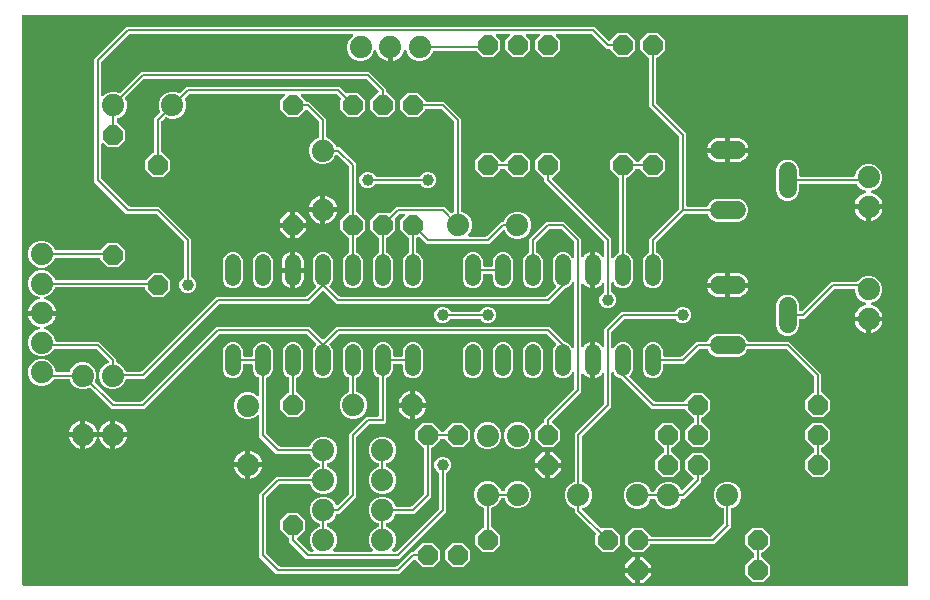
<source format=gbr>
G04 EAGLE Gerber RS-274X export*
G75*
%MOMM*%
%FSLAX34Y34*%
%LPD*%
%INBottom Copper*%
%IPPOS*%
%AMOC8*
5,1,8,0,0,1.08239X$1,22.5*%
G01*
%ADD10C,1.879600*%
%ADD11C,1.320800*%
%ADD12P,1.814519X8X112.500000*%
%ADD13P,1.814519X8X292.500000*%
%ADD14C,1.524000*%
%ADD15P,1.814519X8X22.500000*%
%ADD16P,1.814519X8X202.500000*%
%ADD17C,0.203200*%
%ADD18C,4.016000*%
%ADD19C,1.006400*%

G36*
X837750Y139201D02*
X837750Y139201D01*
X837808Y139199D01*
X837890Y139221D01*
X837974Y139233D01*
X838027Y139256D01*
X838083Y139271D01*
X838156Y139314D01*
X838233Y139349D01*
X838278Y139387D01*
X838328Y139416D01*
X838386Y139478D01*
X838450Y139532D01*
X838482Y139581D01*
X838522Y139624D01*
X838561Y139699D01*
X838608Y139769D01*
X838625Y139825D01*
X838652Y139877D01*
X838663Y139945D01*
X838693Y140040D01*
X838696Y140140D01*
X838707Y140208D01*
X838707Y621792D01*
X838699Y621850D01*
X838701Y621908D01*
X838679Y621990D01*
X838667Y622074D01*
X838644Y622127D01*
X838629Y622183D01*
X838586Y622256D01*
X838551Y622333D01*
X838513Y622378D01*
X838484Y622428D01*
X838422Y622486D01*
X838368Y622550D01*
X838319Y622582D01*
X838276Y622622D01*
X838201Y622661D01*
X838131Y622708D01*
X838075Y622725D01*
X838023Y622752D01*
X837955Y622763D01*
X837860Y622793D01*
X837760Y622796D01*
X837692Y622807D01*
X89408Y622807D01*
X89350Y622799D01*
X89292Y622801D01*
X89210Y622779D01*
X89126Y622767D01*
X89073Y622744D01*
X89017Y622729D01*
X88944Y622686D01*
X88867Y622651D01*
X88822Y622613D01*
X88772Y622584D01*
X88714Y622522D01*
X88650Y622468D01*
X88618Y622419D01*
X88578Y622376D01*
X88539Y622301D01*
X88492Y622231D01*
X88475Y622175D01*
X88448Y622123D01*
X88437Y622055D01*
X88407Y621960D01*
X88404Y621860D01*
X88393Y621792D01*
X88393Y140208D01*
X88401Y140150D01*
X88399Y140092D01*
X88421Y140010D01*
X88433Y139926D01*
X88456Y139873D01*
X88471Y139817D01*
X88514Y139744D01*
X88549Y139667D01*
X88587Y139622D01*
X88616Y139572D01*
X88678Y139514D01*
X88732Y139450D01*
X88781Y139418D01*
X88824Y139378D01*
X88899Y139339D01*
X88969Y139292D01*
X89025Y139275D01*
X89077Y139248D01*
X89145Y139237D01*
X89240Y139207D01*
X89340Y139204D01*
X89408Y139193D01*
X837692Y139193D01*
X837750Y139201D01*
G37*
%LPC*%
G36*
X579886Y167385D02*
X579886Y167385D01*
X573785Y173486D01*
X573785Y182114D01*
X573962Y182291D01*
X573997Y182337D01*
X574040Y182378D01*
X574082Y182450D01*
X574133Y182518D01*
X574154Y182573D01*
X574183Y182623D01*
X574204Y182705D01*
X574234Y182783D01*
X574239Y182842D01*
X574253Y182898D01*
X574251Y182983D01*
X574258Y183067D01*
X574246Y183124D01*
X574244Y183183D01*
X574218Y183263D01*
X574202Y183346D01*
X574175Y183397D01*
X574157Y183453D01*
X574117Y183509D01*
X574071Y183598D01*
X574002Y183670D01*
X573962Y183726D01*
X556151Y201537D01*
X556151Y204112D01*
X556151Y204113D01*
X556151Y204115D01*
X556131Y204255D01*
X556111Y204393D01*
X556111Y204395D01*
X556111Y204396D01*
X556054Y204522D01*
X555995Y204653D01*
X555994Y204654D01*
X555993Y204655D01*
X555903Y204762D01*
X555812Y204870D01*
X555810Y204871D01*
X555809Y204872D01*
X555796Y204880D01*
X555575Y205027D01*
X555546Y205037D01*
X555525Y205050D01*
X552725Y206210D01*
X549510Y209425D01*
X547769Y213626D01*
X547769Y218174D01*
X549510Y222375D01*
X552725Y225590D01*
X555525Y226750D01*
X555526Y226751D01*
X555527Y226751D01*
X555646Y226822D01*
X555769Y226895D01*
X555770Y226896D01*
X555772Y226897D01*
X555869Y227000D01*
X555965Y227101D01*
X555965Y227103D01*
X555966Y227104D01*
X556031Y227230D01*
X556095Y227354D01*
X556095Y227356D01*
X556096Y227357D01*
X556098Y227372D01*
X556150Y227633D01*
X556147Y227663D01*
X556151Y227688D01*
X556151Y268363D01*
X580854Y293065D01*
X580906Y293135D01*
X580966Y293199D01*
X580992Y293249D01*
X581025Y293293D01*
X581056Y293374D01*
X581096Y293452D01*
X581104Y293500D01*
X581126Y293558D01*
X581138Y293706D01*
X581151Y293783D01*
X581151Y318233D01*
X581133Y318361D01*
X581119Y318488D01*
X581113Y318501D01*
X581111Y318515D01*
X581059Y318632D01*
X581010Y318751D01*
X581001Y318761D01*
X580995Y318774D01*
X580912Y318872D01*
X580832Y318973D01*
X580820Y318981D01*
X580812Y318991D01*
X580704Y319063D01*
X580600Y319136D01*
X580587Y319141D01*
X580575Y319149D01*
X580452Y319188D01*
X580331Y319230D01*
X580317Y319230D01*
X580304Y319235D01*
X580175Y319238D01*
X580047Y319245D01*
X580034Y319241D01*
X580020Y319242D01*
X579895Y319209D01*
X579770Y319180D01*
X579758Y319174D01*
X579745Y319170D01*
X579634Y319104D01*
X579522Y319042D01*
X579513Y319033D01*
X579500Y319025D01*
X579306Y318817D01*
X579300Y318805D01*
X579292Y318797D01*
X578603Y317766D01*
X577330Y316493D01*
X575832Y315492D01*
X574167Y314803D01*
X573531Y314676D01*
X573531Y329184D01*
X573523Y329242D01*
X573525Y329300D01*
X573503Y329382D01*
X573491Y329465D01*
X573467Y329519D01*
X573453Y329575D01*
X573410Y329648D01*
X573375Y329725D01*
X573337Y329769D01*
X573307Y329820D01*
X573246Y329877D01*
X573191Y329942D01*
X573143Y329974D01*
X573100Y330014D01*
X573025Y330053D01*
X572955Y330099D01*
X572899Y330117D01*
X572847Y330144D01*
X572779Y330155D01*
X572684Y330185D01*
X572584Y330188D01*
X572516Y330199D01*
X570484Y330199D01*
X570426Y330191D01*
X570368Y330192D01*
X570286Y330171D01*
X570203Y330159D01*
X570149Y330135D01*
X570093Y330121D01*
X570020Y330078D01*
X569943Y330043D01*
X569898Y330005D01*
X569848Y329975D01*
X569790Y329914D01*
X569726Y329859D01*
X569694Y329811D01*
X569654Y329768D01*
X569615Y329693D01*
X569569Y329623D01*
X569551Y329567D01*
X569524Y329515D01*
X569513Y329447D01*
X569483Y329352D01*
X569480Y329252D01*
X569469Y329184D01*
X569469Y314676D01*
X568833Y314803D01*
X567168Y315492D01*
X565670Y316493D01*
X564397Y317766D01*
X563708Y318797D01*
X563622Y318893D01*
X563539Y318991D01*
X563528Y318999D01*
X563519Y319009D01*
X563410Y319078D01*
X563303Y319149D01*
X563290Y319153D01*
X563278Y319160D01*
X563155Y319196D01*
X563032Y319235D01*
X563018Y319235D01*
X563005Y319239D01*
X562876Y319239D01*
X562748Y319242D01*
X562734Y319238D01*
X562720Y319238D01*
X562597Y319202D01*
X562473Y319170D01*
X562461Y319163D01*
X562447Y319159D01*
X562338Y319090D01*
X562228Y319025D01*
X562219Y319015D01*
X562207Y319007D01*
X562122Y318911D01*
X562034Y318817D01*
X562027Y318805D01*
X562018Y318795D01*
X561963Y318679D01*
X561904Y318564D01*
X561902Y318552D01*
X561896Y318538D01*
X561849Y318258D01*
X561851Y318244D01*
X561849Y318233D01*
X561849Y303537D01*
X559766Y301454D01*
X559765Y301454D01*
X537159Y278848D01*
X537142Y278824D01*
X537119Y278805D01*
X537057Y278711D01*
X536989Y278621D01*
X536978Y278593D01*
X536962Y278569D01*
X536928Y278461D01*
X536887Y278355D01*
X536885Y278326D01*
X536876Y278298D01*
X536873Y278184D01*
X536864Y278072D01*
X536869Y278043D01*
X536869Y278014D01*
X536897Y277904D01*
X536920Y277793D01*
X536933Y277767D01*
X536941Y277739D01*
X536998Y277641D01*
X537051Y277541D01*
X537071Y277519D01*
X537086Y277494D01*
X537168Y277417D01*
X537246Y277335D01*
X537272Y277320D01*
X537293Y277300D01*
X537394Y277248D01*
X537492Y277191D01*
X537520Y277184D01*
X537546Y277170D01*
X537624Y277157D01*
X537688Y277141D01*
X543815Y271014D01*
X543815Y262386D01*
X537714Y256285D01*
X529086Y256285D01*
X522985Y262386D01*
X522985Y271014D01*
X529086Y277115D01*
X529336Y277115D01*
X529394Y277123D01*
X529452Y277121D01*
X529534Y277143D01*
X529618Y277155D01*
X529671Y277178D01*
X529727Y277193D01*
X529800Y277236D01*
X529877Y277271D01*
X529922Y277309D01*
X529972Y277338D01*
X530030Y277400D01*
X530094Y277454D01*
X530126Y277503D01*
X530166Y277546D01*
X530205Y277621D01*
X530252Y277691D01*
X530269Y277747D01*
X530296Y277799D01*
X530307Y277867D01*
X530337Y277962D01*
X530340Y278062D01*
X530351Y278130D01*
X530351Y280663D01*
X555454Y305765D01*
X555506Y305835D01*
X555566Y305899D01*
X555592Y305949D01*
X555625Y305993D01*
X555656Y306074D01*
X555696Y306152D01*
X555704Y306200D01*
X555726Y306258D01*
X555738Y306406D01*
X555751Y306483D01*
X555751Y319223D01*
X555739Y319309D01*
X555737Y319394D01*
X555719Y319449D01*
X555711Y319505D01*
X555676Y319583D01*
X555650Y319665D01*
X555618Y319713D01*
X555595Y319764D01*
X555540Y319830D01*
X555492Y319901D01*
X555448Y319938D01*
X555412Y319981D01*
X555340Y320029D01*
X555274Y320084D01*
X555222Y320107D01*
X555175Y320139D01*
X555093Y320165D01*
X555014Y320200D01*
X554958Y320208D01*
X554904Y320225D01*
X554818Y320227D01*
X554733Y320239D01*
X554677Y320231D01*
X554620Y320232D01*
X554537Y320210D01*
X554451Y320198D01*
X554400Y320175D01*
X554345Y320160D01*
X554271Y320116D01*
X554192Y320081D01*
X554149Y320044D01*
X554100Y320015D01*
X554041Y319952D01*
X553976Y319897D01*
X553950Y319855D01*
X553906Y319808D01*
X553840Y319678D01*
X553798Y319612D01*
X553422Y318704D01*
X550992Y316274D01*
X547818Y314959D01*
X544382Y314959D01*
X541208Y316274D01*
X538778Y318704D01*
X537463Y321878D01*
X537463Y338522D01*
X538778Y341696D01*
X540167Y343085D01*
X540202Y343132D01*
X540245Y343172D01*
X540287Y343245D01*
X540338Y343313D01*
X540359Y343367D01*
X540389Y343418D01*
X540409Y343499D01*
X540439Y343578D01*
X540444Y343637D01*
X540459Y343693D01*
X540456Y343777D01*
X540463Y343862D01*
X540451Y343919D01*
X540450Y343977D01*
X540424Y344058D01*
X540407Y344140D01*
X540380Y344192D01*
X540362Y344248D01*
X540322Y344304D01*
X540276Y344393D01*
X540207Y344465D01*
X540167Y344521D01*
X532435Y352254D01*
X532365Y352306D01*
X532301Y352366D01*
X532251Y352392D01*
X532207Y352425D01*
X532126Y352456D01*
X532048Y352496D01*
X532000Y352504D01*
X531942Y352526D01*
X531794Y352538D01*
X531717Y352551D01*
X357283Y352551D01*
X357197Y352539D01*
X357109Y352536D01*
X357057Y352519D01*
X357002Y352511D01*
X356922Y352476D01*
X356839Y352449D01*
X356800Y352421D01*
X356742Y352395D01*
X356629Y352299D01*
X356565Y352254D01*
X348833Y344521D01*
X348798Y344475D01*
X348755Y344434D01*
X348713Y344361D01*
X348662Y344294D01*
X348641Y344239D01*
X348611Y344189D01*
X348591Y344107D01*
X348561Y344028D01*
X348556Y343970D01*
X348541Y343913D01*
X348544Y343829D01*
X348537Y343745D01*
X348549Y343688D01*
X348550Y343629D01*
X348576Y343549D01*
X348593Y343466D01*
X348620Y343414D01*
X348638Y343359D01*
X348678Y343303D01*
X348724Y343214D01*
X348793Y343142D01*
X348833Y343085D01*
X350222Y341696D01*
X351537Y338522D01*
X351537Y321878D01*
X350222Y318704D01*
X347792Y316274D01*
X344618Y314959D01*
X341182Y314959D01*
X338008Y316274D01*
X335578Y318704D01*
X334263Y321878D01*
X334263Y338522D01*
X335578Y341696D01*
X336967Y343085D01*
X337002Y343132D01*
X337045Y343172D01*
X337088Y343245D01*
X337138Y343313D01*
X337159Y343367D01*
X337189Y343418D01*
X337209Y343499D01*
X337239Y343578D01*
X337244Y343637D01*
X337259Y343693D01*
X337256Y343778D01*
X337263Y343862D01*
X337251Y343919D01*
X337250Y343977D01*
X337224Y344058D01*
X337207Y344140D01*
X337180Y344192D01*
X337162Y344248D01*
X337122Y344304D01*
X337076Y344393D01*
X337007Y344465D01*
X336967Y344521D01*
X329235Y352254D01*
X329165Y352306D01*
X329101Y352366D01*
X329051Y352392D01*
X329007Y352425D01*
X328926Y352456D01*
X328848Y352496D01*
X328800Y352504D01*
X328742Y352526D01*
X328594Y352538D01*
X328517Y352551D01*
X255683Y352551D01*
X255597Y352539D01*
X255509Y352536D01*
X255457Y352519D01*
X255402Y352511D01*
X255322Y352476D01*
X255239Y352449D01*
X255200Y352421D01*
X255142Y352395D01*
X255029Y352299D01*
X254965Y352254D01*
X191763Y289051D01*
X163837Y289051D01*
X161754Y291134D01*
X161754Y291135D01*
X146163Y306726D01*
X146161Y306727D01*
X146160Y306728D01*
X146047Y306813D01*
X145935Y306897D01*
X145934Y306897D01*
X145933Y306898D01*
X145801Y306948D01*
X145670Y306998D01*
X145668Y306998D01*
X145667Y306999D01*
X145522Y307010D01*
X145386Y307022D01*
X145385Y307021D01*
X145383Y307021D01*
X145368Y307018D01*
X145108Y306966D01*
X145080Y306952D01*
X145056Y306946D01*
X141974Y305669D01*
X137426Y305669D01*
X133225Y307410D01*
X130010Y310625D01*
X128850Y313425D01*
X128849Y313426D01*
X128849Y313427D01*
X128778Y313546D01*
X128705Y313669D01*
X128704Y313670D01*
X128703Y313672D01*
X128600Y313769D01*
X128499Y313865D01*
X128497Y313865D01*
X128496Y313866D01*
X128370Y313931D01*
X128246Y313995D01*
X128244Y313995D01*
X128243Y313996D01*
X128228Y313998D01*
X127967Y314050D01*
X127937Y314047D01*
X127912Y314051D01*
X115587Y314051D01*
X115585Y314051D01*
X115584Y314051D01*
X115442Y314031D01*
X115305Y314011D01*
X115304Y314011D01*
X115302Y314011D01*
X115171Y313951D01*
X115046Y313895D01*
X115045Y313894D01*
X115043Y313893D01*
X114934Y313800D01*
X114829Y313712D01*
X114828Y313710D01*
X114827Y313709D01*
X114819Y313696D01*
X114733Y313568D01*
X111475Y310310D01*
X107274Y308569D01*
X102726Y308569D01*
X98525Y310310D01*
X95310Y313525D01*
X93569Y317726D01*
X93569Y322274D01*
X95310Y326475D01*
X98525Y329690D01*
X102726Y331431D01*
X107274Y331431D01*
X111475Y329690D01*
X114690Y326475D01*
X116431Y322274D01*
X116431Y321164D01*
X116439Y321106D01*
X116437Y321048D01*
X116459Y320966D01*
X116471Y320882D01*
X116494Y320829D01*
X116509Y320773D01*
X116552Y320700D01*
X116587Y320623D01*
X116625Y320578D01*
X116654Y320528D01*
X116716Y320470D01*
X116770Y320406D01*
X116819Y320374D01*
X116862Y320334D01*
X116937Y320295D01*
X117007Y320248D01*
X117063Y320231D01*
X117115Y320204D01*
X117183Y320193D01*
X117278Y320163D01*
X117378Y320160D01*
X117446Y320149D01*
X127912Y320149D01*
X127913Y320149D01*
X127915Y320149D01*
X128055Y320169D01*
X128193Y320189D01*
X128195Y320189D01*
X128196Y320189D01*
X128322Y320246D01*
X128453Y320305D01*
X128454Y320306D01*
X128455Y320307D01*
X128563Y320398D01*
X128670Y320488D01*
X128671Y320490D01*
X128672Y320491D01*
X128680Y320504D01*
X128827Y320725D01*
X128837Y320754D01*
X128850Y320775D01*
X130010Y323575D01*
X133225Y326790D01*
X137426Y328531D01*
X141974Y328531D01*
X146175Y326790D01*
X149390Y323575D01*
X151131Y319374D01*
X151131Y314826D01*
X150088Y312310D01*
X150088Y312308D01*
X150087Y312307D01*
X150053Y312174D01*
X150017Y312034D01*
X150017Y312033D01*
X150017Y312031D01*
X150021Y311890D01*
X150025Y311750D01*
X150026Y311749D01*
X150026Y311747D01*
X150069Y311614D01*
X150112Y311479D01*
X150113Y311478D01*
X150113Y311477D01*
X150122Y311464D01*
X150270Y311243D01*
X150294Y311224D01*
X150308Y311203D01*
X166065Y295446D01*
X166135Y295394D01*
X166199Y295334D01*
X166249Y295308D01*
X166293Y295275D01*
X166374Y295244D01*
X166452Y295204D01*
X166500Y295196D01*
X166558Y295174D01*
X166706Y295162D01*
X166783Y295149D01*
X188817Y295149D01*
X188903Y295161D01*
X188991Y295164D01*
X189043Y295181D01*
X189098Y295189D01*
X189178Y295224D01*
X189261Y295251D01*
X189300Y295279D01*
X189358Y295305D01*
X189471Y295401D01*
X189535Y295446D01*
X252737Y358649D01*
X331463Y358649D01*
X333546Y356566D01*
X333546Y356565D01*
X342182Y347929D01*
X342229Y347894D01*
X342269Y347852D01*
X342342Y347809D01*
X342409Y347759D01*
X342464Y347738D01*
X342514Y347708D01*
X342596Y347687D01*
X342675Y347657D01*
X342733Y347652D01*
X342790Y347638D01*
X342874Y347641D01*
X342958Y347634D01*
X343016Y347645D01*
X343074Y347647D01*
X343154Y347673D01*
X343237Y347690D01*
X343289Y347717D01*
X343345Y347735D01*
X343401Y347775D01*
X343489Y347821D01*
X343562Y347889D01*
X343618Y347929D01*
X354337Y358649D01*
X534663Y358649D01*
X536746Y356566D01*
X536746Y356565D01*
X547765Y345546D01*
X547790Y345528D01*
X547810Y345504D01*
X547877Y345462D01*
X547993Y345375D01*
X548053Y345352D01*
X548095Y345326D01*
X550992Y344126D01*
X553422Y341696D01*
X553798Y340788D01*
X553842Y340714D01*
X553877Y340636D01*
X553914Y340592D01*
X553943Y340543D01*
X554005Y340484D01*
X554061Y340419D01*
X554108Y340387D01*
X554149Y340348D01*
X554226Y340309D01*
X554297Y340261D01*
X554351Y340244D01*
X554402Y340218D01*
X554486Y340201D01*
X554568Y340175D01*
X554625Y340174D01*
X554681Y340163D01*
X554766Y340170D01*
X554852Y340168D01*
X554907Y340182D01*
X554964Y340187D01*
X555044Y340218D01*
X555127Y340240D01*
X555176Y340269D01*
X555229Y340289D01*
X555298Y340341D01*
X555372Y340385D01*
X555411Y340427D01*
X555456Y340461D01*
X555508Y340530D01*
X555566Y340592D01*
X555592Y340643D01*
X555626Y340689D01*
X555657Y340769D01*
X555696Y340846D01*
X555704Y340894D01*
X555727Y340955D01*
X555734Y341050D01*
X555737Y341060D01*
X555738Y341099D01*
X555751Y341177D01*
X555751Y395423D01*
X555739Y395508D01*
X555737Y395594D01*
X555719Y395649D01*
X555711Y395705D01*
X555676Y395783D01*
X555650Y395865D01*
X555618Y395912D01*
X555595Y395964D01*
X555540Y396030D01*
X555492Y396101D01*
X555448Y396138D01*
X555412Y396181D01*
X555340Y396229D01*
X555274Y396284D01*
X555222Y396307D01*
X555175Y396339D01*
X555093Y396365D01*
X555014Y396400D01*
X554958Y396407D01*
X554904Y396425D01*
X554818Y396427D01*
X554733Y396439D01*
X554677Y396430D01*
X554620Y396432D01*
X554537Y396410D01*
X554451Y396398D01*
X554400Y396374D01*
X554345Y396360D01*
X554271Y396316D01*
X554192Y396281D01*
X554149Y396244D01*
X554100Y396215D01*
X554041Y396152D01*
X553976Y396097D01*
X553950Y396055D01*
X553906Y396008D01*
X553840Y395878D01*
X553798Y395812D01*
X553422Y394904D01*
X550992Y392474D01*
X548095Y391274D01*
X548068Y391258D01*
X548039Y391249D01*
X547975Y391203D01*
X547850Y391129D01*
X547806Y391083D01*
X547765Y391054D01*
X534663Y377951D01*
X354337Y377951D01*
X343618Y388671D01*
X343571Y388706D01*
X343531Y388748D01*
X343458Y388791D01*
X343391Y388841D01*
X343336Y388862D01*
X343286Y388892D01*
X343204Y388913D01*
X343125Y388943D01*
X343067Y388948D01*
X343010Y388962D01*
X342926Y388959D01*
X342842Y388966D01*
X342784Y388955D01*
X342726Y388953D01*
X342646Y388927D01*
X342563Y388910D01*
X342511Y388883D01*
X342455Y388865D01*
X342399Y388825D01*
X342311Y388779D01*
X342238Y388711D01*
X342182Y388671D01*
X333546Y380035D01*
X333546Y380034D01*
X331463Y377951D01*
X255683Y377951D01*
X255597Y377939D01*
X255509Y377936D01*
X255457Y377919D01*
X255402Y377911D01*
X255322Y377876D01*
X255239Y377849D01*
X255200Y377821D01*
X255142Y377795D01*
X255029Y377699D01*
X254965Y377654D01*
X191763Y314451D01*
X177054Y314451D01*
X177052Y314451D01*
X177051Y314451D01*
X176911Y314431D01*
X176772Y314411D01*
X176771Y314411D01*
X176769Y314411D01*
X176643Y314354D01*
X176513Y314295D01*
X176512Y314294D01*
X176510Y314293D01*
X176403Y314202D01*
X176296Y314112D01*
X176295Y314110D01*
X176294Y314109D01*
X176286Y314096D01*
X176138Y313875D01*
X176129Y313846D01*
X176116Y313825D01*
X174790Y310625D01*
X171575Y307410D01*
X167374Y305669D01*
X162826Y305669D01*
X158625Y307410D01*
X155410Y310625D01*
X153669Y314826D01*
X153669Y319374D01*
X155410Y323575D01*
X158625Y326790D01*
X161162Y327841D01*
X161261Y327900D01*
X161363Y327953D01*
X161383Y327972D01*
X161407Y327986D01*
X161486Y328069D01*
X161569Y328148D01*
X161583Y328172D01*
X161602Y328193D01*
X161655Y328295D01*
X161713Y328394D01*
X161719Y328421D01*
X161732Y328445D01*
X161754Y328558D01*
X161783Y328669D01*
X161782Y328697D01*
X161787Y328724D01*
X161777Y328839D01*
X161774Y328953D01*
X161765Y328980D01*
X161763Y329007D01*
X161721Y329115D01*
X161686Y329224D01*
X161672Y329244D01*
X161661Y329273D01*
X161500Y329485D01*
X161491Y329497D01*
X151435Y339554D01*
X151365Y339606D01*
X151301Y339666D01*
X151251Y339692D01*
X151207Y339725D01*
X151126Y339756D01*
X151048Y339796D01*
X151000Y339804D01*
X150942Y339826D01*
X150794Y339838D01*
X150717Y339851D01*
X115918Y339851D01*
X115917Y339851D01*
X115915Y339851D01*
X115775Y339831D01*
X115637Y339811D01*
X115635Y339811D01*
X115634Y339811D01*
X115508Y339754D01*
X115377Y339695D01*
X115376Y339694D01*
X115375Y339693D01*
X115268Y339602D01*
X115160Y339512D01*
X115159Y339510D01*
X115158Y339509D01*
X115150Y339496D01*
X115003Y339275D01*
X114993Y339246D01*
X114980Y339225D01*
X114690Y338525D01*
X111475Y335310D01*
X107274Y333569D01*
X102726Y333569D01*
X98525Y335310D01*
X95310Y338525D01*
X93569Y342726D01*
X93569Y347274D01*
X95310Y351475D01*
X98525Y354691D01*
X102617Y356386D01*
X102622Y356389D01*
X102629Y356390D01*
X102746Y356462D01*
X102862Y356530D01*
X102866Y356534D01*
X102872Y356538D01*
X102965Y356639D01*
X103057Y356737D01*
X103060Y356742D01*
X103064Y356747D01*
X103125Y356868D01*
X103187Y356989D01*
X103189Y356996D01*
X103191Y357001D01*
X103216Y357134D01*
X103242Y357268D01*
X103242Y357275D01*
X103243Y357281D01*
X103230Y357416D01*
X103218Y357552D01*
X103216Y357557D01*
X103215Y357564D01*
X103164Y357691D01*
X103116Y357817D01*
X103112Y357822D01*
X103110Y357828D01*
X103026Y357936D01*
X102944Y358044D01*
X102939Y358047D01*
X102936Y358052D01*
X102825Y358133D01*
X102717Y358214D01*
X102711Y358216D01*
X102706Y358220D01*
X102665Y358233D01*
X102451Y358314D01*
X102415Y358317D01*
X102387Y358326D01*
X102204Y358355D01*
X100417Y358936D01*
X98743Y359789D01*
X97222Y360894D01*
X95894Y362222D01*
X94789Y363743D01*
X93936Y365417D01*
X93355Y367204D01*
X93234Y367969D01*
X103984Y367969D01*
X104042Y367977D01*
X104100Y367975D01*
X104182Y367997D01*
X104265Y368009D01*
X104319Y368033D01*
X104375Y368047D01*
X104448Y368090D01*
X104525Y368125D01*
X104569Y368163D01*
X104620Y368193D01*
X104677Y368254D01*
X104742Y368309D01*
X104774Y368357D01*
X104814Y368400D01*
X104853Y368475D01*
X104899Y368545D01*
X104917Y368601D01*
X104944Y368653D01*
X104955Y368721D01*
X104985Y368816D01*
X104988Y368916D01*
X104999Y368984D01*
X104999Y371016D01*
X104991Y371074D01*
X104992Y371132D01*
X104971Y371214D01*
X104959Y371297D01*
X104935Y371351D01*
X104921Y371407D01*
X104878Y371480D01*
X104843Y371557D01*
X104805Y371602D01*
X104775Y371652D01*
X104714Y371710D01*
X104659Y371774D01*
X104611Y371806D01*
X104568Y371846D01*
X104493Y371885D01*
X104423Y371931D01*
X104367Y371949D01*
X104315Y371976D01*
X104247Y371987D01*
X104152Y372017D01*
X104052Y372020D01*
X103984Y372031D01*
X93234Y372031D01*
X93355Y372796D01*
X93936Y374583D01*
X94789Y376257D01*
X95894Y377778D01*
X97222Y379106D01*
X98743Y380211D01*
X100417Y381064D01*
X102204Y381645D01*
X102387Y381674D01*
X102393Y381676D01*
X102400Y381676D01*
X102530Y381717D01*
X102659Y381757D01*
X102664Y381760D01*
X102670Y381762D01*
X102784Y381839D01*
X102897Y381913D01*
X102901Y381917D01*
X102906Y381921D01*
X102994Y382025D01*
X103083Y382128D01*
X103085Y382134D01*
X103089Y382138D01*
X103145Y382262D01*
X103202Y382386D01*
X103202Y382392D01*
X103205Y382398D01*
X103223Y382532D01*
X103244Y382667D01*
X103243Y382674D01*
X103244Y382680D01*
X103225Y382813D01*
X103207Y382949D01*
X103204Y382955D01*
X103203Y382961D01*
X103147Y383085D01*
X103093Y383210D01*
X103089Y383214D01*
X103086Y383220D01*
X102998Y383324D01*
X102911Y383428D01*
X102906Y383432D01*
X102902Y383437D01*
X102865Y383460D01*
X102676Y383588D01*
X102642Y383599D01*
X102617Y383614D01*
X98525Y385309D01*
X95310Y388525D01*
X93569Y392726D01*
X93569Y397274D01*
X95310Y401475D01*
X98525Y404690D01*
X102726Y406431D01*
X107274Y406431D01*
X111475Y404690D01*
X114690Y401475D01*
X115850Y398675D01*
X115851Y398674D01*
X115851Y398673D01*
X115922Y398554D01*
X115995Y398431D01*
X115996Y398430D01*
X115997Y398428D01*
X116100Y398331D01*
X116201Y398235D01*
X116203Y398235D01*
X116204Y398234D01*
X116330Y398169D01*
X116454Y398105D01*
X116456Y398105D01*
X116457Y398104D01*
X116472Y398102D01*
X116733Y398050D01*
X116763Y398053D01*
X116788Y398049D01*
X192400Y398049D01*
X192486Y398061D01*
X192574Y398064D01*
X192626Y398081D01*
X192681Y398089D01*
X192761Y398124D01*
X192844Y398151D01*
X192883Y398179D01*
X192940Y398205D01*
X193054Y398301D01*
X193117Y398346D01*
X198886Y404115D01*
X207514Y404115D01*
X213615Y398014D01*
X213615Y389386D01*
X207514Y383285D01*
X198886Y383285D01*
X192785Y389386D01*
X192785Y390936D01*
X192777Y390994D01*
X192779Y391052D01*
X192757Y391134D01*
X192745Y391218D01*
X192722Y391271D01*
X192707Y391327D01*
X192664Y391400D01*
X192629Y391477D01*
X192591Y391522D01*
X192562Y391572D01*
X192500Y391630D01*
X192446Y391694D01*
X192397Y391726D01*
X192354Y391766D01*
X192279Y391805D01*
X192209Y391852D01*
X192153Y391869D01*
X192101Y391896D01*
X192033Y391907D01*
X191938Y391937D01*
X191838Y391940D01*
X191770Y391951D01*
X116788Y391951D01*
X116787Y391951D01*
X116785Y391951D01*
X116645Y391931D01*
X116507Y391911D01*
X116505Y391911D01*
X116504Y391911D01*
X116376Y391853D01*
X116247Y391795D01*
X116246Y391794D01*
X116245Y391793D01*
X116137Y391702D01*
X116030Y391612D01*
X116029Y391610D01*
X116028Y391609D01*
X116020Y391596D01*
X115873Y391375D01*
X115863Y391346D01*
X115850Y391325D01*
X114690Y388525D01*
X111475Y385309D01*
X107383Y383614D01*
X107378Y383611D01*
X107371Y383610D01*
X107254Y383538D01*
X107138Y383470D01*
X107134Y383466D01*
X107128Y383462D01*
X107035Y383361D01*
X106943Y383263D01*
X106940Y383258D01*
X106936Y383253D01*
X106875Y383132D01*
X106813Y383011D01*
X106811Y383004D01*
X106809Y382999D01*
X106784Y382866D01*
X106758Y382732D01*
X106758Y382725D01*
X106757Y382719D01*
X106770Y382583D01*
X106782Y382448D01*
X106784Y382443D01*
X106785Y382436D01*
X106836Y382309D01*
X106884Y382183D01*
X106888Y382178D01*
X106890Y382172D01*
X106975Y382063D01*
X107056Y381956D01*
X107061Y381953D01*
X107064Y381948D01*
X107175Y381867D01*
X107283Y381786D01*
X107289Y381784D01*
X107294Y381780D01*
X107335Y381767D01*
X107549Y381686D01*
X107585Y381683D01*
X107613Y381674D01*
X107796Y381645D01*
X109583Y381064D01*
X111257Y380211D01*
X112778Y379106D01*
X114106Y377778D01*
X115211Y376257D01*
X116064Y374583D01*
X116645Y372796D01*
X116766Y372031D01*
X106016Y372031D01*
X105958Y372023D01*
X105900Y372025D01*
X105818Y372003D01*
X105735Y371991D01*
X105681Y371967D01*
X105625Y371953D01*
X105552Y371910D01*
X105475Y371875D01*
X105431Y371837D01*
X105380Y371807D01*
X105323Y371746D01*
X105258Y371691D01*
X105226Y371643D01*
X105186Y371600D01*
X105147Y371525D01*
X105101Y371455D01*
X105083Y371399D01*
X105056Y371347D01*
X105045Y371279D01*
X105015Y371184D01*
X105012Y371084D01*
X105001Y371016D01*
X105001Y368984D01*
X105009Y368926D01*
X105008Y368868D01*
X105029Y368786D01*
X105041Y368703D01*
X105065Y368649D01*
X105079Y368593D01*
X105122Y368520D01*
X105157Y368443D01*
X105195Y368398D01*
X105225Y368348D01*
X105286Y368290D01*
X105341Y368226D01*
X105389Y368194D01*
X105432Y368154D01*
X105507Y368115D01*
X105577Y368069D01*
X105633Y368051D01*
X105685Y368024D01*
X105753Y368013D01*
X105848Y367983D01*
X105948Y367980D01*
X106016Y367969D01*
X116766Y367969D01*
X116645Y367204D01*
X116064Y365417D01*
X115211Y363743D01*
X114106Y362222D01*
X112778Y360894D01*
X111257Y359789D01*
X109583Y358936D01*
X107796Y358355D01*
X107613Y358326D01*
X107607Y358324D01*
X107600Y358324D01*
X107470Y358283D01*
X107341Y358243D01*
X107336Y358240D01*
X107330Y358238D01*
X107216Y358161D01*
X107103Y358087D01*
X107099Y358083D01*
X107094Y358079D01*
X107006Y357975D01*
X106917Y357872D01*
X106915Y357866D01*
X106911Y357862D01*
X106855Y357738D01*
X106798Y357614D01*
X106798Y357608D01*
X106795Y357602D01*
X106777Y357468D01*
X106756Y357333D01*
X106757Y357326D01*
X106756Y357320D01*
X106776Y357185D01*
X106793Y357051D01*
X106796Y357045D01*
X106797Y357039D01*
X106853Y356915D01*
X106907Y356790D01*
X106911Y356786D01*
X106914Y356780D01*
X107002Y356676D01*
X107089Y356572D01*
X107094Y356568D01*
X107098Y356563D01*
X107135Y356540D01*
X107324Y356412D01*
X107358Y356401D01*
X107383Y356386D01*
X111475Y354691D01*
X114690Y351475D01*
X116431Y347274D01*
X116431Y346964D01*
X116439Y346906D01*
X116437Y346848D01*
X116459Y346766D01*
X116471Y346682D01*
X116494Y346629D01*
X116509Y346573D01*
X116552Y346500D01*
X116587Y346423D01*
X116625Y346378D01*
X116654Y346328D01*
X116716Y346270D01*
X116770Y346206D01*
X116819Y346174D01*
X116862Y346134D01*
X116937Y346095D01*
X117007Y346048D01*
X117063Y346031D01*
X117115Y346004D01*
X117183Y345993D01*
X117278Y345963D01*
X117378Y345960D01*
X117446Y345949D01*
X153663Y345949D01*
X168149Y331463D01*
X168149Y328888D01*
X168149Y328887D01*
X168149Y328885D01*
X168169Y328745D01*
X168189Y328607D01*
X168189Y328605D01*
X168189Y328604D01*
X168246Y328478D01*
X168305Y328347D01*
X168306Y328346D01*
X168307Y328345D01*
X168398Y328237D01*
X168488Y328130D01*
X168490Y328129D01*
X168491Y328128D01*
X168504Y328120D01*
X168725Y327973D01*
X168754Y327963D01*
X168775Y327950D01*
X171575Y326790D01*
X174790Y323575D01*
X175784Y321175D01*
X175785Y321174D01*
X175786Y321173D01*
X175856Y321054D01*
X175929Y320931D01*
X175930Y320930D01*
X175931Y320928D01*
X176032Y320833D01*
X176136Y320735D01*
X176137Y320735D01*
X176138Y320734D01*
X176260Y320671D01*
X176388Y320605D01*
X176390Y320605D01*
X176391Y320604D01*
X176406Y320602D01*
X176667Y320550D01*
X176698Y320553D01*
X176722Y320549D01*
X188817Y320549D01*
X188903Y320561D01*
X188991Y320564D01*
X189043Y320581D01*
X189098Y320589D01*
X189178Y320624D01*
X189261Y320651D01*
X189300Y320679D01*
X189358Y320705D01*
X189471Y320801D01*
X189535Y320846D01*
X252737Y384049D01*
X328517Y384049D01*
X328603Y384061D01*
X328691Y384064D01*
X328743Y384081D01*
X328798Y384089D01*
X328878Y384124D01*
X328961Y384151D01*
X329000Y384179D01*
X329058Y384205D01*
X329171Y384301D01*
X329235Y384346D01*
X336967Y392079D01*
X337002Y392125D01*
X337045Y392166D01*
X337087Y392239D01*
X337138Y392306D01*
X337159Y392361D01*
X337189Y392411D01*
X337209Y392493D01*
X337239Y392572D01*
X337244Y392630D01*
X337259Y392687D01*
X337256Y392771D01*
X337263Y392855D01*
X337251Y392912D01*
X337250Y392971D01*
X337224Y393051D01*
X337207Y393134D01*
X337180Y393186D01*
X337162Y393241D01*
X337122Y393298D01*
X337076Y393386D01*
X337007Y393458D01*
X336967Y393515D01*
X335578Y394904D01*
X334263Y398078D01*
X334263Y414722D01*
X335578Y417896D01*
X338008Y420326D01*
X341182Y421641D01*
X344618Y421641D01*
X347792Y420326D01*
X350222Y417896D01*
X351537Y414722D01*
X351537Y398078D01*
X350222Y394904D01*
X348833Y393515D01*
X348798Y393468D01*
X348755Y393428D01*
X348713Y393355D01*
X348662Y393287D01*
X348641Y393233D01*
X348611Y393182D01*
X348591Y393101D01*
X348561Y393022D01*
X348556Y392963D01*
X348541Y392907D01*
X348544Y392823D01*
X348537Y392738D01*
X348549Y392681D01*
X348550Y392623D01*
X348576Y392542D01*
X348593Y392460D01*
X348620Y392408D01*
X348638Y392352D01*
X348678Y392296D01*
X348724Y392207D01*
X348793Y392135D01*
X348833Y392079D01*
X356565Y384346D01*
X356635Y384294D01*
X356699Y384234D01*
X356749Y384208D01*
X356793Y384175D01*
X356874Y384144D01*
X356952Y384104D01*
X357000Y384096D01*
X357058Y384074D01*
X357206Y384062D01*
X357283Y384049D01*
X531717Y384049D01*
X531803Y384061D01*
X531891Y384064D01*
X531943Y384081D01*
X531998Y384089D01*
X532078Y384124D01*
X532161Y384151D01*
X532200Y384179D01*
X532258Y384205D01*
X532371Y384301D01*
X532435Y384346D01*
X540167Y392079D01*
X540202Y392125D01*
X540245Y392166D01*
X540287Y392239D01*
X540338Y392306D01*
X540359Y392361D01*
X540389Y392411D01*
X540409Y392493D01*
X540439Y392572D01*
X540444Y392630D01*
X540459Y392687D01*
X540456Y392771D01*
X540463Y392855D01*
X540451Y392912D01*
X540450Y392971D01*
X540424Y393051D01*
X540407Y393134D01*
X540380Y393186D01*
X540362Y393241D01*
X540322Y393297D01*
X540276Y393386D01*
X540207Y393458D01*
X540167Y393515D01*
X538778Y394904D01*
X537463Y398078D01*
X537463Y414722D01*
X538778Y417896D01*
X541208Y420326D01*
X544382Y421641D01*
X547818Y421641D01*
X550992Y420326D01*
X553422Y417896D01*
X553798Y416988D01*
X553842Y416914D01*
X553877Y416836D01*
X553914Y416792D01*
X553943Y416743D01*
X554005Y416684D01*
X554061Y416619D01*
X554108Y416587D01*
X554149Y416548D01*
X554226Y416509D01*
X554297Y416461D01*
X554351Y416444D01*
X554402Y416418D01*
X554486Y416401D01*
X554568Y416375D01*
X554625Y416374D01*
X554681Y416363D01*
X554766Y416370D01*
X554852Y416368D01*
X554907Y416382D01*
X554964Y416387D01*
X555045Y416418D01*
X555127Y416440D01*
X555176Y416469D01*
X555229Y416489D01*
X555298Y416541D01*
X555372Y416585D01*
X555411Y416627D01*
X555456Y416661D01*
X555508Y416730D01*
X555566Y416792D01*
X555592Y416843D01*
X555626Y416889D01*
X555657Y416969D01*
X555696Y417046D01*
X555704Y417094D01*
X555727Y417155D01*
X555738Y417299D01*
X555751Y417377D01*
X555751Y430117D01*
X555739Y430203D01*
X555736Y430291D01*
X555719Y430343D01*
X555711Y430398D01*
X555676Y430478D01*
X555649Y430561D01*
X555621Y430600D01*
X555595Y430658D01*
X555499Y430771D01*
X555454Y430835D01*
X545135Y441154D01*
X545065Y441206D01*
X545001Y441266D01*
X544951Y441292D01*
X544907Y441325D01*
X544826Y441356D01*
X544748Y441396D01*
X544700Y441404D01*
X544642Y441426D01*
X544494Y441438D01*
X544417Y441451D01*
X535083Y441451D01*
X534997Y441439D01*
X534909Y441436D01*
X534857Y441419D01*
X534802Y441411D01*
X534722Y441376D01*
X534639Y441349D01*
X534600Y441321D01*
X534542Y441295D01*
X534429Y441199D01*
X534365Y441154D01*
X524046Y430835D01*
X523994Y430765D01*
X523934Y430701D01*
X523908Y430651D01*
X523875Y430607D01*
X523844Y430526D01*
X523804Y430448D01*
X523796Y430400D01*
X523774Y430342D01*
X523762Y430194D01*
X523749Y430117D01*
X523749Y421768D01*
X523749Y421766D01*
X523749Y421765D01*
X523769Y421625D01*
X523789Y421486D01*
X523789Y421485D01*
X523789Y421483D01*
X523848Y421353D01*
X523905Y421227D01*
X523906Y421226D01*
X523907Y421224D01*
X523998Y421117D01*
X524088Y421010D01*
X524090Y421009D01*
X524091Y421008D01*
X524104Y421000D01*
X524325Y420852D01*
X524354Y420843D01*
X524375Y420830D01*
X525592Y420326D01*
X528022Y417896D01*
X529337Y414722D01*
X529337Y398078D01*
X528022Y394904D01*
X525592Y392474D01*
X522418Y391159D01*
X518982Y391159D01*
X515808Y392474D01*
X513378Y394904D01*
X512063Y398078D01*
X512063Y414722D01*
X513378Y417896D01*
X515808Y420326D01*
X517025Y420830D01*
X517026Y420831D01*
X517027Y420831D01*
X517148Y420903D01*
X517269Y420974D01*
X517270Y420976D01*
X517272Y420976D01*
X517369Y421080D01*
X517465Y421181D01*
X517465Y421182D01*
X517466Y421184D01*
X517531Y421309D01*
X517595Y421434D01*
X517595Y421435D01*
X517596Y421437D01*
X517598Y421452D01*
X517650Y421713D01*
X517647Y421743D01*
X517651Y421768D01*
X517651Y433063D01*
X532137Y447549D01*
X547363Y447549D01*
X561849Y433063D01*
X561849Y418367D01*
X561856Y418312D01*
X561855Y418270D01*
X561869Y418217D01*
X561881Y418112D01*
X561887Y418099D01*
X561889Y418085D01*
X561925Y418004D01*
X561927Y417995D01*
X561934Y417983D01*
X561941Y417968D01*
X561990Y417849D01*
X561999Y417839D01*
X562005Y417826D01*
X562088Y417728D01*
X562168Y417627D01*
X562180Y417619D01*
X562188Y417609D01*
X562295Y417538D01*
X562400Y417464D01*
X562413Y417459D01*
X562425Y417451D01*
X562548Y417412D01*
X562669Y417370D01*
X562683Y417370D01*
X562696Y417365D01*
X562825Y417362D01*
X562953Y417355D01*
X562966Y417359D01*
X562980Y417358D01*
X563104Y417391D01*
X563230Y417420D01*
X563242Y417427D01*
X563255Y417430D01*
X563365Y417495D01*
X563478Y417558D01*
X563487Y417568D01*
X563500Y417575D01*
X563597Y417678D01*
X563635Y417711D01*
X563654Y417740D01*
X563694Y417783D01*
X563700Y417795D01*
X563708Y417803D01*
X564397Y418834D01*
X565670Y420107D01*
X567168Y421108D01*
X568833Y421797D01*
X569469Y421924D01*
X569469Y407416D01*
X569477Y407358D01*
X569475Y407300D01*
X569497Y407218D01*
X569509Y407135D01*
X569533Y407081D01*
X569547Y407025D01*
X569590Y406952D01*
X569625Y406875D01*
X569663Y406831D01*
X569693Y406780D01*
X569754Y406723D01*
X569809Y406658D01*
X569857Y406626D01*
X569900Y406586D01*
X569975Y406547D01*
X570045Y406501D01*
X570101Y406483D01*
X570153Y406456D01*
X570221Y406445D01*
X570316Y406415D01*
X570416Y406412D01*
X570484Y406401D01*
X572516Y406401D01*
X572574Y406409D01*
X572632Y406408D01*
X572714Y406429D01*
X572797Y406441D01*
X572851Y406465D01*
X572907Y406479D01*
X572980Y406522D01*
X573057Y406557D01*
X573102Y406595D01*
X573152Y406625D01*
X573210Y406686D01*
X573274Y406741D01*
X573306Y406789D01*
X573346Y406832D01*
X573385Y406907D01*
X573431Y406977D01*
X573449Y407033D01*
X573476Y407085D01*
X573487Y407153D01*
X573517Y407248D01*
X573520Y407348D01*
X573531Y407416D01*
X573531Y421924D01*
X574167Y421797D01*
X575832Y421108D01*
X577330Y420107D01*
X578603Y418834D01*
X579292Y417803D01*
X579317Y417774D01*
X579331Y417751D01*
X579375Y417710D01*
X579377Y417707D01*
X579461Y417609D01*
X579472Y417601D01*
X579481Y417591D01*
X579590Y417523D01*
X579697Y417451D01*
X579710Y417447D01*
X579722Y417440D01*
X579845Y417404D01*
X579968Y417365D01*
X579982Y417365D01*
X579995Y417361D01*
X580124Y417361D01*
X580252Y417358D01*
X580266Y417362D01*
X580280Y417362D01*
X580403Y417398D01*
X580527Y417430D01*
X580539Y417437D01*
X580553Y417441D01*
X580661Y417510D01*
X580772Y417575D01*
X580781Y417585D01*
X580793Y417593D01*
X580878Y417689D01*
X580966Y417783D01*
X580973Y417795D01*
X580982Y417805D01*
X581037Y417921D01*
X581048Y417943D01*
X581052Y417948D01*
X581053Y417952D01*
X581096Y418036D01*
X581098Y418048D01*
X581104Y418062D01*
X581123Y418173D01*
X581137Y418219D01*
X581139Y418267D01*
X581151Y418342D01*
X581149Y418356D01*
X581151Y418367D01*
X581151Y430117D01*
X581139Y430203D01*
X581136Y430291D01*
X581119Y430343D01*
X581111Y430398D01*
X581076Y430478D01*
X581049Y430561D01*
X581021Y430600D01*
X580995Y430658D01*
X580899Y430771D01*
X580854Y430835D01*
X530351Y481337D01*
X530351Y483870D01*
X530343Y483928D01*
X530345Y483986D01*
X530323Y484068D01*
X530311Y484152D01*
X530288Y484205D01*
X530273Y484261D01*
X530230Y484334D01*
X530195Y484411D01*
X530157Y484456D01*
X530128Y484506D01*
X530066Y484564D01*
X530012Y484628D01*
X529963Y484660D01*
X529920Y484700D01*
X529845Y484739D01*
X529775Y484786D01*
X529719Y484803D01*
X529667Y484830D01*
X529599Y484841D01*
X529504Y484871D01*
X529404Y484874D01*
X529336Y484885D01*
X529086Y484885D01*
X522985Y490986D01*
X522985Y499614D01*
X529086Y505715D01*
X537714Y505715D01*
X543815Y499614D01*
X543815Y490986D01*
X537687Y484858D01*
X537596Y484845D01*
X537569Y484833D01*
X537540Y484828D01*
X537440Y484776D01*
X537336Y484729D01*
X537314Y484710D01*
X537288Y484697D01*
X537206Y484619D01*
X537119Y484546D01*
X537103Y484521D01*
X537082Y484501D01*
X537025Y484403D01*
X536962Y484309D01*
X536953Y484281D01*
X536938Y484256D01*
X536910Y484146D01*
X536876Y484038D01*
X536875Y484008D01*
X536868Y483980D01*
X536872Y483867D01*
X536869Y483754D01*
X536876Y483725D01*
X536877Y483696D01*
X536912Y483588D01*
X536941Y483479D01*
X536956Y483453D01*
X536965Y483425D01*
X537010Y483362D01*
X537086Y483234D01*
X537131Y483191D01*
X537159Y483152D01*
X585165Y435146D01*
X587249Y433063D01*
X587249Y417377D01*
X587261Y417292D01*
X587263Y417206D01*
X587281Y417151D01*
X587289Y417095D01*
X587324Y417017D01*
X587350Y416935D01*
X587382Y416888D01*
X587405Y416836D01*
X587460Y416770D01*
X587508Y416699D01*
X587552Y416662D01*
X587588Y416619D01*
X587660Y416571D01*
X587726Y416516D01*
X587778Y416493D01*
X587825Y416461D01*
X587907Y416435D01*
X587986Y416400D01*
X588042Y416393D01*
X588096Y416375D01*
X588182Y416373D01*
X588267Y416361D01*
X588323Y416370D01*
X588380Y416368D01*
X588463Y416390D01*
X588549Y416402D01*
X588600Y416426D01*
X588655Y416440D01*
X588729Y416484D01*
X588808Y416519D01*
X588851Y416556D01*
X588900Y416585D01*
X588959Y416648D01*
X589024Y416703D01*
X589050Y416745D01*
X589094Y416792D01*
X589160Y416922D01*
X589202Y416988D01*
X589578Y417896D01*
X592008Y420326D01*
X593225Y420830D01*
X593226Y420831D01*
X593227Y420831D01*
X593348Y420903D01*
X593469Y420974D01*
X593470Y420976D01*
X593472Y420976D01*
X593569Y421080D01*
X593665Y421181D01*
X593665Y421182D01*
X593666Y421184D01*
X593731Y421309D01*
X593795Y421434D01*
X593795Y421435D01*
X593796Y421437D01*
X593798Y421452D01*
X593850Y421713D01*
X593847Y421743D01*
X593851Y421768D01*
X593851Y483870D01*
X593843Y483928D01*
X593845Y483986D01*
X593823Y484068D01*
X593811Y484152D01*
X593788Y484205D01*
X593773Y484261D01*
X593730Y484334D01*
X593695Y484411D01*
X593657Y484456D01*
X593628Y484506D01*
X593566Y484564D01*
X593512Y484628D01*
X593463Y484660D01*
X593420Y484700D01*
X593345Y484739D01*
X593275Y484786D01*
X593219Y484803D01*
X593167Y484830D01*
X593099Y484841D01*
X593004Y484871D01*
X592904Y484874D01*
X592836Y484885D01*
X592586Y484885D01*
X586485Y490986D01*
X586485Y499614D01*
X592586Y505715D01*
X601214Y505715D01*
X607315Y499614D01*
X607315Y499364D01*
X607323Y499306D01*
X607321Y499248D01*
X607343Y499166D01*
X607355Y499082D01*
X607378Y499029D01*
X607393Y498973D01*
X607436Y498900D01*
X607471Y498823D01*
X607509Y498778D01*
X607538Y498728D01*
X607600Y498670D01*
X607654Y498606D01*
X607703Y498574D01*
X607746Y498534D01*
X607821Y498495D01*
X607891Y498448D01*
X607947Y498431D01*
X607999Y498404D01*
X608067Y498393D01*
X608162Y498363D01*
X608262Y498360D01*
X608330Y498349D01*
X610870Y498349D01*
X610928Y498357D01*
X610986Y498355D01*
X611068Y498377D01*
X611152Y498389D01*
X611205Y498412D01*
X611261Y498427D01*
X611334Y498470D01*
X611411Y498505D01*
X611456Y498543D01*
X611506Y498572D01*
X611564Y498634D01*
X611628Y498688D01*
X611660Y498737D01*
X611700Y498780D01*
X611739Y498855D01*
X611786Y498925D01*
X611803Y498981D01*
X611830Y499033D01*
X611841Y499101D01*
X611871Y499196D01*
X611874Y499296D01*
X611885Y499364D01*
X611885Y499614D01*
X617986Y505715D01*
X626614Y505715D01*
X632715Y499614D01*
X632715Y490986D01*
X626614Y484885D01*
X617986Y484885D01*
X611885Y490986D01*
X611885Y491236D01*
X611877Y491294D01*
X611879Y491352D01*
X611857Y491434D01*
X611845Y491518D01*
X611822Y491571D01*
X611807Y491627D01*
X611764Y491700D01*
X611729Y491777D01*
X611691Y491822D01*
X611662Y491872D01*
X611600Y491930D01*
X611546Y491994D01*
X611497Y492026D01*
X611454Y492066D01*
X611379Y492105D01*
X611309Y492152D01*
X611253Y492169D01*
X611201Y492196D01*
X611133Y492207D01*
X611038Y492237D01*
X610938Y492240D01*
X610870Y492251D01*
X608330Y492251D01*
X608272Y492243D01*
X608214Y492245D01*
X608132Y492223D01*
X608048Y492211D01*
X607995Y492188D01*
X607939Y492173D01*
X607866Y492130D01*
X607789Y492095D01*
X607744Y492057D01*
X607694Y492028D01*
X607636Y491966D01*
X607572Y491912D01*
X607540Y491863D01*
X607500Y491820D01*
X607461Y491745D01*
X607414Y491675D01*
X607397Y491619D01*
X607370Y491567D01*
X607359Y491499D01*
X607329Y491404D01*
X607326Y491304D01*
X607315Y491236D01*
X607315Y490986D01*
X601214Y484885D01*
X600964Y484885D01*
X600906Y484877D01*
X600848Y484879D01*
X600766Y484857D01*
X600682Y484845D01*
X600629Y484822D01*
X600573Y484807D01*
X600500Y484764D01*
X600423Y484729D01*
X600378Y484691D01*
X600328Y484662D01*
X600270Y484600D01*
X600206Y484546D01*
X600174Y484497D01*
X600134Y484454D01*
X600095Y484379D01*
X600048Y484309D01*
X600031Y484253D01*
X600004Y484201D01*
X599993Y484133D01*
X599963Y484038D01*
X599960Y483938D01*
X599949Y483870D01*
X599949Y421768D01*
X599949Y421766D01*
X599949Y421765D01*
X599969Y421625D01*
X599989Y421486D01*
X599989Y421485D01*
X599989Y421483D01*
X600048Y421353D01*
X600105Y421227D01*
X600106Y421226D01*
X600107Y421224D01*
X600198Y421117D01*
X600288Y421010D01*
X600290Y421009D01*
X600291Y421008D01*
X600304Y421000D01*
X600525Y420852D01*
X600554Y420843D01*
X600575Y420830D01*
X601792Y420326D01*
X604222Y417896D01*
X605537Y414722D01*
X605537Y398078D01*
X604222Y394904D01*
X601792Y392474D01*
X598618Y391159D01*
X595182Y391159D01*
X592008Y392474D01*
X589578Y394904D01*
X589202Y395812D01*
X589158Y395886D01*
X589123Y395964D01*
X589086Y396008D01*
X589057Y396057D01*
X588995Y396116D01*
X588939Y396181D01*
X588892Y396213D01*
X588851Y396252D01*
X588774Y396291D01*
X588703Y396339D01*
X588649Y396356D01*
X588598Y396382D01*
X588514Y396399D01*
X588432Y396425D01*
X588375Y396426D01*
X588319Y396437D01*
X588234Y396430D01*
X588148Y396432D01*
X588093Y396418D01*
X588036Y396413D01*
X587955Y396382D01*
X587873Y396360D01*
X587824Y396331D01*
X587771Y396311D01*
X587702Y396259D01*
X587628Y396215D01*
X587589Y396173D01*
X587544Y396139D01*
X587492Y396070D01*
X587434Y396008D01*
X587408Y395957D01*
X587374Y395911D01*
X587343Y395831D01*
X587304Y395754D01*
X587296Y395706D01*
X587273Y395645D01*
X587262Y395501D01*
X587249Y395423D01*
X587249Y388062D01*
X587249Y388061D01*
X587249Y388059D01*
X587270Y387913D01*
X587289Y387781D01*
X587289Y387779D01*
X587289Y387778D01*
X587347Y387650D01*
X587405Y387521D01*
X587406Y387520D01*
X587407Y387519D01*
X587498Y387412D01*
X587588Y387304D01*
X587590Y387304D01*
X587591Y387302D01*
X587604Y387294D01*
X587825Y387147D01*
X587854Y387138D01*
X587875Y387124D01*
X588202Y386989D01*
X590189Y385002D01*
X591265Y382405D01*
X591265Y379595D01*
X590189Y376998D01*
X588202Y375011D01*
X585605Y373935D01*
X582795Y373935D01*
X580198Y375011D01*
X578211Y376998D01*
X577135Y379595D01*
X577135Y382405D01*
X578211Y385002D01*
X580198Y386989D01*
X580525Y387124D01*
X580526Y387125D01*
X580527Y387126D01*
X580644Y387195D01*
X580769Y387269D01*
X580771Y387270D01*
X580772Y387271D01*
X580867Y387372D01*
X580965Y387476D01*
X580965Y387477D01*
X580966Y387478D01*
X581030Y387603D01*
X581095Y387728D01*
X581095Y387730D01*
X581096Y387731D01*
X581098Y387746D01*
X581150Y388007D01*
X581147Y388038D01*
X581151Y388062D01*
X581151Y394433D01*
X581133Y394561D01*
X581119Y394688D01*
X581113Y394701D01*
X581111Y394715D01*
X581059Y394832D01*
X581010Y394951D01*
X581001Y394961D01*
X580995Y394974D01*
X580912Y395072D01*
X580832Y395173D01*
X580820Y395181D01*
X580812Y395191D01*
X580705Y395262D01*
X580600Y395336D01*
X580587Y395341D01*
X580575Y395349D01*
X580452Y395388D01*
X580331Y395430D01*
X580317Y395430D01*
X580304Y395435D01*
X580175Y395438D01*
X580047Y395445D01*
X580034Y395441D01*
X580020Y395442D01*
X579896Y395409D01*
X579770Y395380D01*
X579758Y395373D01*
X579745Y395370D01*
X579635Y395305D01*
X579522Y395242D01*
X579513Y395232D01*
X579500Y395225D01*
X579306Y395017D01*
X579300Y395005D01*
X579292Y394997D01*
X578603Y393966D01*
X577330Y392693D01*
X575832Y391692D01*
X574167Y391003D01*
X573531Y390876D01*
X573531Y405384D01*
X573523Y405442D01*
X573525Y405500D01*
X573503Y405582D01*
X573491Y405665D01*
X573467Y405719D01*
X573453Y405775D01*
X573410Y405848D01*
X573375Y405925D01*
X573337Y405969D01*
X573307Y406020D01*
X573246Y406077D01*
X573191Y406142D01*
X573143Y406174D01*
X573100Y406214D01*
X573025Y406253D01*
X572955Y406299D01*
X572899Y406317D01*
X572847Y406344D01*
X572779Y406355D01*
X572684Y406385D01*
X572584Y406388D01*
X572516Y406399D01*
X570484Y406399D01*
X570426Y406391D01*
X570368Y406392D01*
X570286Y406371D01*
X570203Y406359D01*
X570149Y406335D01*
X570093Y406321D01*
X570020Y406278D01*
X569943Y406243D01*
X569898Y406205D01*
X569848Y406175D01*
X569790Y406114D01*
X569726Y406059D01*
X569694Y406011D01*
X569654Y405968D01*
X569615Y405893D01*
X569569Y405823D01*
X569551Y405767D01*
X569524Y405715D01*
X569513Y405647D01*
X569483Y405552D01*
X569480Y405452D01*
X569469Y405384D01*
X569469Y390876D01*
X568833Y391003D01*
X567168Y391692D01*
X565670Y392693D01*
X564397Y393966D01*
X563708Y394997D01*
X563623Y395093D01*
X563539Y395191D01*
X563528Y395199D01*
X563519Y395209D01*
X563410Y395277D01*
X563303Y395349D01*
X563290Y395353D01*
X563278Y395360D01*
X563155Y395396D01*
X563032Y395435D01*
X563018Y395435D01*
X563005Y395439D01*
X562876Y395439D01*
X562748Y395442D01*
X562734Y395438D01*
X562720Y395438D01*
X562597Y395402D01*
X562473Y395370D01*
X562461Y395363D01*
X562447Y395359D01*
X562339Y395290D01*
X562228Y395225D01*
X562219Y395215D01*
X562207Y395207D01*
X562122Y395111D01*
X562034Y395017D01*
X562027Y395005D01*
X562018Y394995D01*
X561963Y394879D01*
X561904Y394764D01*
X561902Y394752D01*
X561896Y394738D01*
X561849Y394458D01*
X561851Y394444D01*
X561849Y394433D01*
X561849Y342167D01*
X561867Y342039D01*
X561881Y341912D01*
X561887Y341899D01*
X561889Y341885D01*
X561941Y341768D01*
X561990Y341649D01*
X561999Y341639D01*
X562005Y341626D01*
X562088Y341528D01*
X562168Y341427D01*
X562180Y341419D01*
X562188Y341409D01*
X562296Y341337D01*
X562400Y341264D01*
X562413Y341259D01*
X562425Y341251D01*
X562548Y341212D01*
X562669Y341170D01*
X562683Y341170D01*
X562696Y341165D01*
X562825Y341162D01*
X562953Y341155D01*
X562966Y341159D01*
X562980Y341158D01*
X563105Y341191D01*
X563230Y341220D01*
X563242Y341226D01*
X563255Y341230D01*
X563366Y341296D01*
X563478Y341358D01*
X563487Y341367D01*
X563500Y341375D01*
X563694Y341583D01*
X563700Y341595D01*
X563708Y341603D01*
X564397Y342634D01*
X565670Y343907D01*
X567168Y344908D01*
X568833Y345597D01*
X569469Y345724D01*
X569469Y331216D01*
X569477Y331158D01*
X569475Y331100D01*
X569497Y331018D01*
X569509Y330935D01*
X569533Y330881D01*
X569547Y330825D01*
X569590Y330752D01*
X569625Y330675D01*
X569663Y330631D01*
X569693Y330580D01*
X569754Y330523D01*
X569809Y330458D01*
X569857Y330426D01*
X569900Y330386D01*
X569975Y330347D01*
X570045Y330301D01*
X570101Y330283D01*
X570153Y330256D01*
X570221Y330245D01*
X570316Y330215D01*
X570416Y330212D01*
X570484Y330201D01*
X572516Y330201D01*
X572574Y330209D01*
X572632Y330208D01*
X572714Y330229D01*
X572797Y330241D01*
X572851Y330265D01*
X572907Y330279D01*
X572980Y330322D01*
X573057Y330357D01*
X573102Y330395D01*
X573152Y330425D01*
X573210Y330486D01*
X573274Y330541D01*
X573306Y330589D01*
X573346Y330632D01*
X573385Y330707D01*
X573431Y330777D01*
X573449Y330833D01*
X573476Y330885D01*
X573487Y330953D01*
X573517Y331048D01*
X573520Y331148D01*
X573531Y331216D01*
X573531Y345724D01*
X574167Y345597D01*
X575832Y344908D01*
X577330Y343907D01*
X578603Y342634D01*
X579292Y341603D01*
X579378Y341507D01*
X579461Y341409D01*
X579472Y341401D01*
X579481Y341391D01*
X579590Y341322D01*
X579697Y341251D01*
X579710Y341247D01*
X579722Y341240D01*
X579845Y341204D01*
X579968Y341165D01*
X579982Y341165D01*
X579995Y341161D01*
X580124Y341161D01*
X580252Y341158D01*
X580266Y341162D01*
X580280Y341162D01*
X580403Y341198D01*
X580527Y341230D01*
X580539Y341237D01*
X580553Y341241D01*
X580662Y341310D01*
X580772Y341375D01*
X580781Y341385D01*
X580793Y341393D01*
X580878Y341489D01*
X580966Y341583D01*
X580973Y341595D01*
X580982Y341605D01*
X581037Y341721D01*
X581096Y341836D01*
X581098Y341848D01*
X581104Y341862D01*
X581151Y342142D01*
X581149Y342156D01*
X581151Y342167D01*
X581151Y356863D01*
X595637Y371349D01*
X640638Y371349D01*
X640639Y371349D01*
X640641Y371349D01*
X640781Y371369D01*
X640919Y371389D01*
X640921Y371389D01*
X640922Y371389D01*
X641050Y371447D01*
X641179Y371505D01*
X641180Y371506D01*
X641181Y371507D01*
X641288Y371597D01*
X641396Y371688D01*
X641396Y371690D01*
X641398Y371691D01*
X641406Y371704D01*
X641553Y371925D01*
X641562Y371954D01*
X641576Y371975D01*
X641711Y372302D01*
X643698Y374289D01*
X646295Y375365D01*
X649105Y375365D01*
X651702Y374289D01*
X653689Y372302D01*
X654765Y369705D01*
X654765Y366895D01*
X653689Y364298D01*
X651702Y362311D01*
X649105Y361235D01*
X646295Y361235D01*
X643698Y362311D01*
X641711Y364298D01*
X641576Y364625D01*
X641575Y364626D01*
X641574Y364627D01*
X641506Y364742D01*
X641431Y364869D01*
X641430Y364871D01*
X641429Y364872D01*
X641328Y364967D01*
X641224Y365065D01*
X641223Y365065D01*
X641222Y365066D01*
X641096Y365131D01*
X640972Y365195D01*
X640970Y365195D01*
X640969Y365196D01*
X640954Y365198D01*
X640693Y365250D01*
X640662Y365247D01*
X640638Y365251D01*
X598583Y365251D01*
X598497Y365239D01*
X598409Y365236D01*
X598357Y365219D01*
X598302Y365211D01*
X598222Y365176D01*
X598139Y365149D01*
X598100Y365121D01*
X598042Y365095D01*
X597929Y364999D01*
X597865Y364954D01*
X587546Y354635D01*
X587494Y354565D01*
X587434Y354501D01*
X587408Y354451D01*
X587375Y354407D01*
X587344Y354326D01*
X587304Y354248D01*
X587296Y354200D01*
X587274Y354142D01*
X587262Y353994D01*
X587249Y353917D01*
X587249Y341177D01*
X587256Y341127D01*
X587255Y341111D01*
X587261Y341091D01*
X587263Y341006D01*
X587281Y340951D01*
X587289Y340895D01*
X587324Y340817D01*
X587350Y340735D01*
X587382Y340687D01*
X587405Y340636D01*
X587460Y340570D01*
X587508Y340499D01*
X587552Y340462D01*
X587588Y340419D01*
X587660Y340371D01*
X587726Y340316D01*
X587778Y340293D01*
X587825Y340261D01*
X587907Y340235D01*
X587986Y340200D01*
X588042Y340192D01*
X588096Y340175D01*
X588182Y340173D01*
X588267Y340161D01*
X588323Y340169D01*
X588380Y340168D01*
X588463Y340190D01*
X588549Y340202D01*
X588600Y340225D01*
X588655Y340240D01*
X588729Y340284D01*
X588808Y340319D01*
X588851Y340356D01*
X588900Y340385D01*
X588959Y340448D01*
X589024Y340503D01*
X589050Y340545D01*
X589094Y340592D01*
X589160Y340722D01*
X589202Y340788D01*
X589578Y341696D01*
X592008Y344126D01*
X595182Y345441D01*
X598618Y345441D01*
X601792Y344126D01*
X604222Y341696D01*
X605537Y338522D01*
X605537Y321878D01*
X604222Y318704D01*
X602833Y317315D01*
X602798Y317268D01*
X602755Y317228D01*
X602713Y317155D01*
X602662Y317087D01*
X602641Y317033D01*
X602611Y316982D01*
X602591Y316901D01*
X602561Y316822D01*
X602556Y316763D01*
X602541Y316707D01*
X602544Y316623D01*
X602537Y316538D01*
X602549Y316481D01*
X602550Y316423D01*
X602576Y316342D01*
X602593Y316260D01*
X602620Y316208D01*
X602638Y316152D01*
X602678Y316096D01*
X602724Y316007D01*
X602793Y315935D01*
X602833Y315879D01*
X623265Y295446D01*
X623335Y295394D01*
X623399Y295334D01*
X623449Y295308D01*
X623493Y295275D01*
X623574Y295244D01*
X623652Y295204D01*
X623700Y295196D01*
X623758Y295174D01*
X623906Y295162D01*
X623983Y295149D01*
X648970Y295149D01*
X649028Y295157D01*
X649086Y295155D01*
X649168Y295177D01*
X649252Y295189D01*
X649305Y295212D01*
X649361Y295227D01*
X649434Y295270D01*
X649511Y295305D01*
X649556Y295343D01*
X649606Y295372D01*
X649664Y295434D01*
X649728Y295488D01*
X649760Y295537D01*
X649800Y295580D01*
X649839Y295655D01*
X649886Y295725D01*
X649903Y295781D01*
X649930Y295833D01*
X649941Y295901D01*
X649971Y295996D01*
X649974Y296096D01*
X649985Y296164D01*
X649985Y296414D01*
X656086Y302515D01*
X664714Y302515D01*
X670815Y296414D01*
X670815Y287786D01*
X664714Y281685D01*
X664464Y281685D01*
X664406Y281677D01*
X664348Y281679D01*
X664266Y281657D01*
X664182Y281645D01*
X664129Y281622D01*
X664073Y281607D01*
X664000Y281564D01*
X663923Y281529D01*
X663878Y281491D01*
X663828Y281462D01*
X663770Y281400D01*
X663706Y281346D01*
X663674Y281297D01*
X663634Y281254D01*
X663595Y281179D01*
X663548Y281109D01*
X663531Y281053D01*
X663504Y281001D01*
X663493Y280933D01*
X663463Y280838D01*
X663460Y280738D01*
X663449Y280670D01*
X663449Y278130D01*
X663457Y278072D01*
X663455Y278014D01*
X663477Y277932D01*
X663489Y277848D01*
X663512Y277795D01*
X663527Y277739D01*
X663570Y277666D01*
X663605Y277589D01*
X663643Y277544D01*
X663672Y277494D01*
X663734Y277436D01*
X663788Y277372D01*
X663837Y277340D01*
X663880Y277300D01*
X663955Y277261D01*
X664025Y277214D01*
X664081Y277197D01*
X664133Y277170D01*
X664201Y277159D01*
X664296Y277129D01*
X664396Y277126D01*
X664464Y277115D01*
X664714Y277115D01*
X670815Y271014D01*
X670815Y262386D01*
X664714Y256285D01*
X656086Y256285D01*
X649985Y262386D01*
X649985Y271014D01*
X656086Y277115D01*
X656336Y277115D01*
X656394Y277123D01*
X656452Y277121D01*
X656534Y277143D01*
X656618Y277155D01*
X656671Y277178D01*
X656727Y277193D01*
X656800Y277236D01*
X656877Y277271D01*
X656922Y277309D01*
X656972Y277338D01*
X657030Y277400D01*
X657094Y277454D01*
X657126Y277503D01*
X657166Y277546D01*
X657205Y277621D01*
X657252Y277691D01*
X657269Y277747D01*
X657296Y277799D01*
X657307Y277867D01*
X657337Y277962D01*
X657340Y278062D01*
X657351Y278130D01*
X657351Y280670D01*
X657343Y280728D01*
X657345Y280786D01*
X657323Y280868D01*
X657311Y280952D01*
X657288Y281005D01*
X657273Y281061D01*
X657230Y281134D01*
X657195Y281211D01*
X657157Y281256D01*
X657128Y281306D01*
X657066Y281364D01*
X657012Y281428D01*
X656963Y281460D01*
X656920Y281500D01*
X656845Y281539D01*
X656775Y281586D01*
X656719Y281603D01*
X656667Y281630D01*
X656599Y281641D01*
X656504Y281671D01*
X656404Y281674D01*
X656336Y281685D01*
X656086Y281685D01*
X649985Y287786D01*
X649985Y288036D01*
X649977Y288094D01*
X649979Y288152D01*
X649957Y288234D01*
X649945Y288318D01*
X649922Y288371D01*
X649907Y288427D01*
X649864Y288500D01*
X649829Y288577D01*
X649791Y288622D01*
X649762Y288672D01*
X649700Y288730D01*
X649646Y288794D01*
X649597Y288826D01*
X649554Y288866D01*
X649479Y288905D01*
X649409Y288952D01*
X649353Y288969D01*
X649301Y288996D01*
X649233Y289007D01*
X649138Y289037D01*
X649038Y289040D01*
X648970Y289051D01*
X621037Y289051D01*
X595935Y314154D01*
X595235Y314854D01*
X595210Y314872D01*
X595190Y314896D01*
X595123Y314938D01*
X595007Y315025D01*
X594947Y315048D01*
X594905Y315074D01*
X592008Y316274D01*
X589578Y318704D01*
X589202Y319612D01*
X589158Y319686D01*
X589123Y319764D01*
X589086Y319808D01*
X589057Y319857D01*
X588995Y319916D01*
X588939Y319981D01*
X588892Y320013D01*
X588851Y320052D01*
X588774Y320091D01*
X588703Y320139D01*
X588649Y320156D01*
X588598Y320182D01*
X588514Y320199D01*
X588432Y320225D01*
X588375Y320226D01*
X588319Y320237D01*
X588234Y320230D01*
X588148Y320232D01*
X588093Y320218D01*
X588036Y320213D01*
X587956Y320182D01*
X587873Y320160D01*
X587824Y320131D01*
X587771Y320111D01*
X587702Y320059D01*
X587628Y320015D01*
X587589Y319973D01*
X587544Y319939D01*
X587492Y319870D01*
X587434Y319808D01*
X587408Y319757D01*
X587374Y319711D01*
X587343Y319631D01*
X587304Y319554D01*
X587296Y319506D01*
X587273Y319445D01*
X587262Y319301D01*
X587249Y319223D01*
X587249Y290837D01*
X562546Y266135D01*
X562494Y266065D01*
X562434Y266001D01*
X562408Y265951D01*
X562375Y265907D01*
X562344Y265826D01*
X562304Y265748D01*
X562296Y265700D01*
X562274Y265642D01*
X562262Y265494D01*
X562249Y265417D01*
X562249Y227688D01*
X562249Y227687D01*
X562249Y227685D01*
X562269Y227545D01*
X562289Y227407D01*
X562289Y227405D01*
X562289Y227404D01*
X562346Y227278D01*
X562405Y227147D01*
X562406Y227146D01*
X562407Y227145D01*
X562498Y227037D01*
X562588Y226930D01*
X562590Y226929D01*
X562591Y226928D01*
X562604Y226920D01*
X562825Y226773D01*
X562854Y226763D01*
X562875Y226750D01*
X565675Y225590D01*
X568890Y222375D01*
X570631Y218174D01*
X570631Y213626D01*
X568890Y209425D01*
X565675Y206210D01*
X563138Y205159D01*
X563039Y205100D01*
X562937Y205047D01*
X562917Y205028D01*
X562893Y205014D01*
X562815Y204931D01*
X562731Y204852D01*
X562717Y204828D01*
X562698Y204807D01*
X562646Y204705D01*
X562587Y204606D01*
X562581Y204579D01*
X562568Y204555D01*
X562546Y204442D01*
X562517Y204331D01*
X562518Y204303D01*
X562513Y204276D01*
X562523Y204161D01*
X562526Y204047D01*
X562535Y204020D01*
X562537Y203993D01*
X562579Y203885D01*
X562614Y203776D01*
X562628Y203756D01*
X562639Y203727D01*
X562800Y203515D01*
X562809Y203503D01*
X578274Y188038D01*
X578320Y188003D01*
X578361Y187960D01*
X578433Y187918D01*
X578501Y187867D01*
X578555Y187846D01*
X578606Y187817D01*
X578688Y187796D01*
X578766Y187766D01*
X578825Y187761D01*
X578881Y187747D01*
X578966Y187749D01*
X579050Y187742D01*
X579107Y187754D01*
X579166Y187756D01*
X579246Y187782D01*
X579328Y187798D01*
X579380Y187825D01*
X579436Y187843D01*
X579492Y187883D01*
X579581Y187929D01*
X579653Y187998D01*
X579709Y188038D01*
X579886Y188215D01*
X588514Y188215D01*
X594615Y182114D01*
X594615Y173486D01*
X588514Y167385D01*
X579886Y167385D01*
G37*
%LPD*%
%LPC*%
G36*
X227195Y386635D02*
X227195Y386635D01*
X224598Y387711D01*
X222611Y389698D01*
X221535Y392295D01*
X221535Y395105D01*
X222611Y397702D01*
X224598Y399689D01*
X224925Y399824D01*
X224926Y399825D01*
X224927Y399826D01*
X225043Y399894D01*
X225169Y399969D01*
X225171Y399970D01*
X225172Y399971D01*
X225267Y400072D01*
X225365Y400176D01*
X225365Y400177D01*
X225366Y400178D01*
X225431Y400304D01*
X225495Y400428D01*
X225495Y400430D01*
X225496Y400431D01*
X225498Y400446D01*
X225550Y400707D01*
X225547Y400738D01*
X225551Y400762D01*
X225551Y430117D01*
X225539Y430203D01*
X225536Y430291D01*
X225519Y430343D01*
X225511Y430398D01*
X225476Y430478D01*
X225449Y430561D01*
X225421Y430600D01*
X225395Y430658D01*
X225299Y430771D01*
X225254Y430835D01*
X202235Y453854D01*
X202165Y453906D01*
X202101Y453966D01*
X202051Y453992D01*
X202007Y454025D01*
X201926Y454056D01*
X201848Y454096D01*
X201800Y454104D01*
X201742Y454126D01*
X201594Y454138D01*
X201517Y454151D01*
X176537Y454151D01*
X149351Y481337D01*
X149351Y585463D01*
X176537Y612649D01*
X572763Y612649D01*
X574846Y610566D01*
X574846Y610565D01*
X584752Y600659D01*
X584776Y600642D01*
X584795Y600619D01*
X584889Y600557D01*
X584979Y600489D01*
X585007Y600478D01*
X585031Y600462D01*
X585139Y600428D01*
X585245Y600387D01*
X585274Y600385D01*
X585302Y600376D01*
X585416Y600373D01*
X585528Y600364D01*
X585557Y600369D01*
X585586Y600369D01*
X585696Y600397D01*
X585807Y600420D01*
X585833Y600433D01*
X585861Y600441D01*
X585959Y600498D01*
X586059Y600551D01*
X586081Y600571D01*
X586106Y600586D01*
X586183Y600668D01*
X586265Y600746D01*
X586280Y600772D01*
X586300Y600793D01*
X586352Y600894D01*
X586409Y600992D01*
X586416Y601020D01*
X586430Y601046D01*
X586443Y601124D01*
X586459Y601188D01*
X592586Y607315D01*
X601214Y607315D01*
X607315Y601214D01*
X607315Y592586D01*
X601214Y586485D01*
X592586Y586485D01*
X586485Y592586D01*
X586485Y592836D01*
X586477Y592894D01*
X586479Y592952D01*
X586457Y593034D01*
X586445Y593118D01*
X586422Y593171D01*
X586407Y593227D01*
X586364Y593300D01*
X586329Y593377D01*
X586291Y593422D01*
X586262Y593472D01*
X586200Y593530D01*
X586146Y593594D01*
X586097Y593626D01*
X586054Y593666D01*
X585979Y593705D01*
X585909Y593752D01*
X585853Y593769D01*
X585801Y593796D01*
X585733Y593807D01*
X585638Y593837D01*
X585538Y593840D01*
X585470Y593851D01*
X582937Y593851D01*
X570535Y606254D01*
X570465Y606306D01*
X570401Y606366D01*
X570351Y606392D01*
X570307Y606425D01*
X570226Y606456D01*
X570148Y606496D01*
X570100Y606504D01*
X570042Y606526D01*
X569894Y606538D01*
X569817Y606551D01*
X540928Y606551D01*
X540899Y606547D01*
X540870Y606550D01*
X540759Y606527D01*
X540647Y606511D01*
X540620Y606499D01*
X540591Y606494D01*
X540491Y606442D01*
X540387Y606395D01*
X540365Y606376D01*
X540339Y606363D01*
X540257Y606285D01*
X540170Y606212D01*
X540154Y606187D01*
X540133Y606167D01*
X540076Y606069D01*
X540013Y605975D01*
X540004Y605947D01*
X539989Y605922D01*
X539961Y605812D01*
X539927Y605704D01*
X539926Y605674D01*
X539919Y605646D01*
X539923Y605533D01*
X539920Y605420D01*
X539927Y605391D01*
X539928Y605362D01*
X539963Y605254D01*
X539992Y605145D01*
X540007Y605119D01*
X540016Y605091D01*
X540061Y605028D01*
X540137Y604900D01*
X540183Y604857D01*
X540211Y604818D01*
X543815Y601214D01*
X543815Y592586D01*
X537714Y586485D01*
X529086Y586485D01*
X522985Y592586D01*
X522985Y601214D01*
X526589Y604818D01*
X526607Y604842D01*
X526630Y604861D01*
X526692Y604955D01*
X526760Y605045D01*
X526771Y605073D01*
X526787Y605097D01*
X526821Y605205D01*
X526862Y605311D01*
X526864Y605340D01*
X526873Y605368D01*
X526876Y605482D01*
X526885Y605594D01*
X526879Y605623D01*
X526880Y605652D01*
X526852Y605762D01*
X526829Y605873D01*
X526816Y605899D01*
X526808Y605927D01*
X526751Y606025D01*
X526698Y606125D01*
X526678Y606147D01*
X526663Y606172D01*
X526581Y606249D01*
X526503Y606331D01*
X526477Y606346D01*
X526456Y606366D01*
X526355Y606418D01*
X526257Y606475D01*
X526229Y606482D01*
X526203Y606496D01*
X526125Y606509D01*
X525982Y606545D01*
X525919Y606543D01*
X525872Y606551D01*
X515528Y606551D01*
X515499Y606547D01*
X515470Y606550D01*
X515359Y606527D01*
X515247Y606511D01*
X515220Y606499D01*
X515191Y606494D01*
X515091Y606442D01*
X514987Y606395D01*
X514965Y606376D01*
X514939Y606363D01*
X514857Y606285D01*
X514770Y606212D01*
X514754Y606187D01*
X514733Y606167D01*
X514676Y606069D01*
X514613Y605975D01*
X514604Y605947D01*
X514589Y605922D01*
X514561Y605812D01*
X514527Y605704D01*
X514526Y605674D01*
X514519Y605646D01*
X514523Y605533D01*
X514520Y605420D01*
X514527Y605391D01*
X514528Y605362D01*
X514563Y605254D01*
X514592Y605145D01*
X514607Y605119D01*
X514616Y605091D01*
X514661Y605028D01*
X514737Y604900D01*
X514783Y604857D01*
X514811Y604818D01*
X518415Y601214D01*
X518415Y592586D01*
X512314Y586485D01*
X503686Y586485D01*
X497585Y592586D01*
X497585Y601214D01*
X501189Y604818D01*
X501207Y604842D01*
X501230Y604861D01*
X501292Y604955D01*
X501360Y605045D01*
X501371Y605073D01*
X501387Y605097D01*
X501421Y605205D01*
X501462Y605311D01*
X501464Y605340D01*
X501473Y605368D01*
X501476Y605482D01*
X501485Y605594D01*
X501479Y605623D01*
X501480Y605652D01*
X501452Y605762D01*
X501429Y605873D01*
X501416Y605899D01*
X501408Y605927D01*
X501351Y606025D01*
X501298Y606125D01*
X501278Y606147D01*
X501263Y606172D01*
X501181Y606249D01*
X501103Y606331D01*
X501077Y606346D01*
X501056Y606366D01*
X500955Y606418D01*
X500857Y606475D01*
X500829Y606482D01*
X500803Y606496D01*
X500725Y606509D01*
X500582Y606545D01*
X500519Y606543D01*
X500472Y606551D01*
X490128Y606551D01*
X490099Y606547D01*
X490070Y606550D01*
X489959Y606527D01*
X489847Y606511D01*
X489820Y606499D01*
X489791Y606494D01*
X489691Y606442D01*
X489587Y606395D01*
X489565Y606376D01*
X489539Y606363D01*
X489457Y606285D01*
X489370Y606212D01*
X489354Y606187D01*
X489333Y606167D01*
X489276Y606069D01*
X489213Y605975D01*
X489204Y605947D01*
X489189Y605922D01*
X489161Y605812D01*
X489127Y605704D01*
X489126Y605674D01*
X489119Y605646D01*
X489123Y605533D01*
X489120Y605420D01*
X489127Y605391D01*
X489128Y605362D01*
X489163Y605254D01*
X489192Y605145D01*
X489207Y605119D01*
X489216Y605091D01*
X489261Y605028D01*
X489337Y604900D01*
X489383Y604857D01*
X489411Y604818D01*
X493015Y601214D01*
X493015Y592586D01*
X486914Y586485D01*
X478286Y586485D01*
X473117Y591654D01*
X473048Y591706D01*
X472984Y591766D01*
X472934Y591792D01*
X472890Y591825D01*
X472809Y591856D01*
X472731Y591896D01*
X472683Y591904D01*
X472625Y591926D01*
X472477Y591938D01*
X472400Y591951D01*
X436788Y591951D01*
X436787Y591951D01*
X436785Y591951D01*
X436645Y591931D01*
X436507Y591911D01*
X436505Y591911D01*
X436504Y591911D01*
X436378Y591854D01*
X436247Y591795D01*
X436246Y591794D01*
X436245Y591793D01*
X436137Y591702D01*
X436030Y591612D01*
X436029Y591610D01*
X436028Y591609D01*
X436020Y591596D01*
X435873Y591375D01*
X435863Y591346D01*
X435850Y591325D01*
X434690Y588525D01*
X431475Y585310D01*
X427274Y583569D01*
X422726Y583569D01*
X418525Y585310D01*
X415310Y588525D01*
X413614Y592617D01*
X413611Y592623D01*
X413610Y592628D01*
X413539Y592745D01*
X413470Y592862D01*
X413465Y592866D01*
X413462Y592872D01*
X413362Y592964D01*
X413263Y593057D01*
X413258Y593060D01*
X413253Y593064D01*
X413132Y593125D01*
X413011Y593187D01*
X413004Y593189D01*
X412999Y593191D01*
X412865Y593216D01*
X412732Y593242D01*
X412725Y593242D01*
X412719Y593243D01*
X412583Y593230D01*
X412448Y593218D01*
X412443Y593216D01*
X412436Y593215D01*
X412310Y593165D01*
X412183Y593116D01*
X412178Y593112D01*
X412172Y593110D01*
X412064Y593026D01*
X411956Y592944D01*
X411953Y592939D01*
X411948Y592936D01*
X411867Y592825D01*
X411786Y592717D01*
X411784Y592711D01*
X411780Y592706D01*
X411766Y592664D01*
X411686Y592451D01*
X411683Y592415D01*
X411674Y592387D01*
X411645Y592204D01*
X411064Y590417D01*
X410211Y588743D01*
X409106Y587222D01*
X407778Y585894D01*
X406257Y584789D01*
X404583Y583936D01*
X402796Y583355D01*
X402031Y583234D01*
X402031Y593984D01*
X402023Y594042D01*
X402025Y594100D01*
X402003Y594182D01*
X401991Y594265D01*
X401967Y594319D01*
X401953Y594375D01*
X401910Y594448D01*
X401875Y594525D01*
X401837Y594569D01*
X401807Y594620D01*
X401746Y594677D01*
X401691Y594742D01*
X401643Y594774D01*
X401600Y594814D01*
X401525Y594853D01*
X401455Y594899D01*
X401399Y594917D01*
X401347Y594944D01*
X401279Y594955D01*
X401184Y594985D01*
X401084Y594988D01*
X401016Y594999D01*
X398984Y594999D01*
X398926Y594991D01*
X398868Y594992D01*
X398786Y594971D01*
X398703Y594959D01*
X398649Y594935D01*
X398593Y594921D01*
X398520Y594878D01*
X398443Y594843D01*
X398398Y594805D01*
X398348Y594775D01*
X398290Y594714D01*
X398226Y594659D01*
X398194Y594611D01*
X398154Y594568D01*
X398115Y594493D01*
X398069Y594423D01*
X398051Y594367D01*
X398024Y594315D01*
X398013Y594247D01*
X397983Y594152D01*
X397980Y594052D01*
X397969Y593984D01*
X397969Y583234D01*
X397204Y583355D01*
X395417Y583936D01*
X393743Y584789D01*
X392222Y585894D01*
X390894Y587222D01*
X389789Y588743D01*
X388936Y590417D01*
X388355Y592204D01*
X388326Y592387D01*
X388324Y592393D01*
X388324Y592400D01*
X388283Y592529D01*
X388243Y592659D01*
X388239Y592664D01*
X388238Y592670D01*
X388162Y592783D01*
X388087Y592897D01*
X388083Y592901D01*
X388079Y592906D01*
X387975Y592994D01*
X387872Y593083D01*
X387867Y593085D01*
X387862Y593089D01*
X387737Y593145D01*
X387614Y593201D01*
X387608Y593202D01*
X387602Y593205D01*
X387468Y593223D01*
X387333Y593244D01*
X387326Y593243D01*
X387320Y593244D01*
X387186Y593224D01*
X387051Y593207D01*
X387045Y593204D01*
X387039Y593203D01*
X386915Y593147D01*
X386790Y593093D01*
X386786Y593089D01*
X386780Y593086D01*
X386676Y592998D01*
X386572Y592911D01*
X386568Y592906D01*
X386563Y592902D01*
X386540Y592865D01*
X386412Y592676D01*
X386401Y592642D01*
X386386Y592617D01*
X384690Y588525D01*
X381475Y585310D01*
X377274Y583569D01*
X372726Y583569D01*
X368525Y585310D01*
X365310Y588525D01*
X363569Y592726D01*
X363569Y597274D01*
X365309Y601475D01*
X368653Y604818D01*
X368670Y604842D01*
X368693Y604861D01*
X368755Y604955D01*
X368824Y605045D01*
X368834Y605073D01*
X368850Y605097D01*
X368884Y605205D01*
X368925Y605311D01*
X368927Y605340D01*
X368936Y605368D01*
X368939Y605482D01*
X368948Y605594D01*
X368943Y605623D01*
X368943Y605652D01*
X368915Y605762D01*
X368892Y605873D01*
X368879Y605899D01*
X368872Y605927D01*
X368814Y606025D01*
X368761Y606125D01*
X368741Y606147D01*
X368726Y606172D01*
X368644Y606249D01*
X368566Y606331D01*
X368540Y606346D01*
X368519Y606366D01*
X368418Y606418D01*
X368320Y606475D01*
X368292Y606482D01*
X368266Y606496D01*
X368188Y606509D01*
X368045Y606545D01*
X367982Y606543D01*
X367935Y606551D01*
X179483Y606551D01*
X179397Y606539D01*
X179309Y606536D01*
X179257Y606519D01*
X179202Y606511D01*
X179122Y606476D01*
X179039Y606449D01*
X179000Y606421D01*
X178942Y606395D01*
X178829Y606299D01*
X178765Y606254D01*
X155746Y583235D01*
X155694Y583165D01*
X155634Y583101D01*
X155608Y583051D01*
X155575Y583007D01*
X155544Y582926D01*
X155504Y582848D01*
X155496Y582800D01*
X155474Y582742D01*
X155462Y582594D01*
X155449Y582517D01*
X155449Y554665D01*
X155453Y554636D01*
X155450Y554607D01*
X155473Y554496D01*
X155489Y554384D01*
X155501Y554357D01*
X155506Y554328D01*
X155559Y554228D01*
X155605Y554124D01*
X155624Y554102D01*
X155637Y554076D01*
X155715Y553994D01*
X155788Y553907D01*
X155813Y553891D01*
X155833Y553870D01*
X155931Y553813D01*
X156025Y553750D01*
X156053Y553741D01*
X156078Y553726D01*
X156188Y553698D01*
X156296Y553664D01*
X156326Y553663D01*
X156354Y553656D01*
X156467Y553660D01*
X156580Y553657D01*
X156609Y553664D01*
X156638Y553665D01*
X156746Y553700D01*
X156855Y553728D01*
X156881Y553743D01*
X156909Y553752D01*
X156972Y553798D01*
X157100Y553874D01*
X157143Y553919D01*
X157182Y553947D01*
X159025Y555791D01*
X163226Y557531D01*
X167774Y557531D01*
X170290Y556488D01*
X170292Y556488D01*
X170293Y556487D01*
X170426Y556453D01*
X170566Y556417D01*
X170567Y556417D01*
X170569Y556417D01*
X170710Y556421D01*
X170850Y556425D01*
X170851Y556426D01*
X170853Y556426D01*
X170986Y556469D01*
X171121Y556512D01*
X171122Y556513D01*
X171123Y556513D01*
X171136Y556522D01*
X171357Y556670D01*
X171376Y556694D01*
X171397Y556708D01*
X187154Y572465D01*
X187154Y572466D01*
X189237Y574549D01*
X382263Y574549D01*
X396749Y560063D01*
X396749Y557530D01*
X396757Y557472D01*
X396755Y557414D01*
X396777Y557332D01*
X396789Y557248D01*
X396812Y557195D01*
X396827Y557139D01*
X396870Y557066D01*
X396905Y556989D01*
X396943Y556944D01*
X396972Y556894D01*
X397034Y556836D01*
X397088Y556772D01*
X397137Y556740D01*
X397180Y556700D01*
X397255Y556661D01*
X397325Y556614D01*
X397381Y556597D01*
X397433Y556570D01*
X397501Y556559D01*
X397596Y556529D01*
X397696Y556526D01*
X397764Y556515D01*
X398014Y556515D01*
X404115Y550414D01*
X404115Y541786D01*
X398014Y535685D01*
X389386Y535685D01*
X383285Y541786D01*
X383285Y550414D01*
X389413Y556542D01*
X389504Y556555D01*
X389531Y556567D01*
X389560Y556572D01*
X389660Y556624D01*
X389764Y556671D01*
X389786Y556690D01*
X389812Y556703D01*
X389894Y556781D01*
X389981Y556854D01*
X389997Y556879D01*
X390018Y556899D01*
X390075Y556997D01*
X390138Y557091D01*
X390147Y557119D01*
X390162Y557144D01*
X390190Y557254D01*
X390224Y557362D01*
X390225Y557392D01*
X390232Y557420D01*
X390228Y557533D01*
X390231Y557646D01*
X390224Y557675D01*
X390223Y557704D01*
X390188Y557812D01*
X390159Y557921D01*
X390144Y557947D01*
X390135Y557975D01*
X390090Y558038D01*
X390014Y558166D01*
X389969Y558209D01*
X389941Y558248D01*
X380035Y568154D01*
X379965Y568206D01*
X379901Y568266D01*
X379851Y568292D01*
X379807Y568325D01*
X379726Y568356D01*
X379648Y568396D01*
X379600Y568404D01*
X379542Y568426D01*
X379394Y568438D01*
X379317Y568451D01*
X192183Y568451D01*
X192097Y568439D01*
X192009Y568436D01*
X191957Y568419D01*
X191902Y568411D01*
X191822Y568376D01*
X191739Y568349D01*
X191700Y568321D01*
X191642Y568295D01*
X191529Y568199D01*
X191465Y568154D01*
X175874Y552563D01*
X175873Y552561D01*
X175872Y552560D01*
X175787Y552447D01*
X175703Y552335D01*
X175703Y552334D01*
X175702Y552333D01*
X175652Y552201D01*
X175602Y552070D01*
X175602Y552068D01*
X175601Y552067D01*
X175590Y551922D01*
X175578Y551786D01*
X175579Y551785D01*
X175579Y551783D01*
X175582Y551768D01*
X175634Y551508D01*
X175648Y551480D01*
X175654Y551456D01*
X176931Y548374D01*
X176931Y543826D01*
X175190Y539625D01*
X171975Y536410D01*
X169175Y535250D01*
X169174Y535249D01*
X169173Y535249D01*
X169054Y535178D01*
X168931Y535105D01*
X168930Y535104D01*
X168928Y535103D01*
X168831Y535000D01*
X168735Y534899D01*
X168735Y534897D01*
X168734Y534896D01*
X168669Y534770D01*
X168605Y534646D01*
X168605Y534644D01*
X168604Y534643D01*
X168602Y534628D01*
X168550Y534367D01*
X168553Y534337D01*
X168549Y534312D01*
X168549Y532130D01*
X168557Y532072D01*
X168555Y532014D01*
X168577Y531932D01*
X168589Y531848D01*
X168612Y531795D01*
X168627Y531739D01*
X168670Y531666D01*
X168705Y531589D01*
X168743Y531544D01*
X168772Y531494D01*
X168834Y531436D01*
X168888Y531372D01*
X168937Y531340D01*
X168980Y531300D01*
X169055Y531261D01*
X169125Y531214D01*
X169181Y531197D01*
X169233Y531170D01*
X169301Y531159D01*
X169396Y531129D01*
X169400Y531129D01*
X175515Y525014D01*
X175515Y516386D01*
X169414Y510285D01*
X160786Y510285D01*
X157182Y513889D01*
X157158Y513907D01*
X157139Y513930D01*
X157045Y513992D01*
X156955Y514060D01*
X156927Y514071D01*
X156903Y514087D01*
X156795Y514121D01*
X156689Y514162D01*
X156660Y514164D01*
X156632Y514173D01*
X156518Y514176D01*
X156406Y514185D01*
X156377Y514179D01*
X156348Y514180D01*
X156238Y514152D01*
X156127Y514129D01*
X156101Y514116D01*
X156073Y514108D01*
X155975Y514051D01*
X155875Y513998D01*
X155853Y513978D01*
X155828Y513963D01*
X155751Y513881D01*
X155669Y513803D01*
X155654Y513777D01*
X155634Y513756D01*
X155582Y513655D01*
X155525Y513557D01*
X155518Y513529D01*
X155504Y513503D01*
X155491Y513425D01*
X155455Y513282D01*
X155457Y513219D01*
X155449Y513172D01*
X155449Y484283D01*
X155461Y484197D01*
X155464Y484109D01*
X155481Y484057D01*
X155489Y484002D01*
X155524Y483922D01*
X155551Y483839D01*
X155579Y483800D01*
X155605Y483742D01*
X155701Y483629D01*
X155746Y483565D01*
X178765Y460546D01*
X178835Y460494D01*
X178899Y460434D01*
X178949Y460408D01*
X178993Y460375D01*
X179074Y460344D01*
X179152Y460304D01*
X179200Y460296D01*
X179258Y460274D01*
X179406Y460262D01*
X179483Y460249D01*
X204463Y460249D01*
X231649Y433063D01*
X231649Y400762D01*
X231649Y400761D01*
X231649Y400759D01*
X231669Y400619D01*
X231689Y400481D01*
X231689Y400479D01*
X231689Y400478D01*
X231747Y400350D01*
X231805Y400221D01*
X231806Y400220D01*
X231807Y400219D01*
X231902Y400107D01*
X231988Y400004D01*
X231990Y400004D01*
X231991Y400002D01*
X232004Y399994D01*
X232225Y399847D01*
X232254Y399838D01*
X232275Y399824D01*
X232602Y399689D01*
X234589Y397702D01*
X235665Y395105D01*
X235665Y392295D01*
X234589Y389698D01*
X232602Y387711D01*
X230005Y386635D01*
X227195Y386635D01*
G37*
%LPD*%
%LPC*%
G36*
X328937Y162051D02*
X328937Y162051D01*
X314451Y176537D01*
X314451Y179070D01*
X314443Y179128D01*
X314445Y179186D01*
X314423Y179268D01*
X314411Y179352D01*
X314388Y179405D01*
X314373Y179461D01*
X314330Y179534D01*
X314295Y179611D01*
X314257Y179656D01*
X314228Y179706D01*
X314166Y179764D01*
X314112Y179828D01*
X314063Y179860D01*
X314020Y179900D01*
X313945Y179939D01*
X313875Y179986D01*
X313819Y180003D01*
X313767Y180030D01*
X313699Y180041D01*
X313604Y180071D01*
X313504Y180074D01*
X313436Y180085D01*
X313186Y180085D01*
X307085Y186186D01*
X307085Y194814D01*
X313186Y200915D01*
X321814Y200915D01*
X327915Y194814D01*
X327915Y186186D01*
X321787Y180058D01*
X321696Y180045D01*
X321669Y180033D01*
X321640Y180028D01*
X321540Y179976D01*
X321436Y179929D01*
X321414Y179910D01*
X321388Y179897D01*
X321306Y179819D01*
X321219Y179746D01*
X321203Y179721D01*
X321182Y179701D01*
X321125Y179603D01*
X321062Y179509D01*
X321053Y179481D01*
X321038Y179456D01*
X321010Y179346D01*
X320976Y179238D01*
X320975Y179208D01*
X320968Y179180D01*
X320972Y179067D01*
X320969Y178954D01*
X320976Y178925D01*
X320977Y178896D01*
X321012Y178788D01*
X321041Y178679D01*
X321056Y178653D01*
X321065Y178625D01*
X321110Y178562D01*
X321186Y178434D01*
X321231Y178391D01*
X321259Y178352D01*
X331165Y168446D01*
X331235Y168394D01*
X331299Y168334D01*
X331349Y168308D01*
X331393Y168275D01*
X331474Y168244D01*
X331552Y168204D01*
X331600Y168196D01*
X331658Y168174D01*
X331806Y168162D01*
X331883Y168149D01*
X334335Y168149D01*
X334364Y168153D01*
X334393Y168150D01*
X334504Y168173D01*
X334616Y168189D01*
X334643Y168201D01*
X334672Y168206D01*
X334772Y168259D01*
X334876Y168305D01*
X334898Y168324D01*
X334924Y168337D01*
X335006Y168415D01*
X335093Y168488D01*
X335109Y168513D01*
X335130Y168533D01*
X335187Y168631D01*
X335250Y168725D01*
X335259Y168753D01*
X335274Y168778D01*
X335302Y168888D01*
X335336Y168996D01*
X335337Y169026D01*
X335344Y169054D01*
X335340Y169167D01*
X335343Y169280D01*
X335336Y169309D01*
X335335Y169338D01*
X335300Y169446D01*
X335272Y169555D01*
X335257Y169581D01*
X335248Y169609D01*
X335202Y169673D01*
X335126Y169800D01*
X335081Y169843D01*
X335053Y169882D01*
X333609Y171325D01*
X331869Y175526D01*
X331869Y180074D01*
X333610Y184275D01*
X336825Y187490D01*
X339625Y188650D01*
X339626Y188651D01*
X339627Y188651D01*
X339746Y188722D01*
X339869Y188795D01*
X339870Y188796D01*
X339872Y188797D01*
X339968Y188899D01*
X340065Y189001D01*
X340065Y189003D01*
X340066Y189004D01*
X340131Y189130D01*
X340195Y189254D01*
X340195Y189256D01*
X340196Y189257D01*
X340198Y189272D01*
X340250Y189533D01*
X340247Y189563D01*
X340251Y189588D01*
X340251Y191412D01*
X340251Y191413D01*
X340251Y191415D01*
X340231Y191552D01*
X340211Y191693D01*
X340211Y191695D01*
X340211Y191696D01*
X340156Y191818D01*
X340095Y191953D01*
X340094Y191954D01*
X340093Y191955D01*
X340003Y192062D01*
X339912Y192170D01*
X339910Y192171D01*
X339909Y192172D01*
X339896Y192180D01*
X339675Y192327D01*
X339646Y192337D01*
X339625Y192350D01*
X336825Y193510D01*
X333610Y196725D01*
X331869Y200926D01*
X331869Y205474D01*
X333610Y209675D01*
X336825Y212890D01*
X341026Y214631D01*
X345574Y214631D01*
X349775Y212890D01*
X352990Y209675D01*
X353807Y207704D01*
X353865Y207605D01*
X353918Y207503D01*
X353937Y207483D01*
X353952Y207459D01*
X354035Y207380D01*
X354114Y207297D01*
X354138Y207283D01*
X354158Y207264D01*
X354260Y207211D01*
X354359Y207153D01*
X354386Y207146D01*
X354411Y207134D01*
X354524Y207111D01*
X354635Y207083D01*
X354663Y207084D01*
X354690Y207079D01*
X354804Y207088D01*
X354919Y207092D01*
X354945Y207101D01*
X354973Y207103D01*
X355080Y207144D01*
X355190Y207180D01*
X355210Y207194D01*
X355238Y207205D01*
X355450Y207365D01*
X355463Y207374D01*
X364954Y216865D01*
X365006Y216935D01*
X365066Y216999D01*
X365092Y217049D01*
X365125Y217093D01*
X365156Y217174D01*
X365196Y217252D01*
X365204Y217300D01*
X365226Y217358D01*
X365238Y217506D01*
X365251Y217583D01*
X365251Y267963D01*
X379737Y282449D01*
X389636Y282449D01*
X389694Y282457D01*
X389752Y282455D01*
X389834Y282477D01*
X389918Y282489D01*
X389971Y282512D01*
X390027Y282527D01*
X390100Y282570D01*
X390177Y282605D01*
X390222Y282643D01*
X390272Y282672D01*
X390330Y282734D01*
X390394Y282788D01*
X390426Y282837D01*
X390466Y282880D01*
X390505Y282955D01*
X390552Y283025D01*
X390569Y283081D01*
X390596Y283133D01*
X390607Y283201D01*
X390637Y283296D01*
X390640Y283396D01*
X390651Y283464D01*
X390651Y314832D01*
X390651Y314834D01*
X390651Y314835D01*
X390643Y314891D01*
X390645Y314947D01*
X390624Y315028D01*
X390611Y315114D01*
X390611Y315115D01*
X390611Y315117D01*
X390586Y315170D01*
X390573Y315222D01*
X390532Y315291D01*
X390495Y315373D01*
X390494Y315374D01*
X390493Y315376D01*
X390454Y315422D01*
X390428Y315467D01*
X390371Y315520D01*
X390312Y315590D01*
X390310Y315591D01*
X390309Y315592D01*
X390296Y315600D01*
X390259Y315625D01*
X390220Y315661D01*
X390153Y315696D01*
X390075Y315748D01*
X390046Y315757D01*
X390025Y315770D01*
X388808Y316274D01*
X386378Y318704D01*
X385063Y321878D01*
X385063Y338522D01*
X386378Y341696D01*
X388808Y344126D01*
X391982Y345441D01*
X395418Y345441D01*
X398592Y344126D01*
X401022Y341696D01*
X402337Y338522D01*
X402337Y334264D01*
X402345Y334206D01*
X402343Y334148D01*
X402365Y334066D01*
X402377Y333982D01*
X402400Y333929D01*
X402415Y333873D01*
X402458Y333800D01*
X402493Y333723D01*
X402531Y333678D01*
X402560Y333628D01*
X402622Y333570D01*
X402676Y333506D01*
X402725Y333474D01*
X402768Y333434D01*
X402843Y333395D01*
X402913Y333348D01*
X402969Y333331D01*
X403021Y333304D01*
X403089Y333293D01*
X403184Y333263D01*
X403284Y333260D01*
X403352Y333249D01*
X409448Y333249D01*
X409506Y333257D01*
X409564Y333255D01*
X409646Y333277D01*
X409730Y333289D01*
X409783Y333312D01*
X409839Y333327D01*
X409912Y333370D01*
X409989Y333405D01*
X410034Y333443D01*
X410084Y333472D01*
X410142Y333534D01*
X410206Y333588D01*
X410238Y333637D01*
X410278Y333680D01*
X410317Y333755D01*
X410364Y333825D01*
X410381Y333881D01*
X410408Y333933D01*
X410419Y334001D01*
X410449Y334096D01*
X410452Y334196D01*
X410463Y334264D01*
X410463Y338522D01*
X411778Y341696D01*
X414208Y344126D01*
X417382Y345441D01*
X420818Y345441D01*
X423992Y344126D01*
X426422Y341696D01*
X427737Y338522D01*
X427737Y321878D01*
X426422Y318704D01*
X423992Y316274D01*
X420818Y314959D01*
X417382Y314959D01*
X414208Y316274D01*
X411778Y318704D01*
X410463Y321878D01*
X410463Y326136D01*
X410455Y326194D01*
X410457Y326252D01*
X410435Y326334D01*
X410423Y326418D01*
X410400Y326471D01*
X410385Y326527D01*
X410342Y326600D01*
X410307Y326677D01*
X410269Y326722D01*
X410240Y326772D01*
X410178Y326830D01*
X410124Y326894D01*
X410075Y326926D01*
X410032Y326966D01*
X409957Y327005D01*
X409887Y327052D01*
X409831Y327069D01*
X409779Y327096D01*
X409711Y327107D01*
X409616Y327137D01*
X409516Y327140D01*
X409448Y327151D01*
X403352Y327151D01*
X403294Y327143D01*
X403236Y327145D01*
X403154Y327123D01*
X403070Y327111D01*
X403017Y327088D01*
X402961Y327073D01*
X402888Y327030D01*
X402811Y326995D01*
X402766Y326957D01*
X402716Y326928D01*
X402658Y326866D01*
X402594Y326812D01*
X402562Y326763D01*
X402522Y326720D01*
X402483Y326645D01*
X402436Y326575D01*
X402419Y326519D01*
X402392Y326467D01*
X402381Y326399D01*
X402351Y326304D01*
X402348Y326204D01*
X402337Y326136D01*
X402337Y321878D01*
X401022Y318704D01*
X398592Y316274D01*
X397375Y315770D01*
X397374Y315769D01*
X397373Y315769D01*
X397292Y315721D01*
X397223Y315690D01*
X397184Y315657D01*
X397131Y315626D01*
X397130Y315624D01*
X397128Y315624D01*
X397065Y315556D01*
X397006Y315506D01*
X396977Y315463D01*
X396935Y315419D01*
X396935Y315418D01*
X396934Y315416D01*
X396893Y315336D01*
X396848Y315270D01*
X396832Y315219D01*
X396805Y315166D01*
X396805Y315165D01*
X396804Y315163D01*
X396802Y315148D01*
X396788Y315079D01*
X396763Y314999D01*
X396761Y314943D01*
X396750Y314887D01*
X396753Y314857D01*
X396749Y314832D01*
X396749Y278137D01*
X394963Y276351D01*
X382683Y276351D01*
X382597Y276339D01*
X382509Y276336D01*
X382457Y276319D01*
X382402Y276311D01*
X382322Y276276D01*
X382239Y276249D01*
X382200Y276221D01*
X382142Y276195D01*
X382029Y276099D01*
X381965Y276054D01*
X371646Y265735D01*
X371594Y265665D01*
X371534Y265601D01*
X371508Y265551D01*
X371475Y265507D01*
X371444Y265426D01*
X371404Y265348D01*
X371396Y265300D01*
X371374Y265242D01*
X371362Y265094D01*
X371349Y265017D01*
X371349Y214637D01*
X356863Y200151D01*
X355088Y200151D01*
X355087Y200151D01*
X355085Y200151D01*
X354945Y200131D01*
X354807Y200111D01*
X354805Y200111D01*
X354804Y200111D01*
X354674Y200052D01*
X354547Y199995D01*
X354546Y199994D01*
X354545Y199993D01*
X354437Y199902D01*
X354330Y199812D01*
X354329Y199810D01*
X354328Y199809D01*
X354320Y199796D01*
X354173Y199575D01*
X354163Y199546D01*
X354150Y199525D01*
X352990Y196725D01*
X349775Y193510D01*
X346975Y192350D01*
X346974Y192349D01*
X346973Y192349D01*
X346854Y192278D01*
X346731Y192205D01*
X346730Y192204D01*
X346728Y192203D01*
X346631Y192100D01*
X346535Y191999D01*
X346535Y191997D01*
X346534Y191996D01*
X346469Y191869D01*
X346405Y191746D01*
X346405Y191744D01*
X346404Y191743D01*
X346402Y191728D01*
X346350Y191467D01*
X346353Y191437D01*
X346349Y191412D01*
X346349Y189588D01*
X346349Y189587D01*
X346349Y189585D01*
X346369Y189445D01*
X346389Y189307D01*
X346389Y189305D01*
X346389Y189304D01*
X346446Y189178D01*
X346505Y189047D01*
X346506Y189046D01*
X346507Y189045D01*
X346598Y188937D01*
X346688Y188830D01*
X346690Y188829D01*
X346691Y188828D01*
X346704Y188820D01*
X346925Y188673D01*
X346954Y188663D01*
X346975Y188650D01*
X349775Y187490D01*
X352990Y184275D01*
X354731Y180074D01*
X354731Y175526D01*
X352991Y171325D01*
X351547Y169882D01*
X351530Y169858D01*
X351507Y169839D01*
X351445Y169745D01*
X351376Y169655D01*
X351366Y169627D01*
X351350Y169603D01*
X351316Y169495D01*
X351275Y169389D01*
X351273Y169360D01*
X351264Y169332D01*
X351261Y169218D01*
X351252Y169106D01*
X351257Y169077D01*
X351257Y169048D01*
X351285Y168938D01*
X351308Y168827D01*
X351321Y168801D01*
X351328Y168773D01*
X351386Y168675D01*
X351439Y168575D01*
X351459Y168553D01*
X351474Y168528D01*
X351556Y168451D01*
X351634Y168369D01*
X351660Y168354D01*
X351681Y168334D01*
X351782Y168282D01*
X351880Y168225D01*
X351908Y168218D01*
X351934Y168204D01*
X352012Y168191D01*
X352155Y168155D01*
X352218Y168157D01*
X352265Y168149D01*
X384335Y168149D01*
X384364Y168153D01*
X384393Y168150D01*
X384504Y168173D01*
X384616Y168189D01*
X384643Y168201D01*
X384672Y168206D01*
X384772Y168259D01*
X384876Y168305D01*
X384898Y168324D01*
X384924Y168337D01*
X385006Y168415D01*
X385093Y168488D01*
X385109Y168513D01*
X385130Y168533D01*
X385187Y168631D01*
X385250Y168725D01*
X385259Y168753D01*
X385274Y168778D01*
X385302Y168888D01*
X385336Y168996D01*
X385337Y169026D01*
X385344Y169054D01*
X385340Y169167D01*
X385343Y169280D01*
X385336Y169309D01*
X385335Y169338D01*
X385300Y169446D01*
X385272Y169555D01*
X385257Y169581D01*
X385248Y169609D01*
X385202Y169673D01*
X385126Y169800D01*
X385081Y169843D01*
X385053Y169882D01*
X383609Y171325D01*
X381869Y175526D01*
X381869Y180074D01*
X383610Y184275D01*
X386825Y187490D01*
X389625Y188650D01*
X389626Y188651D01*
X389627Y188651D01*
X389746Y188722D01*
X389869Y188795D01*
X389870Y188796D01*
X389872Y188797D01*
X389968Y188899D01*
X390065Y189001D01*
X390065Y189003D01*
X390066Y189004D01*
X390131Y189130D01*
X390195Y189254D01*
X390195Y189256D01*
X390196Y189257D01*
X390198Y189272D01*
X390250Y189533D01*
X390247Y189563D01*
X390251Y189588D01*
X390251Y191412D01*
X390251Y191413D01*
X390251Y191415D01*
X390231Y191552D01*
X390211Y191693D01*
X390211Y191695D01*
X390211Y191696D01*
X390156Y191818D01*
X390095Y191953D01*
X390094Y191954D01*
X390093Y191955D01*
X390003Y192062D01*
X389912Y192170D01*
X389910Y192171D01*
X389909Y192172D01*
X389896Y192180D01*
X389675Y192327D01*
X389646Y192337D01*
X389625Y192350D01*
X386825Y193510D01*
X383610Y196725D01*
X381869Y200926D01*
X381869Y205474D01*
X383610Y209675D01*
X386825Y212890D01*
X391026Y214631D01*
X395574Y214631D01*
X399775Y212890D01*
X402990Y209675D01*
X404150Y206875D01*
X404151Y206874D01*
X404151Y206873D01*
X404222Y206754D01*
X404295Y206631D01*
X404296Y206630D01*
X404297Y206628D01*
X404400Y206531D01*
X404501Y206435D01*
X404503Y206435D01*
X404504Y206434D01*
X404630Y206369D01*
X404754Y206305D01*
X404756Y206305D01*
X404757Y206304D01*
X404772Y206302D01*
X405033Y206250D01*
X405063Y206253D01*
X405088Y206249D01*
X417417Y206249D01*
X417503Y206261D01*
X417591Y206264D01*
X417643Y206281D01*
X417698Y206289D01*
X417778Y206324D01*
X417861Y206351D01*
X417900Y206379D01*
X417958Y206405D01*
X418071Y206501D01*
X418135Y206546D01*
X428454Y216865D01*
X428506Y216935D01*
X428566Y216999D01*
X428592Y217049D01*
X428625Y217093D01*
X428656Y217174D01*
X428696Y217252D01*
X428704Y217300D01*
X428726Y217358D01*
X428738Y217506D01*
X428751Y217583D01*
X428751Y255270D01*
X428743Y255328D01*
X428745Y255386D01*
X428723Y255468D01*
X428711Y255552D01*
X428688Y255605D01*
X428673Y255661D01*
X428630Y255734D01*
X428595Y255811D01*
X428557Y255856D01*
X428528Y255906D01*
X428466Y255964D01*
X428412Y256028D01*
X428363Y256060D01*
X428320Y256100D01*
X428245Y256139D01*
X428175Y256186D01*
X428119Y256203D01*
X428067Y256230D01*
X427999Y256241D01*
X427904Y256271D01*
X427804Y256274D01*
X427736Y256285D01*
X427486Y256285D01*
X421385Y262386D01*
X421385Y271014D01*
X427486Y277115D01*
X436114Y277115D01*
X442215Y271014D01*
X442215Y270764D01*
X442223Y270706D01*
X442221Y270648D01*
X442243Y270566D01*
X442255Y270482D01*
X442278Y270429D01*
X442293Y270373D01*
X442336Y270300D01*
X442371Y270223D01*
X442409Y270178D01*
X442438Y270128D01*
X442500Y270070D01*
X442554Y270006D01*
X442603Y269974D01*
X442646Y269934D01*
X442721Y269895D01*
X442791Y269848D01*
X442847Y269831D01*
X442899Y269804D01*
X442967Y269793D01*
X443062Y269763D01*
X443162Y269760D01*
X443230Y269749D01*
X445770Y269749D01*
X445828Y269757D01*
X445886Y269755D01*
X445968Y269777D01*
X446052Y269789D01*
X446105Y269812D01*
X446161Y269827D01*
X446234Y269870D01*
X446311Y269905D01*
X446356Y269943D01*
X446406Y269972D01*
X446464Y270034D01*
X446528Y270088D01*
X446560Y270137D01*
X446600Y270180D01*
X446639Y270255D01*
X446686Y270325D01*
X446703Y270381D01*
X446730Y270433D01*
X446741Y270501D01*
X446771Y270596D01*
X446774Y270696D01*
X446785Y270764D01*
X446785Y271014D01*
X452886Y277115D01*
X461514Y277115D01*
X467615Y271014D01*
X467615Y262386D01*
X461514Y256285D01*
X452886Y256285D01*
X446785Y262386D01*
X446785Y262636D01*
X446777Y262694D01*
X446779Y262752D01*
X446757Y262834D01*
X446745Y262918D01*
X446722Y262971D01*
X446707Y263027D01*
X446664Y263100D01*
X446629Y263177D01*
X446591Y263222D01*
X446562Y263272D01*
X446500Y263330D01*
X446446Y263394D01*
X446397Y263426D01*
X446354Y263466D01*
X446279Y263505D01*
X446209Y263552D01*
X446153Y263569D01*
X446101Y263596D01*
X446033Y263607D01*
X445938Y263637D01*
X445838Y263640D01*
X445770Y263651D01*
X443230Y263651D01*
X443172Y263643D01*
X443114Y263645D01*
X443032Y263623D01*
X442948Y263611D01*
X442895Y263588D01*
X442839Y263573D01*
X442766Y263530D01*
X442689Y263495D01*
X442644Y263457D01*
X442594Y263428D01*
X442536Y263366D01*
X442472Y263312D01*
X442440Y263263D01*
X442400Y263220D01*
X442361Y263145D01*
X442314Y263075D01*
X442297Y263019D01*
X442270Y262967D01*
X442259Y262899D01*
X442229Y262804D01*
X442226Y262704D01*
X442215Y262636D01*
X442215Y262386D01*
X436114Y256285D01*
X435864Y256285D01*
X435806Y256277D01*
X435748Y256279D01*
X435666Y256257D01*
X435582Y256245D01*
X435529Y256222D01*
X435473Y256207D01*
X435400Y256164D01*
X435323Y256129D01*
X435278Y256091D01*
X435228Y256062D01*
X435170Y256000D01*
X435106Y255946D01*
X435074Y255897D01*
X435034Y255854D01*
X434995Y255779D01*
X434948Y255709D01*
X434931Y255653D01*
X434904Y255601D01*
X434893Y255533D01*
X434863Y255438D01*
X434860Y255338D01*
X434849Y255270D01*
X434849Y214637D01*
X420363Y200151D01*
X405088Y200151D01*
X405087Y200151D01*
X405085Y200151D01*
X404945Y200131D01*
X404807Y200111D01*
X404805Y200111D01*
X404804Y200111D01*
X404674Y200052D01*
X404547Y199995D01*
X404546Y199994D01*
X404545Y199993D01*
X404437Y199902D01*
X404330Y199812D01*
X404329Y199810D01*
X404328Y199809D01*
X404320Y199796D01*
X404173Y199575D01*
X404163Y199546D01*
X404150Y199525D01*
X402990Y196725D01*
X399775Y193510D01*
X396975Y192350D01*
X396974Y192349D01*
X396973Y192349D01*
X396854Y192278D01*
X396731Y192205D01*
X396730Y192204D01*
X396728Y192203D01*
X396631Y192100D01*
X396535Y191999D01*
X396535Y191997D01*
X396534Y191996D01*
X396469Y191869D01*
X396405Y191746D01*
X396405Y191744D01*
X396404Y191743D01*
X396402Y191728D01*
X396350Y191467D01*
X396353Y191437D01*
X396349Y191412D01*
X396349Y189588D01*
X396349Y189587D01*
X396349Y189585D01*
X396369Y189445D01*
X396389Y189307D01*
X396389Y189305D01*
X396389Y189304D01*
X396446Y189178D01*
X396505Y189047D01*
X396506Y189046D01*
X396507Y189045D01*
X396598Y188937D01*
X396688Y188830D01*
X396690Y188829D01*
X396691Y188828D01*
X396704Y188820D01*
X396925Y188673D01*
X396954Y188663D01*
X396975Y188650D01*
X399775Y187490D01*
X402990Y184275D01*
X404731Y180074D01*
X404731Y175526D01*
X402991Y171325D01*
X401547Y169882D01*
X401530Y169858D01*
X401507Y169839D01*
X401445Y169745D01*
X401376Y169655D01*
X401366Y169627D01*
X401350Y169603D01*
X401316Y169495D01*
X401275Y169389D01*
X401273Y169360D01*
X401264Y169332D01*
X401261Y169218D01*
X401252Y169106D01*
X401257Y169077D01*
X401257Y169048D01*
X401285Y168938D01*
X401308Y168827D01*
X401321Y168801D01*
X401328Y168773D01*
X401386Y168675D01*
X401439Y168575D01*
X401459Y168553D01*
X401474Y168528D01*
X401556Y168451D01*
X401634Y168369D01*
X401660Y168354D01*
X401681Y168334D01*
X401782Y168282D01*
X401880Y168225D01*
X401908Y168218D01*
X401934Y168204D01*
X402012Y168191D01*
X402155Y168155D01*
X402218Y168157D01*
X402265Y168149D01*
X404717Y168149D01*
X404803Y168161D01*
X404891Y168164D01*
X404943Y168181D01*
X404998Y168189D01*
X405078Y168224D01*
X405161Y168251D01*
X405200Y168279D01*
X405258Y168305D01*
X405371Y168401D01*
X405435Y168446D01*
X441154Y204165D01*
X441206Y204235D01*
X441266Y204299D01*
X441292Y204349D01*
X441325Y204393D01*
X441356Y204474D01*
X441396Y204552D01*
X441404Y204600D01*
X441426Y204658D01*
X441438Y204806D01*
X441451Y204883D01*
X441451Y234238D01*
X441451Y234239D01*
X441451Y234241D01*
X441431Y234381D01*
X441411Y234519D01*
X441411Y234521D01*
X441411Y234522D01*
X441353Y234650D01*
X441295Y234779D01*
X441294Y234780D01*
X441293Y234781D01*
X441202Y234888D01*
X441112Y234996D01*
X441110Y234996D01*
X441109Y234998D01*
X441096Y235006D01*
X440875Y235153D01*
X440846Y235162D01*
X440825Y235176D01*
X440498Y235311D01*
X438511Y237298D01*
X437435Y239895D01*
X437435Y242705D01*
X438511Y245302D01*
X440498Y247289D01*
X443095Y248365D01*
X445905Y248365D01*
X448502Y247289D01*
X450489Y245302D01*
X451565Y242705D01*
X451565Y239895D01*
X450489Y237298D01*
X448502Y235311D01*
X448175Y235176D01*
X448174Y235175D01*
X448173Y235174D01*
X448056Y235105D01*
X447931Y235031D01*
X447929Y235030D01*
X447928Y235029D01*
X447833Y234928D01*
X447735Y234824D01*
X447735Y234823D01*
X447734Y234822D01*
X447667Y234692D01*
X447605Y234572D01*
X447605Y234570D01*
X447604Y234569D01*
X447602Y234554D01*
X447550Y234293D01*
X447553Y234262D01*
X447549Y234238D01*
X447549Y201937D01*
X407663Y162051D01*
X328937Y162051D01*
G37*
%LPD*%
%LPC*%
G36*
X391982Y391159D02*
X391982Y391159D01*
X388808Y392474D01*
X386378Y394904D01*
X385063Y398078D01*
X385063Y414722D01*
X386378Y417896D01*
X388808Y420326D01*
X390025Y420830D01*
X390026Y420831D01*
X390027Y420831D01*
X390148Y420903D01*
X390269Y420974D01*
X390270Y420976D01*
X390272Y420976D01*
X390369Y421080D01*
X390465Y421181D01*
X390465Y421182D01*
X390466Y421184D01*
X390531Y421309D01*
X390595Y421434D01*
X390595Y421435D01*
X390596Y421437D01*
X390598Y421452D01*
X390650Y421713D01*
X390647Y421743D01*
X390651Y421768D01*
X390651Y433070D01*
X390643Y433128D01*
X390645Y433186D01*
X390623Y433268D01*
X390611Y433352D01*
X390588Y433405D01*
X390573Y433461D01*
X390530Y433534D01*
X390495Y433611D01*
X390457Y433656D01*
X390428Y433706D01*
X390366Y433764D01*
X390312Y433828D01*
X390263Y433860D01*
X390220Y433900D01*
X390145Y433939D01*
X390075Y433986D01*
X390019Y434003D01*
X389967Y434030D01*
X389899Y434041D01*
X389804Y434071D01*
X389704Y434074D01*
X389636Y434085D01*
X389386Y434085D01*
X383285Y440186D01*
X383285Y448814D01*
X389386Y454915D01*
X398014Y454915D01*
X398191Y454738D01*
X398237Y454703D01*
X398278Y454660D01*
X398350Y454618D01*
X398418Y454567D01*
X398473Y454546D01*
X398523Y454517D01*
X398605Y454496D01*
X398683Y454466D01*
X398742Y454461D01*
X398798Y454447D01*
X398883Y454449D01*
X398967Y454442D01*
X399024Y454454D01*
X399083Y454456D01*
X399163Y454482D01*
X399246Y454498D01*
X399297Y454525D01*
X399353Y454543D01*
X399409Y454583D01*
X399498Y454629D01*
X399570Y454698D01*
X399626Y454738D01*
X405137Y460249D01*
X445763Y460249D01*
X447846Y458166D01*
X447846Y458165D01*
X451137Y454874D01*
X451139Y454873D01*
X451140Y454872D01*
X451253Y454787D01*
X451365Y454703D01*
X451366Y454703D01*
X451367Y454702D01*
X451499Y454652D01*
X451630Y454602D01*
X451632Y454602D01*
X451633Y454601D01*
X451777Y454590D01*
X451914Y454578D01*
X451915Y454579D01*
X451917Y454579D01*
X451933Y454582D01*
X452192Y454634D01*
X452220Y454648D01*
X452244Y454654D01*
X453525Y455184D01*
X453526Y455185D01*
X453527Y455186D01*
X453646Y455256D01*
X453769Y455329D01*
X453770Y455330D01*
X453772Y455331D01*
X453869Y455435D01*
X453965Y455536D01*
X453965Y455537D01*
X453966Y455538D01*
X454031Y455664D01*
X454095Y455788D01*
X454095Y455790D01*
X454096Y455791D01*
X454098Y455806D01*
X454150Y456067D01*
X454147Y456098D01*
X454151Y456122D01*
X454151Y531717D01*
X454139Y531803D01*
X454136Y531891D01*
X454119Y531943D01*
X454111Y531998D01*
X454076Y532078D01*
X454049Y532161D01*
X454021Y532200D01*
X453995Y532258D01*
X453899Y532371D01*
X453854Y532435D01*
X443535Y542754D01*
X443465Y542806D01*
X443401Y542866D01*
X443351Y542892D01*
X443307Y542925D01*
X443226Y542956D01*
X443148Y542996D01*
X443100Y543004D01*
X443042Y543026D01*
X442894Y543038D01*
X442817Y543051D01*
X430530Y543051D01*
X430472Y543043D01*
X430414Y543045D01*
X430332Y543023D01*
X430248Y543011D01*
X430195Y542988D01*
X430139Y542973D01*
X430066Y542930D01*
X429989Y542895D01*
X429944Y542857D01*
X429894Y542828D01*
X429836Y542766D01*
X429772Y542712D01*
X429740Y542663D01*
X429700Y542620D01*
X429661Y542545D01*
X429614Y542475D01*
X429597Y542419D01*
X429570Y542367D01*
X429559Y542299D01*
X429529Y542204D01*
X429526Y542104D01*
X429515Y542036D01*
X429515Y541786D01*
X423414Y535685D01*
X414786Y535685D01*
X408685Y541786D01*
X408685Y550414D01*
X414786Y556515D01*
X423414Y556515D01*
X429515Y550414D01*
X429515Y550164D01*
X429523Y550106D01*
X429521Y550048D01*
X429543Y549966D01*
X429555Y549882D01*
X429578Y549829D01*
X429593Y549773D01*
X429636Y549700D01*
X429671Y549623D01*
X429709Y549578D01*
X429738Y549528D01*
X429800Y549470D01*
X429854Y549406D01*
X429903Y549374D01*
X429946Y549334D01*
X430021Y549295D01*
X430091Y549248D01*
X430147Y549231D01*
X430199Y549204D01*
X430267Y549193D01*
X430362Y549163D01*
X430462Y549160D01*
X430530Y549149D01*
X445763Y549149D01*
X460249Y534663D01*
X460249Y456454D01*
X460249Y456452D01*
X460249Y456451D01*
X460270Y456303D01*
X460289Y456172D01*
X460289Y456171D01*
X460289Y456169D01*
X460348Y456040D01*
X460405Y455913D01*
X460406Y455912D01*
X460407Y455910D01*
X460499Y455802D01*
X460588Y455696D01*
X460590Y455695D01*
X460591Y455694D01*
X460604Y455686D01*
X460825Y455538D01*
X460854Y455529D01*
X460875Y455516D01*
X464075Y454190D01*
X467290Y450975D01*
X469031Y446774D01*
X469031Y442226D01*
X467291Y438025D01*
X465847Y436582D01*
X465830Y436558D01*
X465807Y436539D01*
X465745Y436445D01*
X465676Y436355D01*
X465666Y436327D01*
X465650Y436303D01*
X465616Y436195D01*
X465575Y436089D01*
X465573Y436060D01*
X465564Y436032D01*
X465561Y435918D01*
X465552Y435806D01*
X465557Y435777D01*
X465557Y435748D01*
X465585Y435638D01*
X465608Y435527D01*
X465621Y435501D01*
X465628Y435473D01*
X465686Y435375D01*
X465739Y435275D01*
X465759Y435253D01*
X465774Y435228D01*
X465856Y435151D01*
X465934Y435069D01*
X465960Y435054D01*
X465981Y435034D01*
X466082Y434982D01*
X466180Y434925D01*
X466208Y434918D01*
X466234Y434904D01*
X466312Y434891D01*
X466455Y434855D01*
X466518Y434857D01*
X466565Y434849D01*
X480917Y434849D01*
X481003Y434861D01*
X481091Y434864D01*
X481143Y434881D01*
X481198Y434889D01*
X481278Y434924D01*
X481361Y434951D01*
X481400Y434979D01*
X481458Y435005D01*
X481571Y435101D01*
X481635Y435146D01*
X494037Y447549D01*
X495812Y447549D01*
X495813Y447549D01*
X495815Y447549D01*
X495955Y447569D01*
X496093Y447589D01*
X496095Y447589D01*
X496096Y447589D01*
X496222Y447646D01*
X496353Y447705D01*
X496354Y447706D01*
X496355Y447707D01*
X496463Y447798D01*
X496570Y447888D01*
X496571Y447890D01*
X496572Y447891D01*
X496580Y447904D01*
X496727Y448125D01*
X496737Y448154D01*
X496750Y448175D01*
X497910Y450975D01*
X501125Y454190D01*
X505326Y455931D01*
X509874Y455931D01*
X514075Y454190D01*
X517290Y450975D01*
X519031Y446774D01*
X519031Y442226D01*
X517290Y438025D01*
X514075Y434810D01*
X509874Y433069D01*
X505326Y433069D01*
X501125Y434810D01*
X497910Y438025D01*
X497093Y439996D01*
X497035Y440095D01*
X496982Y440197D01*
X496963Y440217D01*
X496948Y440241D01*
X496865Y440320D01*
X496786Y440403D01*
X496762Y440417D01*
X496742Y440436D01*
X496640Y440489D01*
X496541Y440547D01*
X496514Y440554D01*
X496489Y440566D01*
X496376Y440589D01*
X496265Y440617D01*
X496237Y440616D01*
X496210Y440621D01*
X496096Y440612D01*
X495981Y440608D01*
X495955Y440599D01*
X495927Y440597D01*
X495820Y440556D01*
X495710Y440520D01*
X495690Y440506D01*
X495662Y440495D01*
X495449Y440334D01*
X495437Y440326D01*
X485946Y430835D01*
X485946Y430834D01*
X483863Y428751D01*
X430537Y428751D01*
X425026Y434262D01*
X424980Y434297D01*
X424939Y434340D01*
X424867Y434382D01*
X424799Y434433D01*
X424745Y434454D01*
X424694Y434483D01*
X424612Y434504D01*
X424534Y434534D01*
X424475Y434539D01*
X424419Y434553D01*
X424334Y434551D01*
X424250Y434558D01*
X424193Y434546D01*
X424134Y434544D01*
X424054Y434518D01*
X423972Y434502D01*
X423920Y434475D01*
X423864Y434457D01*
X423808Y434417D01*
X423719Y434371D01*
X423647Y434302D01*
X423591Y434262D01*
X423414Y434085D01*
X423164Y434085D01*
X423106Y434077D01*
X423048Y434079D01*
X422966Y434057D01*
X422882Y434045D01*
X422829Y434022D01*
X422773Y434007D01*
X422700Y433964D01*
X422623Y433929D01*
X422578Y433891D01*
X422528Y433862D01*
X422470Y433800D01*
X422406Y433746D01*
X422374Y433697D01*
X422334Y433654D01*
X422295Y433579D01*
X422248Y433509D01*
X422231Y433453D01*
X422204Y433401D01*
X422193Y433333D01*
X422163Y433238D01*
X422160Y433138D01*
X422149Y433070D01*
X422149Y421768D01*
X422149Y421766D01*
X422149Y421765D01*
X422169Y421625D01*
X422189Y421486D01*
X422189Y421485D01*
X422189Y421483D01*
X422248Y421353D01*
X422305Y421227D01*
X422306Y421226D01*
X422307Y421224D01*
X422398Y421117D01*
X422488Y421010D01*
X422490Y421009D01*
X422491Y421008D01*
X422504Y421000D01*
X422725Y420852D01*
X422754Y420843D01*
X422775Y420830D01*
X423992Y420326D01*
X426422Y417896D01*
X427737Y414722D01*
X427737Y398078D01*
X426422Y394904D01*
X423992Y392474D01*
X420818Y391159D01*
X417382Y391159D01*
X414208Y392474D01*
X411778Y394904D01*
X410463Y398078D01*
X410463Y414722D01*
X411778Y417896D01*
X414208Y420326D01*
X415425Y420830D01*
X415426Y420831D01*
X415427Y420831D01*
X415548Y420903D01*
X415669Y420974D01*
X415670Y420976D01*
X415672Y420976D01*
X415769Y421080D01*
X415865Y421181D01*
X415865Y421182D01*
X415866Y421184D01*
X415931Y421309D01*
X415995Y421434D01*
X415995Y421435D01*
X415996Y421437D01*
X415998Y421452D01*
X416050Y421713D01*
X416047Y421743D01*
X416051Y421768D01*
X416051Y433070D01*
X416043Y433128D01*
X416045Y433186D01*
X416023Y433268D01*
X416011Y433352D01*
X415988Y433405D01*
X415973Y433461D01*
X415930Y433534D01*
X415895Y433611D01*
X415857Y433656D01*
X415828Y433706D01*
X415766Y433764D01*
X415712Y433828D01*
X415663Y433860D01*
X415620Y433900D01*
X415545Y433939D01*
X415475Y433986D01*
X415419Y434003D01*
X415367Y434030D01*
X415299Y434041D01*
X415204Y434071D01*
X415104Y434074D01*
X415036Y434085D01*
X414786Y434085D01*
X408685Y440186D01*
X408685Y448814D01*
X412289Y452418D01*
X412307Y452442D01*
X412330Y452461D01*
X412392Y452555D01*
X412460Y452645D01*
X412471Y452673D01*
X412487Y452697D01*
X412521Y452805D01*
X412562Y452911D01*
X412564Y452940D01*
X412573Y452968D01*
X412576Y453082D01*
X412585Y453194D01*
X412579Y453223D01*
X412580Y453252D01*
X412552Y453362D01*
X412529Y453473D01*
X412516Y453499D01*
X412508Y453527D01*
X412451Y453625D01*
X412398Y453725D01*
X412378Y453747D01*
X412363Y453772D01*
X412281Y453849D01*
X412203Y453931D01*
X412177Y453946D01*
X412156Y453966D01*
X412055Y454018D01*
X411957Y454075D01*
X411929Y454082D01*
X411903Y454096D01*
X411825Y454109D01*
X411682Y454145D01*
X411619Y454143D01*
X411572Y454151D01*
X408083Y454151D01*
X407997Y454139D01*
X407909Y454136D01*
X407857Y454119D01*
X407802Y454111D01*
X407722Y454076D01*
X407639Y454049D01*
X407600Y454021D01*
X407542Y453995D01*
X407429Y453899D01*
X407365Y453854D01*
X403938Y450426D01*
X403903Y450380D01*
X403860Y450339D01*
X403818Y450267D01*
X403767Y450199D01*
X403746Y450145D01*
X403717Y450094D01*
X403696Y450012D01*
X403666Y449934D01*
X403661Y449875D01*
X403647Y449819D01*
X403649Y449734D01*
X403642Y449650D01*
X403654Y449593D01*
X403656Y449534D01*
X403682Y449454D01*
X403698Y449372D01*
X403725Y449320D01*
X403743Y449264D01*
X403783Y449208D01*
X403829Y449119D01*
X403898Y449047D01*
X403938Y448991D01*
X404115Y448814D01*
X404115Y440186D01*
X398014Y434085D01*
X397764Y434085D01*
X397706Y434077D01*
X397648Y434079D01*
X397566Y434057D01*
X397482Y434045D01*
X397429Y434022D01*
X397373Y434007D01*
X397300Y433964D01*
X397223Y433929D01*
X397178Y433891D01*
X397128Y433862D01*
X397070Y433800D01*
X397006Y433746D01*
X396974Y433697D01*
X396934Y433654D01*
X396895Y433579D01*
X396848Y433509D01*
X396831Y433453D01*
X396804Y433401D01*
X396793Y433333D01*
X396763Y433238D01*
X396760Y433138D01*
X396749Y433070D01*
X396749Y421768D01*
X396749Y421766D01*
X396749Y421765D01*
X396769Y421625D01*
X396789Y421486D01*
X396789Y421485D01*
X396789Y421483D01*
X396848Y421353D01*
X396905Y421227D01*
X396906Y421226D01*
X396907Y421224D01*
X396998Y421117D01*
X397088Y421010D01*
X397090Y421009D01*
X397091Y421008D01*
X397104Y421000D01*
X397325Y420852D01*
X397354Y420843D01*
X397375Y420830D01*
X398592Y420326D01*
X401022Y417896D01*
X402337Y414722D01*
X402337Y398078D01*
X401022Y394904D01*
X398592Y392474D01*
X395418Y391159D01*
X391982Y391159D01*
G37*
%LPD*%
%LPC*%
G36*
X303537Y149351D02*
X303537Y149351D01*
X289051Y163837D01*
X289051Y217163D01*
X303537Y231649D01*
X331512Y231649D01*
X331513Y231649D01*
X331515Y231649D01*
X331655Y231669D01*
X331793Y231689D01*
X331795Y231689D01*
X331796Y231689D01*
X331922Y231746D01*
X332053Y231805D01*
X332054Y231806D01*
X332055Y231807D01*
X332163Y231898D01*
X332270Y231988D01*
X332271Y231990D01*
X332272Y231991D01*
X332280Y232004D01*
X332427Y232225D01*
X332437Y232254D01*
X332450Y232275D01*
X333610Y235075D01*
X336825Y238290D01*
X339625Y239450D01*
X339626Y239451D01*
X339627Y239451D01*
X339746Y239522D01*
X339869Y239595D01*
X339870Y239596D01*
X339872Y239597D01*
X339969Y239700D01*
X340065Y239801D01*
X340065Y239803D01*
X340066Y239804D01*
X340129Y239926D01*
X340195Y240054D01*
X340195Y240056D01*
X340196Y240057D01*
X340198Y240072D01*
X340250Y240333D01*
X340247Y240363D01*
X340251Y240388D01*
X340251Y242212D01*
X340251Y242213D01*
X340251Y242215D01*
X340231Y242355D01*
X340211Y242493D01*
X340211Y242495D01*
X340211Y242496D01*
X340154Y242622D01*
X340095Y242753D01*
X340094Y242754D01*
X340093Y242755D01*
X340003Y242862D01*
X339912Y242970D01*
X339910Y242971D01*
X339909Y242972D01*
X339896Y242980D01*
X339675Y243127D01*
X339646Y243137D01*
X339625Y243150D01*
X336825Y244310D01*
X333610Y247525D01*
X332450Y250325D01*
X332449Y250326D01*
X332449Y250327D01*
X332378Y250446D01*
X332305Y250569D01*
X332304Y250570D01*
X332303Y250572D01*
X332202Y250667D01*
X332099Y250765D01*
X332097Y250765D01*
X332096Y250766D01*
X331971Y250830D01*
X331846Y250895D01*
X331844Y250895D01*
X331843Y250896D01*
X331828Y250898D01*
X331567Y250950D01*
X331537Y250947D01*
X331512Y250951D01*
X303537Y250951D01*
X289051Y265437D01*
X289051Y282735D01*
X289047Y282764D01*
X289050Y282793D01*
X289027Y282904D01*
X289011Y283016D01*
X288999Y283043D01*
X288994Y283072D01*
X288941Y283172D01*
X288895Y283276D01*
X288876Y283298D01*
X288863Y283324D01*
X288785Y283406D01*
X288712Y283493D01*
X288687Y283509D01*
X288667Y283530D01*
X288569Y283587D01*
X288475Y283650D01*
X288447Y283659D01*
X288422Y283674D01*
X288312Y283702D01*
X288204Y283736D01*
X288174Y283737D01*
X288146Y283744D01*
X288033Y283740D01*
X287920Y283743D01*
X287891Y283736D01*
X287862Y283735D01*
X287754Y283700D01*
X287645Y283672D01*
X287619Y283657D01*
X287591Y283648D01*
X287527Y283602D01*
X287400Y283526D01*
X287357Y283481D01*
X287318Y283453D01*
X285875Y282009D01*
X281674Y280269D01*
X277126Y280269D01*
X272925Y282010D01*
X269710Y285225D01*
X267969Y289426D01*
X267969Y293974D01*
X269710Y298175D01*
X272925Y301390D01*
X277126Y303131D01*
X281674Y303131D01*
X285875Y301391D01*
X287318Y299947D01*
X287342Y299930D01*
X287361Y299907D01*
X287455Y299845D01*
X287545Y299776D01*
X287573Y299766D01*
X287597Y299750D01*
X287705Y299716D01*
X287811Y299675D01*
X287840Y299673D01*
X287868Y299664D01*
X287982Y299661D01*
X288094Y299652D01*
X288123Y299657D01*
X288152Y299657D01*
X288262Y299685D01*
X288373Y299708D01*
X288399Y299721D01*
X288427Y299728D01*
X288525Y299786D01*
X288625Y299839D01*
X288647Y299859D01*
X288672Y299874D01*
X288749Y299956D01*
X288831Y300034D01*
X288846Y300060D01*
X288866Y300081D01*
X288918Y300182D01*
X288975Y300280D01*
X288982Y300308D01*
X288996Y300334D01*
X289009Y300412D01*
X289045Y300555D01*
X289043Y300618D01*
X289051Y300665D01*
X289051Y314832D01*
X289051Y314834D01*
X289051Y314835D01*
X289043Y314891D01*
X289045Y314947D01*
X289024Y315028D01*
X289011Y315114D01*
X289011Y315115D01*
X289011Y315117D01*
X288986Y315170D01*
X288973Y315222D01*
X288932Y315291D01*
X288895Y315373D01*
X288894Y315374D01*
X288893Y315376D01*
X288854Y315422D01*
X288828Y315467D01*
X288771Y315520D01*
X288712Y315590D01*
X288710Y315591D01*
X288709Y315592D01*
X288696Y315600D01*
X288659Y315625D01*
X288620Y315661D01*
X288553Y315696D01*
X288475Y315748D01*
X288446Y315757D01*
X288425Y315770D01*
X287208Y316274D01*
X284778Y318704D01*
X283463Y321878D01*
X283463Y326136D01*
X283455Y326194D01*
X283457Y326252D01*
X283435Y326334D01*
X283423Y326418D01*
X283400Y326471D01*
X283385Y326527D01*
X283342Y326600D01*
X283307Y326677D01*
X283269Y326722D01*
X283240Y326772D01*
X283178Y326830D01*
X283124Y326894D01*
X283075Y326926D01*
X283032Y326966D01*
X282957Y327005D01*
X282887Y327052D01*
X282831Y327069D01*
X282779Y327096D01*
X282711Y327107D01*
X282616Y327137D01*
X282516Y327140D01*
X282448Y327151D01*
X276352Y327151D01*
X276294Y327143D01*
X276236Y327145D01*
X276154Y327123D01*
X276070Y327111D01*
X276017Y327088D01*
X275961Y327073D01*
X275888Y327030D01*
X275811Y326995D01*
X275766Y326957D01*
X275716Y326928D01*
X275658Y326866D01*
X275594Y326812D01*
X275562Y326763D01*
X275522Y326720D01*
X275483Y326645D01*
X275436Y326575D01*
X275419Y326519D01*
X275392Y326467D01*
X275381Y326399D01*
X275351Y326304D01*
X275348Y326204D01*
X275337Y326136D01*
X275337Y321878D01*
X274022Y318704D01*
X271592Y316274D01*
X268418Y314959D01*
X264982Y314959D01*
X261808Y316274D01*
X259378Y318704D01*
X258063Y321878D01*
X258063Y338522D01*
X259378Y341696D01*
X261808Y344126D01*
X264982Y345441D01*
X268418Y345441D01*
X271592Y344126D01*
X274022Y341696D01*
X275337Y338522D01*
X275337Y334264D01*
X275345Y334206D01*
X275343Y334148D01*
X275365Y334066D01*
X275377Y333982D01*
X275400Y333929D01*
X275415Y333873D01*
X275458Y333800D01*
X275493Y333723D01*
X275531Y333678D01*
X275560Y333628D01*
X275622Y333570D01*
X275676Y333506D01*
X275725Y333474D01*
X275768Y333434D01*
X275843Y333395D01*
X275913Y333348D01*
X275969Y333331D01*
X276021Y333304D01*
X276089Y333293D01*
X276184Y333263D01*
X276284Y333260D01*
X276352Y333249D01*
X282448Y333249D01*
X282506Y333257D01*
X282564Y333255D01*
X282646Y333277D01*
X282730Y333289D01*
X282783Y333312D01*
X282839Y333327D01*
X282912Y333370D01*
X282989Y333405D01*
X283034Y333443D01*
X283084Y333472D01*
X283142Y333534D01*
X283206Y333588D01*
X283238Y333637D01*
X283278Y333680D01*
X283317Y333755D01*
X283364Y333825D01*
X283381Y333881D01*
X283408Y333933D01*
X283419Y334001D01*
X283449Y334096D01*
X283452Y334196D01*
X283463Y334264D01*
X283463Y338522D01*
X284778Y341696D01*
X287208Y344126D01*
X290382Y345441D01*
X293818Y345441D01*
X296992Y344126D01*
X299422Y341696D01*
X300737Y338522D01*
X300737Y321878D01*
X299422Y318704D01*
X296992Y316274D01*
X295775Y315770D01*
X295774Y315769D01*
X295773Y315769D01*
X295692Y315721D01*
X295623Y315690D01*
X295584Y315657D01*
X295531Y315626D01*
X295530Y315624D01*
X295528Y315624D01*
X295465Y315556D01*
X295406Y315506D01*
X295377Y315463D01*
X295335Y315419D01*
X295335Y315418D01*
X295334Y315416D01*
X295293Y315336D01*
X295248Y315270D01*
X295232Y315219D01*
X295205Y315166D01*
X295205Y315165D01*
X295204Y315163D01*
X295202Y315148D01*
X295188Y315079D01*
X295163Y314999D01*
X295161Y314943D01*
X295150Y314887D01*
X295153Y314857D01*
X295149Y314832D01*
X295149Y268383D01*
X295161Y268297D01*
X295164Y268209D01*
X295181Y268157D01*
X295189Y268102D01*
X295224Y268022D01*
X295251Y267939D01*
X295279Y267900D01*
X295305Y267842D01*
X295401Y267729D01*
X295446Y267665D01*
X305765Y257346D01*
X305835Y257294D01*
X305899Y257234D01*
X305949Y257208D01*
X305993Y257175D01*
X306074Y257144D01*
X306152Y257104D01*
X306200Y257096D01*
X306258Y257074D01*
X306406Y257062D01*
X306483Y257049D01*
X331512Y257049D01*
X331513Y257049D01*
X331515Y257049D01*
X331655Y257069D01*
X331793Y257089D01*
X331795Y257089D01*
X331796Y257089D01*
X331922Y257146D01*
X332053Y257205D01*
X332054Y257206D01*
X332055Y257207D01*
X332163Y257298D01*
X332270Y257388D01*
X332271Y257390D01*
X332272Y257391D01*
X332280Y257404D01*
X332427Y257625D01*
X332437Y257654D01*
X332450Y257675D01*
X333610Y260475D01*
X336825Y263690D01*
X341026Y265431D01*
X345574Y265431D01*
X349775Y263690D01*
X352990Y260475D01*
X354731Y256274D01*
X354731Y251726D01*
X352990Y247525D01*
X349775Y244310D01*
X346975Y243150D01*
X346974Y243149D01*
X346973Y243149D01*
X346854Y243078D01*
X346731Y243005D01*
X346730Y243004D01*
X346728Y243003D01*
X346631Y242900D01*
X346535Y242799D01*
X346535Y242797D01*
X346534Y242796D01*
X346469Y242670D01*
X346405Y242546D01*
X346405Y242544D01*
X346404Y242543D01*
X346402Y242528D01*
X346350Y242267D01*
X346353Y242237D01*
X346349Y242212D01*
X346349Y240388D01*
X346349Y240387D01*
X346349Y240385D01*
X346369Y240245D01*
X346389Y240107D01*
X346389Y240105D01*
X346389Y240104D01*
X346446Y239978D01*
X346505Y239847D01*
X346506Y239846D01*
X346507Y239845D01*
X346598Y239737D01*
X346688Y239630D01*
X346690Y239629D01*
X346691Y239628D01*
X346704Y239620D01*
X346925Y239473D01*
X346954Y239463D01*
X346975Y239450D01*
X349775Y238290D01*
X352990Y235075D01*
X354731Y230874D01*
X354731Y226326D01*
X352990Y222125D01*
X349775Y218910D01*
X345574Y217169D01*
X341026Y217169D01*
X336825Y218910D01*
X333610Y222125D01*
X332450Y224925D01*
X332449Y224926D01*
X332449Y224927D01*
X332378Y225046D01*
X332305Y225169D01*
X332304Y225170D01*
X332303Y225172D01*
X332200Y225269D01*
X332099Y225365D01*
X332097Y225365D01*
X332096Y225366D01*
X331970Y225431D01*
X331846Y225495D01*
X331844Y225495D01*
X331843Y225496D01*
X331828Y225498D01*
X331567Y225550D01*
X331537Y225547D01*
X331512Y225551D01*
X306483Y225551D01*
X306397Y225539D01*
X306309Y225536D01*
X306257Y225519D01*
X306202Y225511D01*
X306122Y225476D01*
X306039Y225449D01*
X306000Y225421D01*
X305942Y225395D01*
X305829Y225299D01*
X305765Y225254D01*
X295446Y214935D01*
X295394Y214865D01*
X295334Y214801D01*
X295308Y214751D01*
X295275Y214707D01*
X295244Y214626D01*
X295204Y214548D01*
X295196Y214500D01*
X295174Y214442D01*
X295162Y214294D01*
X295149Y214217D01*
X295149Y166783D01*
X295161Y166697D01*
X295164Y166609D01*
X295181Y166557D01*
X295189Y166502D01*
X295224Y166422D01*
X295251Y166339D01*
X295279Y166300D01*
X295305Y166242D01*
X295401Y166129D01*
X295446Y166065D01*
X305765Y155746D01*
X305835Y155694D01*
X305899Y155634D01*
X305949Y155608D01*
X305993Y155575D01*
X306074Y155544D01*
X306152Y155504D01*
X306200Y155496D01*
X306258Y155474D01*
X306406Y155462D01*
X306483Y155449D01*
X404717Y155449D01*
X404803Y155461D01*
X404891Y155464D01*
X404943Y155481D01*
X404998Y155489D01*
X405078Y155524D01*
X405161Y155551D01*
X405200Y155579D01*
X405258Y155605D01*
X405371Y155701D01*
X405435Y155746D01*
X417837Y168149D01*
X420370Y168149D01*
X420428Y168157D01*
X420486Y168155D01*
X420568Y168177D01*
X420652Y168189D01*
X420705Y168212D01*
X420761Y168227D01*
X420834Y168270D01*
X420911Y168305D01*
X420956Y168343D01*
X421006Y168372D01*
X421064Y168434D01*
X421128Y168488D01*
X421160Y168537D01*
X421200Y168580D01*
X421239Y168655D01*
X421286Y168725D01*
X421303Y168781D01*
X421330Y168833D01*
X421341Y168901D01*
X421371Y168996D01*
X421374Y169096D01*
X421385Y169164D01*
X421385Y169414D01*
X427486Y175515D01*
X436114Y175515D01*
X442215Y169414D01*
X442215Y160786D01*
X436114Y154685D01*
X427486Y154685D01*
X421358Y160813D01*
X421345Y160904D01*
X421333Y160931D01*
X421328Y160960D01*
X421276Y161060D01*
X421229Y161164D01*
X421210Y161186D01*
X421197Y161212D01*
X421119Y161294D01*
X421046Y161381D01*
X421021Y161397D01*
X421001Y161418D01*
X420903Y161475D01*
X420809Y161538D01*
X420781Y161547D01*
X420756Y161562D01*
X420646Y161590D01*
X420538Y161624D01*
X420508Y161625D01*
X420480Y161632D01*
X420367Y161628D01*
X420254Y161631D01*
X420225Y161624D01*
X420196Y161623D01*
X420088Y161588D01*
X419979Y161559D01*
X419953Y161544D01*
X419925Y161535D01*
X419862Y161490D01*
X419734Y161414D01*
X419691Y161369D01*
X419652Y161341D01*
X409746Y151435D01*
X409746Y151434D01*
X407663Y149351D01*
X303537Y149351D01*
G37*
%LPD*%
%LPC*%
G36*
X366582Y391159D02*
X366582Y391159D01*
X363408Y392474D01*
X360978Y394904D01*
X359663Y398078D01*
X359663Y414722D01*
X360978Y417896D01*
X363408Y420326D01*
X364625Y420830D01*
X364626Y420831D01*
X364627Y420831D01*
X364748Y420903D01*
X364869Y420974D01*
X364870Y420976D01*
X364872Y420976D01*
X364969Y421080D01*
X365065Y421181D01*
X365065Y421182D01*
X365066Y421184D01*
X365131Y421309D01*
X365195Y421434D01*
X365195Y421435D01*
X365196Y421437D01*
X365198Y421452D01*
X365250Y421713D01*
X365247Y421743D01*
X365251Y421768D01*
X365251Y433070D01*
X365243Y433128D01*
X365245Y433186D01*
X365223Y433268D01*
X365211Y433352D01*
X365188Y433405D01*
X365173Y433461D01*
X365130Y433534D01*
X365095Y433611D01*
X365057Y433656D01*
X365028Y433706D01*
X364966Y433764D01*
X364912Y433828D01*
X364863Y433860D01*
X364820Y433900D01*
X364745Y433939D01*
X364675Y433986D01*
X364619Y434003D01*
X364567Y434030D01*
X364499Y434041D01*
X364404Y434071D01*
X364304Y434074D01*
X364236Y434085D01*
X363986Y434085D01*
X357885Y440186D01*
X357885Y448814D01*
X363986Y454915D01*
X364236Y454915D01*
X364294Y454923D01*
X364352Y454921D01*
X364434Y454943D01*
X364518Y454955D01*
X364571Y454978D01*
X364627Y454993D01*
X364700Y455036D01*
X364777Y455071D01*
X364822Y455109D01*
X364872Y455138D01*
X364930Y455200D01*
X364994Y455254D01*
X365026Y455303D01*
X365066Y455346D01*
X365105Y455421D01*
X365152Y455491D01*
X365169Y455547D01*
X365196Y455599D01*
X365207Y455667D01*
X365237Y455762D01*
X365240Y455862D01*
X365251Y455930D01*
X365251Y493617D01*
X365239Y493703D01*
X365236Y493791D01*
X365219Y493843D01*
X365211Y493898D01*
X365176Y493978D01*
X365149Y494061D01*
X365121Y494100D01*
X365095Y494158D01*
X364999Y494271D01*
X364954Y494335D01*
X355297Y503991D01*
X355206Y504060D01*
X355118Y504134D01*
X355092Y504146D01*
X355070Y504162D01*
X354963Y504203D01*
X354858Y504250D01*
X354830Y504254D01*
X354804Y504263D01*
X354690Y504273D01*
X354576Y504289D01*
X354549Y504285D01*
X354521Y504287D01*
X354408Y504264D01*
X354295Y504248D01*
X354270Y504237D01*
X354242Y504231D01*
X354140Y504178D01*
X354036Y504131D01*
X354015Y504113D01*
X353990Y504100D01*
X353907Y504021D01*
X353819Y503947D01*
X353806Y503925D01*
X353784Y503904D01*
X353650Y503675D01*
X353641Y503662D01*
X352590Y501125D01*
X349375Y497910D01*
X345174Y496169D01*
X340626Y496169D01*
X336425Y497910D01*
X333210Y501125D01*
X331469Y505326D01*
X331469Y509874D01*
X333210Y514075D01*
X336425Y517290D01*
X339225Y518450D01*
X339226Y518451D01*
X339227Y518451D01*
X339346Y518522D01*
X339469Y518595D01*
X339470Y518596D01*
X339472Y518597D01*
X339569Y518700D01*
X339665Y518801D01*
X339665Y518803D01*
X339666Y518804D01*
X339731Y518930D01*
X339795Y519054D01*
X339795Y519056D01*
X339796Y519057D01*
X339798Y519072D01*
X339850Y519333D01*
X339847Y519363D01*
X339851Y519388D01*
X339851Y531717D01*
X339839Y531803D01*
X339836Y531891D01*
X339819Y531943D01*
X339811Y531998D01*
X339776Y532078D01*
X339749Y532161D01*
X339721Y532200D01*
X339695Y532258D01*
X339599Y532371D01*
X339554Y532435D01*
X329648Y542341D01*
X329624Y542358D01*
X329605Y542381D01*
X329511Y542443D01*
X329421Y542511D01*
X329393Y542522D01*
X329369Y542538D01*
X329261Y542572D01*
X329155Y542613D01*
X329126Y542615D01*
X329098Y542624D01*
X328984Y542627D01*
X328872Y542636D01*
X328843Y542631D01*
X328814Y542631D01*
X328704Y542603D01*
X328593Y542580D01*
X328567Y542567D01*
X328539Y542559D01*
X328441Y542502D01*
X328341Y542449D01*
X328319Y542429D01*
X328294Y542414D01*
X328217Y542332D01*
X328135Y542254D01*
X328120Y542228D01*
X328100Y542207D01*
X328048Y542106D01*
X327991Y542008D01*
X327984Y541980D01*
X327970Y541954D01*
X327957Y541876D01*
X327941Y541812D01*
X321814Y535685D01*
X313186Y535685D01*
X307085Y541786D01*
X307085Y550414D01*
X310689Y554018D01*
X310707Y554042D01*
X310730Y554061D01*
X310792Y554155D01*
X310860Y554245D01*
X310871Y554273D01*
X310887Y554297D01*
X310921Y554405D01*
X310962Y554511D01*
X310964Y554540D01*
X310973Y554568D01*
X310976Y554682D01*
X310985Y554794D01*
X310979Y554823D01*
X310980Y554852D01*
X310952Y554962D01*
X310929Y555073D01*
X310916Y555099D01*
X310908Y555127D01*
X310851Y555225D01*
X310798Y555325D01*
X310778Y555347D01*
X310763Y555372D01*
X310681Y555449D01*
X310603Y555531D01*
X310577Y555546D01*
X310556Y555566D01*
X310455Y555618D01*
X310357Y555675D01*
X310329Y555682D01*
X310303Y555696D01*
X310225Y555709D01*
X310082Y555745D01*
X310019Y555743D01*
X309972Y555751D01*
X230283Y555751D01*
X230197Y555739D01*
X230109Y555736D01*
X230057Y555719D01*
X230002Y555711D01*
X229922Y555676D01*
X229839Y555649D01*
X229800Y555621D01*
X229742Y555595D01*
X229629Y555499D01*
X229565Y555454D01*
X226108Y551997D01*
X226107Y551996D01*
X226106Y551995D01*
X226021Y551881D01*
X225937Y551770D01*
X225937Y551768D01*
X225936Y551767D01*
X225886Y551635D01*
X225836Y551504D01*
X225836Y551502D01*
X225836Y551501D01*
X225824Y551357D01*
X225813Y551221D01*
X225813Y551219D01*
X225813Y551218D01*
X225816Y551202D01*
X225869Y550942D01*
X225883Y550915D01*
X225888Y550890D01*
X226931Y548374D01*
X226931Y543826D01*
X225190Y539625D01*
X221975Y536410D01*
X217774Y534669D01*
X213226Y534669D01*
X210427Y535829D01*
X210425Y535829D01*
X210424Y535830D01*
X210290Y535864D01*
X210151Y535900D01*
X210150Y535900D01*
X210148Y535900D01*
X210008Y535896D01*
X209867Y535892D01*
X209866Y535891D01*
X209864Y535891D01*
X209731Y535848D01*
X209597Y535805D01*
X209595Y535804D01*
X209594Y535804D01*
X209582Y535795D01*
X209360Y535647D01*
X209341Y535623D01*
X209320Y535609D01*
X206546Y532835D01*
X206494Y532765D01*
X206434Y532701D01*
X206408Y532651D01*
X206375Y532607D01*
X206344Y532526D01*
X206304Y532448D01*
X206296Y532400D01*
X206274Y532342D01*
X206269Y532282D01*
X206263Y532262D01*
X206261Y532189D01*
X206249Y532117D01*
X206249Y506730D01*
X206257Y506672D01*
X206255Y506614D01*
X206277Y506532D01*
X206289Y506448D01*
X206312Y506395D01*
X206327Y506339D01*
X206370Y506266D01*
X206405Y506189D01*
X206443Y506144D01*
X206472Y506094D01*
X206534Y506036D01*
X206588Y505972D01*
X206637Y505940D01*
X206680Y505900D01*
X206755Y505861D01*
X206825Y505814D01*
X206881Y505797D01*
X206933Y505770D01*
X207001Y505759D01*
X207096Y505729D01*
X207196Y505726D01*
X207264Y505715D01*
X207514Y505715D01*
X213615Y499614D01*
X213615Y490986D01*
X207514Y484885D01*
X198886Y484885D01*
X192785Y490986D01*
X192785Y499614D01*
X198886Y505715D01*
X199136Y505715D01*
X199194Y505723D01*
X199252Y505721D01*
X199334Y505743D01*
X199418Y505755D01*
X199471Y505778D01*
X199527Y505793D01*
X199600Y505836D01*
X199677Y505871D01*
X199722Y505909D01*
X199772Y505938D01*
X199830Y506000D01*
X199894Y506054D01*
X199926Y506103D01*
X199966Y506146D01*
X200005Y506221D01*
X200052Y506291D01*
X200069Y506347D01*
X200096Y506399D01*
X200107Y506467D01*
X200137Y506562D01*
X200140Y506662D01*
X200151Y506730D01*
X200151Y535063D01*
X205009Y539920D01*
X205010Y539922D01*
X205011Y539923D01*
X205096Y540036D01*
X205180Y540148D01*
X205180Y540149D01*
X205181Y540150D01*
X205231Y540282D01*
X205281Y540413D01*
X205281Y540415D01*
X205282Y540416D01*
X205293Y540556D01*
X205304Y540697D01*
X205304Y540698D01*
X205304Y540700D01*
X205301Y540715D01*
X205249Y540975D01*
X205235Y541002D01*
X205229Y541027D01*
X204069Y543826D01*
X204069Y548374D01*
X205810Y552575D01*
X209025Y555790D01*
X213226Y557531D01*
X217774Y557531D01*
X220856Y556254D01*
X220858Y556254D01*
X220859Y556253D01*
X220993Y556219D01*
X221131Y556183D01*
X221133Y556183D01*
X221135Y556183D01*
X221275Y556187D01*
X221416Y556191D01*
X221417Y556192D01*
X221419Y556192D01*
X221551Y556235D01*
X221686Y556278D01*
X221688Y556279D01*
X221689Y556279D01*
X221701Y556288D01*
X221922Y556436D01*
X221942Y556460D01*
X221963Y556474D01*
X225254Y559765D01*
X225254Y559766D01*
X227337Y561849D01*
X356863Y561849D01*
X362374Y556338D01*
X362420Y556303D01*
X362461Y556260D01*
X362533Y556218D01*
X362601Y556167D01*
X362655Y556146D01*
X362706Y556117D01*
X362788Y556096D01*
X362866Y556066D01*
X362925Y556061D01*
X362981Y556047D01*
X363066Y556049D01*
X363150Y556042D01*
X363207Y556054D01*
X363266Y556056D01*
X363346Y556082D01*
X363428Y556098D01*
X363480Y556125D01*
X363536Y556143D01*
X363592Y556183D01*
X363681Y556229D01*
X363753Y556298D01*
X363809Y556338D01*
X363986Y556515D01*
X372614Y556515D01*
X378715Y550414D01*
X378715Y541786D01*
X372614Y535685D01*
X363986Y535685D01*
X357885Y541786D01*
X357885Y550414D01*
X358062Y550591D01*
X358097Y550637D01*
X358140Y550678D01*
X358182Y550750D01*
X358233Y550818D01*
X358254Y550873D01*
X358283Y550923D01*
X358304Y551005D01*
X358334Y551083D01*
X358339Y551142D01*
X358353Y551198D01*
X358351Y551283D01*
X358358Y551367D01*
X358346Y551424D01*
X358344Y551483D01*
X358318Y551563D01*
X358302Y551646D01*
X358275Y551697D01*
X358257Y551753D01*
X358217Y551809D01*
X358171Y551898D01*
X358102Y551970D01*
X358062Y552026D01*
X354635Y555454D01*
X354565Y555506D01*
X354501Y555566D01*
X354451Y555592D01*
X354407Y555625D01*
X354326Y555656D01*
X354248Y555696D01*
X354200Y555704D01*
X354142Y555726D01*
X353994Y555738D01*
X353917Y555751D01*
X325028Y555751D01*
X324999Y555747D01*
X324970Y555750D01*
X324859Y555727D01*
X324747Y555711D01*
X324720Y555699D01*
X324691Y555694D01*
X324591Y555642D01*
X324487Y555595D01*
X324465Y555576D01*
X324439Y555563D01*
X324357Y555485D01*
X324270Y555412D01*
X324254Y555387D01*
X324233Y555367D01*
X324176Y555269D01*
X324113Y555175D01*
X324104Y555147D01*
X324089Y555122D01*
X324061Y555012D01*
X324027Y554904D01*
X324026Y554874D01*
X324019Y554846D01*
X324023Y554733D01*
X324020Y554620D01*
X324027Y554591D01*
X324028Y554562D01*
X324063Y554454D01*
X324092Y554345D01*
X324107Y554319D01*
X324116Y554291D01*
X324161Y554228D01*
X324237Y554100D01*
X324283Y554057D01*
X324311Y554018D01*
X327915Y550414D01*
X327915Y550164D01*
X327923Y550106D01*
X327921Y550048D01*
X327943Y549966D01*
X327955Y549882D01*
X327978Y549829D01*
X327993Y549773D01*
X328036Y549700D01*
X328071Y549623D01*
X328109Y549578D01*
X328138Y549528D01*
X328200Y549470D01*
X328254Y549406D01*
X328303Y549374D01*
X328346Y549334D01*
X328421Y549295D01*
X328491Y549248D01*
X328547Y549231D01*
X328599Y549204D01*
X328667Y549193D01*
X328762Y549163D01*
X328862Y549160D01*
X328930Y549149D01*
X331463Y549149D01*
X345949Y534663D01*
X345949Y519388D01*
X345949Y519387D01*
X345949Y519385D01*
X345969Y519245D01*
X345989Y519107D01*
X345989Y519105D01*
X345989Y519104D01*
X346046Y518978D01*
X346105Y518847D01*
X346106Y518846D01*
X346107Y518845D01*
X346198Y518737D01*
X346288Y518630D01*
X346290Y518629D01*
X346291Y518628D01*
X346304Y518620D01*
X346525Y518473D01*
X346554Y518463D01*
X346575Y518450D01*
X349375Y517290D01*
X352590Y514075D01*
X353750Y511275D01*
X353751Y511274D01*
X353751Y511273D01*
X353822Y511154D01*
X353895Y511031D01*
X353896Y511030D01*
X353897Y511028D01*
X354001Y510930D01*
X354101Y510835D01*
X354103Y510835D01*
X354104Y510834D01*
X354230Y510769D01*
X354354Y510705D01*
X354356Y510705D01*
X354357Y510704D01*
X354372Y510702D01*
X354633Y510650D01*
X354663Y510653D01*
X354688Y510649D01*
X357263Y510649D01*
X371349Y496563D01*
X371349Y455930D01*
X371356Y455875D01*
X371355Y455834D01*
X371356Y455833D01*
X371355Y455814D01*
X371377Y455732D01*
X371389Y455648D01*
X371412Y455595D01*
X371427Y455539D01*
X371470Y455466D01*
X371505Y455389D01*
X371543Y455344D01*
X371572Y455294D01*
X371634Y455236D01*
X371688Y455172D01*
X371737Y455140D01*
X371780Y455100D01*
X371855Y455061D01*
X371925Y455014D01*
X371981Y454997D01*
X372033Y454970D01*
X372101Y454959D01*
X372196Y454929D01*
X372296Y454926D01*
X372364Y454915D01*
X372614Y454915D01*
X378715Y448814D01*
X378715Y440186D01*
X372614Y434085D01*
X372364Y434085D01*
X372306Y434077D01*
X372248Y434079D01*
X372166Y434057D01*
X372082Y434045D01*
X372029Y434022D01*
X371973Y434007D01*
X371900Y433964D01*
X371823Y433929D01*
X371778Y433891D01*
X371728Y433862D01*
X371670Y433800D01*
X371606Y433746D01*
X371574Y433697D01*
X371534Y433654D01*
X371495Y433579D01*
X371448Y433509D01*
X371431Y433453D01*
X371404Y433401D01*
X371393Y433333D01*
X371363Y433238D01*
X371360Y433138D01*
X371349Y433070D01*
X371349Y421768D01*
X371349Y421766D01*
X371349Y421765D01*
X371369Y421625D01*
X371389Y421486D01*
X371389Y421485D01*
X371389Y421483D01*
X371448Y421353D01*
X371505Y421227D01*
X371506Y421226D01*
X371507Y421224D01*
X371598Y421117D01*
X371688Y421010D01*
X371690Y421009D01*
X371691Y421008D01*
X371704Y421000D01*
X371925Y420852D01*
X371954Y420843D01*
X371975Y420830D01*
X373192Y420326D01*
X375622Y417896D01*
X376937Y414722D01*
X376937Y398078D01*
X375622Y394904D01*
X373192Y392474D01*
X370018Y391159D01*
X366582Y391159D01*
G37*
%LPD*%
%LPC*%
G36*
X620582Y391159D02*
X620582Y391159D01*
X617408Y392474D01*
X614978Y394904D01*
X613663Y398078D01*
X613663Y414722D01*
X614978Y417896D01*
X617408Y420326D01*
X618625Y420830D01*
X618626Y420831D01*
X618627Y420831D01*
X618748Y420903D01*
X618869Y420974D01*
X618870Y420976D01*
X618872Y420976D01*
X618969Y421080D01*
X619065Y421181D01*
X619065Y421182D01*
X619066Y421184D01*
X619131Y421309D01*
X619195Y421434D01*
X619195Y421435D01*
X619196Y421437D01*
X619198Y421452D01*
X619250Y421713D01*
X619247Y421743D01*
X619251Y421768D01*
X619251Y433063D01*
X644354Y458165D01*
X644406Y458235D01*
X644466Y458299D01*
X644492Y458349D01*
X644525Y458393D01*
X644556Y458474D01*
X644596Y458552D01*
X644604Y458600D01*
X644626Y458658D01*
X644638Y458806D01*
X644651Y458883D01*
X644651Y519017D01*
X644639Y519103D01*
X644636Y519191D01*
X644619Y519243D01*
X644611Y519298D01*
X644576Y519378D01*
X644549Y519461D01*
X644521Y519500D01*
X644495Y519558D01*
X644399Y519671D01*
X644354Y519735D01*
X619251Y544837D01*
X619251Y585470D01*
X619243Y585528D01*
X619245Y585586D01*
X619223Y585668D01*
X619211Y585752D01*
X619188Y585805D01*
X619173Y585861D01*
X619130Y585934D01*
X619095Y586011D01*
X619057Y586056D01*
X619028Y586106D01*
X618966Y586164D01*
X618912Y586228D01*
X618863Y586260D01*
X618820Y586300D01*
X618745Y586339D01*
X618675Y586386D01*
X618619Y586403D01*
X618567Y586430D01*
X618499Y586441D01*
X618404Y586471D01*
X618304Y586474D01*
X618236Y586485D01*
X617986Y586485D01*
X611885Y592586D01*
X611885Y601214D01*
X617986Y607315D01*
X626614Y607315D01*
X632715Y601214D01*
X632715Y592586D01*
X626614Y586485D01*
X626364Y586485D01*
X626306Y586477D01*
X626248Y586479D01*
X626166Y586457D01*
X626082Y586445D01*
X626029Y586422D01*
X625973Y586407D01*
X625900Y586364D01*
X625823Y586329D01*
X625778Y586291D01*
X625728Y586262D01*
X625670Y586200D01*
X625606Y586146D01*
X625574Y586097D01*
X625534Y586054D01*
X625495Y585979D01*
X625448Y585909D01*
X625431Y585853D01*
X625404Y585801D01*
X625393Y585733D01*
X625363Y585638D01*
X625360Y585538D01*
X625349Y585470D01*
X625349Y547783D01*
X625361Y547697D01*
X625364Y547609D01*
X625381Y547557D01*
X625389Y547502D01*
X625424Y547422D01*
X625451Y547339D01*
X625479Y547300D01*
X625505Y547242D01*
X625601Y547129D01*
X625646Y547065D01*
X650749Y521963D01*
X650749Y461264D01*
X650757Y461206D01*
X650755Y461148D01*
X650777Y461066D01*
X650789Y460982D01*
X650812Y460929D01*
X650827Y460873D01*
X650870Y460800D01*
X650905Y460723D01*
X650943Y460678D01*
X650972Y460628D01*
X651034Y460570D01*
X651088Y460506D01*
X651137Y460474D01*
X651180Y460434D01*
X651255Y460395D01*
X651325Y460348D01*
X651381Y460331D01*
X651433Y460304D01*
X651501Y460293D01*
X651596Y460263D01*
X651696Y460260D01*
X651764Y460249D01*
X668316Y460249D01*
X668318Y460249D01*
X668320Y460249D01*
X668460Y460269D01*
X668598Y460289D01*
X668599Y460289D01*
X668601Y460289D01*
X668727Y460346D01*
X668857Y460405D01*
X668859Y460406D01*
X668860Y460407D01*
X668967Y460498D01*
X669074Y460588D01*
X669075Y460590D01*
X669076Y460591D01*
X669085Y460604D01*
X669232Y460825D01*
X669241Y460854D01*
X669254Y460875D01*
X669997Y462668D01*
X672712Y465383D01*
X676260Y466853D01*
X695340Y466853D01*
X698888Y465383D01*
X701603Y462668D01*
X703073Y459120D01*
X703073Y455280D01*
X701603Y451732D01*
X698888Y449017D01*
X695340Y447547D01*
X676260Y447547D01*
X672712Y449017D01*
X669997Y451732D01*
X669254Y453525D01*
X669254Y453526D01*
X669253Y453527D01*
X669182Y453648D01*
X669110Y453769D01*
X669109Y453770D01*
X669108Y453772D01*
X669004Y453869D01*
X668903Y453965D01*
X668902Y453965D01*
X668901Y453966D01*
X668775Y454031D01*
X668650Y454095D01*
X668649Y454095D01*
X668647Y454096D01*
X668633Y454098D01*
X668372Y454150D01*
X668341Y454147D01*
X668316Y454151D01*
X649383Y454151D01*
X649297Y454139D01*
X649209Y454136D01*
X649157Y454119D01*
X649102Y454111D01*
X649022Y454076D01*
X648939Y454049D01*
X648900Y454021D01*
X648842Y453995D01*
X648729Y453899D01*
X648665Y453854D01*
X625646Y430835D01*
X625594Y430765D01*
X625534Y430701D01*
X625508Y430651D01*
X625475Y430607D01*
X625444Y430526D01*
X625404Y430448D01*
X625396Y430400D01*
X625374Y430342D01*
X625362Y430194D01*
X625349Y430117D01*
X625349Y421768D01*
X625349Y421766D01*
X625349Y421765D01*
X625369Y421625D01*
X625389Y421486D01*
X625389Y421485D01*
X625389Y421483D01*
X625448Y421353D01*
X625505Y421227D01*
X625506Y421226D01*
X625507Y421224D01*
X625598Y421117D01*
X625688Y421010D01*
X625690Y421009D01*
X625691Y421008D01*
X625704Y421000D01*
X625925Y420852D01*
X625954Y420843D01*
X625975Y420830D01*
X627192Y420326D01*
X629622Y417896D01*
X630937Y414722D01*
X630937Y398078D01*
X629622Y394904D01*
X627192Y392474D01*
X624018Y391159D01*
X620582Y391159D01*
G37*
%LPD*%
%LPC*%
G36*
X757686Y281685D02*
X757686Y281685D01*
X751585Y287786D01*
X751585Y296414D01*
X757686Y302515D01*
X757936Y302515D01*
X757994Y302523D01*
X758052Y302521D01*
X758134Y302543D01*
X758218Y302555D01*
X758271Y302578D01*
X758327Y302593D01*
X758400Y302636D01*
X758477Y302671D01*
X758522Y302709D01*
X758572Y302738D01*
X758630Y302800D01*
X758694Y302854D01*
X758726Y302903D01*
X758766Y302946D01*
X758805Y303021D01*
X758852Y303091D01*
X758869Y303147D01*
X758896Y303199D01*
X758907Y303267D01*
X758937Y303362D01*
X758940Y303462D01*
X758951Y303530D01*
X758951Y315817D01*
X758939Y315903D01*
X758936Y315991D01*
X758919Y316043D01*
X758911Y316098D01*
X758876Y316178D01*
X758849Y316261D01*
X758821Y316300D01*
X758795Y316358D01*
X758717Y316450D01*
X758698Y316482D01*
X758678Y316501D01*
X758654Y316535D01*
X735635Y339554D01*
X735565Y339606D01*
X735501Y339666D01*
X735451Y339692D01*
X735407Y339725D01*
X735326Y339756D01*
X735248Y339796D01*
X735200Y339804D01*
X735142Y339826D01*
X734994Y339838D01*
X734917Y339851D01*
X703284Y339851D01*
X703282Y339851D01*
X703280Y339851D01*
X703140Y339831D01*
X703002Y339811D01*
X703001Y339811D01*
X702999Y339811D01*
X702873Y339754D01*
X702743Y339695D01*
X702741Y339694D01*
X702740Y339693D01*
X702633Y339602D01*
X702526Y339512D01*
X702525Y339510D01*
X702524Y339509D01*
X702515Y339496D01*
X702368Y339275D01*
X702359Y339246D01*
X702346Y339225D01*
X701603Y337432D01*
X698888Y334717D01*
X695340Y333247D01*
X676260Y333247D01*
X672712Y334717D01*
X669997Y337432D01*
X669254Y339225D01*
X669254Y339226D01*
X669253Y339227D01*
X669182Y339348D01*
X669110Y339469D01*
X669109Y339470D01*
X669108Y339472D01*
X669004Y339569D01*
X668903Y339665D01*
X668902Y339665D01*
X668901Y339666D01*
X668775Y339731D01*
X668650Y339795D01*
X668649Y339795D01*
X668647Y339796D01*
X668633Y339798D01*
X668372Y339850D01*
X668341Y339847D01*
X668316Y339851D01*
X662083Y339851D01*
X661997Y339839D01*
X661909Y339836D01*
X661857Y339819D01*
X661802Y339811D01*
X661722Y339776D01*
X661639Y339749D01*
X661600Y339721D01*
X661542Y339695D01*
X661429Y339599D01*
X661365Y339554D01*
X651046Y329235D01*
X651046Y329234D01*
X648963Y327151D01*
X631952Y327151D01*
X631894Y327143D01*
X631836Y327145D01*
X631754Y327123D01*
X631670Y327111D01*
X631617Y327088D01*
X631561Y327073D01*
X631488Y327030D01*
X631411Y326995D01*
X631366Y326957D01*
X631316Y326928D01*
X631258Y326866D01*
X631194Y326812D01*
X631162Y326763D01*
X631122Y326720D01*
X631083Y326645D01*
X631036Y326575D01*
X631019Y326519D01*
X630992Y326467D01*
X630981Y326399D01*
X630951Y326304D01*
X630948Y326204D01*
X630937Y326136D01*
X630937Y321878D01*
X629622Y318704D01*
X627192Y316274D01*
X624018Y314959D01*
X620582Y314959D01*
X617408Y316274D01*
X614978Y318704D01*
X613663Y321878D01*
X613663Y338522D01*
X614978Y341696D01*
X617408Y344126D01*
X620582Y345441D01*
X624018Y345441D01*
X627192Y344126D01*
X629622Y341696D01*
X630937Y338522D01*
X630937Y334264D01*
X630945Y334206D01*
X630943Y334148D01*
X630965Y334066D01*
X630977Y333982D01*
X631000Y333929D01*
X631015Y333873D01*
X631058Y333800D01*
X631093Y333723D01*
X631131Y333678D01*
X631160Y333628D01*
X631222Y333570D01*
X631276Y333506D01*
X631325Y333474D01*
X631368Y333434D01*
X631443Y333395D01*
X631513Y333348D01*
X631569Y333331D01*
X631621Y333304D01*
X631689Y333293D01*
X631784Y333263D01*
X631884Y333260D01*
X631952Y333249D01*
X646017Y333249D01*
X646103Y333261D01*
X646191Y333264D01*
X646243Y333281D01*
X646298Y333289D01*
X646378Y333324D01*
X646461Y333351D01*
X646500Y333379D01*
X646558Y333405D01*
X646671Y333501D01*
X646735Y333546D01*
X659137Y345949D01*
X668316Y345949D01*
X668318Y345949D01*
X668320Y345949D01*
X668460Y345969D01*
X668598Y345989D01*
X668599Y345989D01*
X668601Y345989D01*
X668727Y346046D01*
X668857Y346105D01*
X668859Y346106D01*
X668860Y346107D01*
X668967Y346198D01*
X669074Y346288D01*
X669075Y346290D01*
X669076Y346291D01*
X669084Y346304D01*
X669232Y346525D01*
X669241Y346554D01*
X669254Y346575D01*
X669997Y348368D01*
X672712Y351083D01*
X676260Y352553D01*
X695340Y352553D01*
X698888Y351083D01*
X701603Y348368D01*
X702346Y346575D01*
X702346Y346574D01*
X702347Y346573D01*
X702418Y346452D01*
X702490Y346331D01*
X702491Y346330D01*
X702492Y346328D01*
X702596Y346231D01*
X702697Y346135D01*
X702698Y346135D01*
X702699Y346134D01*
X702825Y346069D01*
X702950Y346005D01*
X702951Y346005D01*
X702953Y346004D01*
X702967Y346002D01*
X703228Y345950D01*
X703259Y345953D01*
X703284Y345949D01*
X737863Y345949D01*
X765049Y318763D01*
X765049Y303530D01*
X765057Y303472D01*
X765055Y303414D01*
X765077Y303332D01*
X765089Y303248D01*
X765112Y303195D01*
X765127Y303139D01*
X765170Y303066D01*
X765205Y302989D01*
X765243Y302944D01*
X765272Y302894D01*
X765334Y302836D01*
X765388Y302772D01*
X765437Y302740D01*
X765480Y302700D01*
X765555Y302661D01*
X765625Y302614D01*
X765681Y302597D01*
X765733Y302570D01*
X765801Y302559D01*
X765896Y302529D01*
X765996Y302526D01*
X766064Y302515D01*
X766314Y302515D01*
X772415Y296414D01*
X772415Y287786D01*
X766314Y281685D01*
X757686Y281685D01*
G37*
%LPD*%
%LPC*%
G36*
X734680Y351027D02*
X734680Y351027D01*
X731132Y352497D01*
X728417Y355212D01*
X726947Y358760D01*
X726947Y377840D01*
X728417Y381388D01*
X731132Y384103D01*
X734680Y385573D01*
X738520Y385573D01*
X742068Y384103D01*
X744783Y381388D01*
X746253Y377840D01*
X746253Y372364D01*
X746261Y372306D01*
X746259Y372248D01*
X746281Y372166D01*
X746293Y372082D01*
X746316Y372029D01*
X746331Y371973D01*
X746374Y371900D01*
X746409Y371823D01*
X746447Y371778D01*
X746476Y371728D01*
X746538Y371670D01*
X746592Y371606D01*
X746641Y371574D01*
X746684Y371534D01*
X746759Y371495D01*
X746829Y371448D01*
X746885Y371431D01*
X746937Y371404D01*
X747005Y371393D01*
X747100Y371363D01*
X747200Y371360D01*
X747268Y371349D01*
X747617Y371349D01*
X747703Y371361D01*
X747791Y371364D01*
X747843Y371381D01*
X747898Y371389D01*
X747978Y371424D01*
X748061Y371451D01*
X748100Y371479D01*
X748158Y371505D01*
X748271Y371601D01*
X748335Y371646D01*
X773437Y396749D01*
X795163Y396749D01*
X795249Y396761D01*
X795337Y396764D01*
X795389Y396781D01*
X795444Y396789D01*
X795524Y396824D01*
X795607Y396851D01*
X795647Y396879D01*
X795704Y396905D01*
X795817Y397001D01*
X795881Y397046D01*
X798525Y399690D01*
X802726Y401431D01*
X807274Y401431D01*
X811475Y399690D01*
X814690Y396475D01*
X816431Y392274D01*
X816431Y387726D01*
X814690Y383525D01*
X811475Y380309D01*
X807383Y378614D01*
X807378Y378611D01*
X807371Y378610D01*
X807254Y378538D01*
X807138Y378470D01*
X807134Y378466D01*
X807128Y378462D01*
X807035Y378361D01*
X806943Y378263D01*
X806940Y378258D01*
X806936Y378253D01*
X806875Y378132D01*
X806813Y378011D01*
X806811Y378004D01*
X806809Y377999D01*
X806784Y377866D01*
X806758Y377732D01*
X806758Y377725D01*
X806757Y377719D01*
X806770Y377583D01*
X806782Y377448D01*
X806784Y377443D01*
X806785Y377436D01*
X806836Y377309D01*
X806884Y377183D01*
X806888Y377178D01*
X806890Y377172D01*
X806974Y377064D01*
X807056Y376956D01*
X807061Y376953D01*
X807064Y376948D01*
X807175Y376867D01*
X807283Y376786D01*
X807289Y376784D01*
X807294Y376780D01*
X807335Y376767D01*
X807549Y376686D01*
X807585Y376683D01*
X807613Y376674D01*
X807796Y376645D01*
X809583Y376064D01*
X811257Y375211D01*
X812778Y374106D01*
X814106Y372778D01*
X815211Y371257D01*
X816064Y369583D01*
X816645Y367796D01*
X816766Y367031D01*
X806016Y367031D01*
X805958Y367023D01*
X805900Y367025D01*
X805818Y367003D01*
X805735Y366991D01*
X805681Y366967D01*
X805625Y366953D01*
X805552Y366910D01*
X805475Y366875D01*
X805431Y366837D01*
X805380Y366807D01*
X805323Y366746D01*
X805258Y366691D01*
X805226Y366643D01*
X805186Y366600D01*
X805147Y366525D01*
X805101Y366455D01*
X805083Y366399D01*
X805056Y366347D01*
X805045Y366279D01*
X805015Y366184D01*
X805012Y366084D01*
X805001Y366016D01*
X805001Y364999D01*
X804999Y364999D01*
X804999Y366016D01*
X804991Y366074D01*
X804992Y366132D01*
X804971Y366214D01*
X804959Y366297D01*
X804935Y366351D01*
X804921Y366407D01*
X804878Y366480D01*
X804843Y366557D01*
X804805Y366602D01*
X804775Y366652D01*
X804714Y366710D01*
X804659Y366774D01*
X804611Y366806D01*
X804568Y366846D01*
X804493Y366885D01*
X804423Y366931D01*
X804367Y366949D01*
X804315Y366976D01*
X804247Y366987D01*
X804152Y367017D01*
X804052Y367020D01*
X803984Y367031D01*
X793234Y367031D01*
X793355Y367796D01*
X793936Y369583D01*
X794789Y371257D01*
X795894Y372778D01*
X797222Y374106D01*
X798743Y375211D01*
X800417Y376064D01*
X802204Y376645D01*
X802387Y376674D01*
X802393Y376676D01*
X802400Y376676D01*
X802530Y376717D01*
X802659Y376757D01*
X802664Y376760D01*
X802670Y376762D01*
X802784Y376839D01*
X802897Y376913D01*
X802901Y376917D01*
X802906Y376921D01*
X802994Y377025D01*
X803083Y377128D01*
X803085Y377134D01*
X803089Y377138D01*
X803145Y377262D01*
X803202Y377386D01*
X803202Y377392D01*
X803205Y377398D01*
X803223Y377532D01*
X803244Y377667D01*
X803243Y377674D01*
X803244Y377680D01*
X803224Y377814D01*
X803207Y377949D01*
X803204Y377955D01*
X803203Y377961D01*
X803147Y378085D01*
X803093Y378210D01*
X803089Y378214D01*
X803086Y378220D01*
X802998Y378324D01*
X802911Y378428D01*
X802906Y378432D01*
X802902Y378437D01*
X802865Y378460D01*
X802676Y378588D01*
X802642Y378599D01*
X802617Y378614D01*
X798525Y380309D01*
X795310Y383525D01*
X793569Y387726D01*
X793569Y389636D01*
X793561Y389694D01*
X793563Y389752D01*
X793541Y389834D01*
X793529Y389918D01*
X793506Y389971D01*
X793491Y390027D01*
X793448Y390100D01*
X793413Y390177D01*
X793375Y390222D01*
X793346Y390272D01*
X793284Y390330D01*
X793230Y390394D01*
X793181Y390426D01*
X793138Y390466D01*
X793063Y390505D01*
X792993Y390552D01*
X792937Y390569D01*
X792885Y390596D01*
X792817Y390607D01*
X792722Y390637D01*
X792622Y390640D01*
X792554Y390651D01*
X776383Y390651D01*
X776297Y390639D01*
X776209Y390636D01*
X776157Y390619D01*
X776102Y390611D01*
X776022Y390576D01*
X775939Y390549D01*
X775900Y390521D01*
X775842Y390495D01*
X775729Y390399D01*
X775665Y390354D01*
X750563Y365251D01*
X747268Y365251D01*
X747210Y365243D01*
X747152Y365245D01*
X747070Y365223D01*
X746986Y365211D01*
X746933Y365188D01*
X746877Y365173D01*
X746804Y365130D01*
X746727Y365095D01*
X746682Y365057D01*
X746632Y365028D01*
X746574Y364966D01*
X746510Y364912D01*
X746478Y364863D01*
X746438Y364820D01*
X746399Y364745D01*
X746352Y364675D01*
X746335Y364619D01*
X746308Y364567D01*
X746297Y364499D01*
X746267Y364404D01*
X746264Y364304D01*
X746253Y364236D01*
X746253Y358760D01*
X744783Y355212D01*
X742068Y352497D01*
X738520Y351027D01*
X734680Y351027D01*
G37*
%LPD*%
%LPC*%
G36*
X804999Y459999D02*
X804999Y459999D01*
X804999Y461016D01*
X804991Y461074D01*
X804992Y461132D01*
X804971Y461214D01*
X804959Y461297D01*
X804935Y461351D01*
X804921Y461407D01*
X804878Y461480D01*
X804843Y461557D01*
X804805Y461602D01*
X804775Y461652D01*
X804714Y461710D01*
X804659Y461774D01*
X804611Y461806D01*
X804568Y461846D01*
X804493Y461885D01*
X804423Y461931D01*
X804367Y461949D01*
X804315Y461976D01*
X804247Y461987D01*
X804152Y462017D01*
X804052Y462020D01*
X803984Y462031D01*
X793234Y462031D01*
X793355Y462796D01*
X793936Y464583D01*
X794789Y466257D01*
X795894Y467778D01*
X797222Y469106D01*
X798743Y470211D01*
X800417Y471064D01*
X802204Y471645D01*
X802387Y471674D01*
X802393Y471676D01*
X802400Y471676D01*
X802530Y471717D01*
X802659Y471757D01*
X802664Y471760D01*
X802670Y471762D01*
X802784Y471839D01*
X802897Y471913D01*
X802901Y471917D01*
X802906Y471921D01*
X802994Y472025D01*
X803083Y472128D01*
X803085Y472134D01*
X803089Y472138D01*
X803145Y472262D01*
X803202Y472386D01*
X803202Y472392D01*
X803205Y472398D01*
X803223Y472532D01*
X803244Y472667D01*
X803243Y472674D01*
X803244Y472680D01*
X803224Y472814D01*
X803207Y472949D01*
X803204Y472955D01*
X803203Y472961D01*
X803147Y473085D01*
X803093Y473210D01*
X803089Y473214D01*
X803086Y473220D01*
X802998Y473324D01*
X802911Y473428D01*
X802906Y473432D01*
X802902Y473437D01*
X802865Y473460D01*
X802676Y473588D01*
X802642Y473599D01*
X802617Y473614D01*
X798525Y475309D01*
X795310Y478525D01*
X795144Y478925D01*
X795143Y478926D01*
X795143Y478927D01*
X795072Y479046D01*
X795000Y479169D01*
X794998Y479170D01*
X794998Y479172D01*
X794893Y479270D01*
X794793Y479365D01*
X794791Y479365D01*
X794790Y479366D01*
X794665Y479431D01*
X794540Y479495D01*
X794539Y479495D01*
X794537Y479496D01*
X794522Y479498D01*
X794261Y479550D01*
X794231Y479547D01*
X794206Y479551D01*
X747268Y479551D01*
X747210Y479543D01*
X747152Y479545D01*
X747070Y479523D01*
X746986Y479511D01*
X746933Y479488D01*
X746877Y479473D01*
X746804Y479430D01*
X746727Y479395D01*
X746682Y479357D01*
X746632Y479328D01*
X746574Y479266D01*
X746510Y479212D01*
X746478Y479163D01*
X746438Y479120D01*
X746399Y479045D01*
X746352Y478975D01*
X746335Y478919D01*
X746308Y478867D01*
X746297Y478799D01*
X746267Y478704D01*
X746264Y478604D01*
X746253Y478536D01*
X746253Y473060D01*
X744783Y469512D01*
X742068Y466797D01*
X738520Y465327D01*
X734680Y465327D01*
X731132Y466797D01*
X728417Y469512D01*
X726947Y473060D01*
X726947Y492140D01*
X728417Y495688D01*
X731132Y498403D01*
X734680Y499873D01*
X738520Y499873D01*
X742068Y498403D01*
X744783Y495688D01*
X746253Y492140D01*
X746253Y486664D01*
X746261Y486606D01*
X746259Y486548D01*
X746281Y486466D01*
X746293Y486382D01*
X746316Y486329D01*
X746331Y486273D01*
X746374Y486200D01*
X746409Y486123D01*
X746447Y486078D01*
X746476Y486028D01*
X746538Y485970D01*
X746592Y485906D01*
X746641Y485874D01*
X746684Y485834D01*
X746759Y485795D01*
X746829Y485748D01*
X746885Y485731D01*
X746937Y485704D01*
X747005Y485693D01*
X747100Y485663D01*
X747200Y485660D01*
X747268Y485649D01*
X792554Y485649D01*
X792612Y485657D01*
X792670Y485655D01*
X792752Y485677D01*
X792836Y485689D01*
X792889Y485712D01*
X792945Y485727D01*
X793018Y485770D01*
X793095Y485805D01*
X793140Y485843D01*
X793190Y485872D01*
X793248Y485934D01*
X793312Y485988D01*
X793344Y486037D01*
X793384Y486080D01*
X793423Y486155D01*
X793470Y486225D01*
X793487Y486281D01*
X793514Y486333D01*
X793525Y486401D01*
X793555Y486496D01*
X793558Y486596D01*
X793569Y486664D01*
X793569Y487274D01*
X795310Y491475D01*
X798525Y494690D01*
X802726Y496431D01*
X807274Y496431D01*
X811475Y494690D01*
X814690Y491475D01*
X816431Y487274D01*
X816431Y482726D01*
X814690Y478525D01*
X811475Y475309D01*
X807383Y473614D01*
X807378Y473611D01*
X807371Y473610D01*
X807254Y473538D01*
X807138Y473470D01*
X807134Y473466D01*
X807128Y473462D01*
X807035Y473361D01*
X806943Y473263D01*
X806940Y473258D01*
X806936Y473253D01*
X806875Y473132D01*
X806813Y473011D01*
X806811Y473004D01*
X806809Y472999D01*
X806784Y472866D01*
X806758Y472732D01*
X806758Y472725D01*
X806757Y472719D01*
X806770Y472583D01*
X806782Y472448D01*
X806784Y472443D01*
X806785Y472436D01*
X806836Y472309D01*
X806884Y472183D01*
X806888Y472178D01*
X806890Y472172D01*
X806974Y472064D01*
X807056Y471956D01*
X807061Y471953D01*
X807064Y471948D01*
X807175Y471867D01*
X807283Y471786D01*
X807289Y471784D01*
X807294Y471780D01*
X807335Y471767D01*
X807549Y471686D01*
X807585Y471683D01*
X807613Y471674D01*
X807796Y471645D01*
X809583Y471064D01*
X811257Y470211D01*
X812778Y469106D01*
X814106Y467778D01*
X815211Y466257D01*
X816064Y464583D01*
X816645Y462796D01*
X816766Y462031D01*
X806016Y462031D01*
X805958Y462023D01*
X805900Y462025D01*
X805818Y462003D01*
X805735Y461991D01*
X805681Y461967D01*
X805625Y461953D01*
X805552Y461910D01*
X805475Y461875D01*
X805431Y461837D01*
X805380Y461807D01*
X805323Y461746D01*
X805258Y461691D01*
X805226Y461643D01*
X805186Y461600D01*
X805147Y461525D01*
X805101Y461455D01*
X805083Y461399D01*
X805056Y461347D01*
X805045Y461279D01*
X805015Y461184D01*
X805012Y461084D01*
X805001Y461016D01*
X805001Y459999D01*
X804999Y459999D01*
G37*
%LPD*%
%LPC*%
G36*
X606926Y204469D02*
X606926Y204469D01*
X602725Y206210D01*
X599510Y209425D01*
X597769Y213626D01*
X597769Y218174D01*
X599510Y222375D01*
X602725Y225590D01*
X606926Y227331D01*
X611474Y227331D01*
X615675Y225590D01*
X618890Y222375D01*
X620050Y219575D01*
X620051Y219574D01*
X620051Y219573D01*
X620122Y219453D01*
X620195Y219331D01*
X620196Y219330D01*
X620197Y219328D01*
X620302Y219230D01*
X620401Y219135D01*
X620403Y219135D01*
X620404Y219134D01*
X620530Y219069D01*
X620654Y219005D01*
X620656Y219005D01*
X620657Y219004D01*
X620672Y219002D01*
X620933Y218950D01*
X620963Y218953D01*
X620988Y218949D01*
X623612Y218949D01*
X623613Y218949D01*
X623615Y218949D01*
X623755Y218969D01*
X623893Y218989D01*
X623895Y218989D01*
X623896Y218989D01*
X624022Y219046D01*
X624153Y219105D01*
X624154Y219106D01*
X624155Y219107D01*
X624263Y219198D01*
X624370Y219288D01*
X624371Y219290D01*
X624372Y219291D01*
X624380Y219304D01*
X624527Y219525D01*
X624537Y219554D01*
X624550Y219575D01*
X625710Y222375D01*
X628925Y225590D01*
X633126Y227331D01*
X637674Y227331D01*
X641875Y225590D01*
X645090Y222375D01*
X645907Y220404D01*
X645965Y220305D01*
X646018Y220203D01*
X646037Y220183D01*
X646052Y220159D01*
X646135Y220080D01*
X646214Y219997D01*
X646238Y219983D01*
X646258Y219964D01*
X646360Y219911D01*
X646459Y219853D01*
X646486Y219846D01*
X646511Y219834D01*
X646624Y219811D01*
X646735Y219783D01*
X646763Y219784D01*
X646790Y219779D01*
X646904Y219788D01*
X647019Y219792D01*
X647045Y219801D01*
X647073Y219803D01*
X647180Y219844D01*
X647290Y219880D01*
X647310Y219894D01*
X647338Y219905D01*
X647551Y220066D01*
X647563Y220074D01*
X656641Y229152D01*
X656658Y229176D01*
X656681Y229195D01*
X656744Y229289D01*
X656811Y229379D01*
X656822Y229407D01*
X656838Y229431D01*
X656872Y229539D01*
X656913Y229645D01*
X656915Y229674D01*
X656924Y229702D01*
X656927Y229816D01*
X656936Y229928D01*
X656931Y229957D01*
X656931Y229986D01*
X656903Y230096D01*
X656880Y230207D01*
X656867Y230233D01*
X656859Y230261D01*
X656802Y230359D01*
X656749Y230459D01*
X656729Y230481D01*
X656714Y230506D01*
X656632Y230583D01*
X656554Y230665D01*
X656528Y230680D01*
X656507Y230700D01*
X656406Y230752D01*
X656308Y230809D01*
X656280Y230816D01*
X656254Y230830D01*
X656176Y230843D01*
X656112Y230859D01*
X649985Y236986D01*
X649985Y245614D01*
X656086Y251715D01*
X664714Y251715D01*
X670815Y245614D01*
X670815Y236986D01*
X664714Y230885D01*
X664464Y230885D01*
X664406Y230877D01*
X664348Y230879D01*
X664266Y230857D01*
X664182Y230845D01*
X664129Y230822D01*
X664073Y230807D01*
X664000Y230764D01*
X663923Y230729D01*
X663878Y230691D01*
X663828Y230662D01*
X663770Y230600D01*
X663706Y230546D01*
X663674Y230497D01*
X663634Y230454D01*
X663595Y230379D01*
X663548Y230309D01*
X663531Y230253D01*
X663504Y230201D01*
X663493Y230133D01*
X663463Y230038D01*
X663460Y229938D01*
X663449Y229870D01*
X663449Y227337D01*
X648963Y212851D01*
X647188Y212851D01*
X647187Y212851D01*
X647185Y212851D01*
X647045Y212831D01*
X646907Y212811D01*
X646905Y212811D01*
X646904Y212811D01*
X646778Y212754D01*
X646647Y212695D01*
X646646Y212694D01*
X646645Y212693D01*
X646537Y212602D01*
X646430Y212512D01*
X646429Y212510D01*
X646428Y212509D01*
X646420Y212496D01*
X646273Y212275D01*
X646263Y212246D01*
X646250Y212225D01*
X645090Y209425D01*
X641875Y206210D01*
X637674Y204469D01*
X633126Y204469D01*
X628925Y206210D01*
X625710Y209425D01*
X624550Y212225D01*
X624549Y212226D01*
X624549Y212227D01*
X624478Y212346D01*
X624405Y212469D01*
X624404Y212470D01*
X624403Y212472D01*
X624300Y212569D01*
X624199Y212665D01*
X624197Y212665D01*
X624196Y212666D01*
X624070Y212731D01*
X623946Y212795D01*
X623944Y212795D01*
X623943Y212796D01*
X623928Y212798D01*
X623667Y212850D01*
X623637Y212847D01*
X623612Y212851D01*
X620988Y212851D01*
X620987Y212851D01*
X620985Y212851D01*
X620845Y212831D01*
X620707Y212811D01*
X620705Y212811D01*
X620704Y212811D01*
X620578Y212754D01*
X620447Y212695D01*
X620446Y212694D01*
X620445Y212693D01*
X620337Y212602D01*
X620230Y212512D01*
X620229Y212510D01*
X620228Y212509D01*
X620220Y212496D01*
X620073Y212275D01*
X620063Y212246D01*
X620050Y212225D01*
X618890Y209425D01*
X615675Y206210D01*
X611474Y204469D01*
X606926Y204469D01*
G37*
%LPD*%
%LPC*%
G36*
X478286Y167385D02*
X478286Y167385D01*
X472185Y173486D01*
X472185Y182114D01*
X478286Y188215D01*
X478536Y188215D01*
X478594Y188223D01*
X478652Y188221D01*
X478734Y188243D01*
X478818Y188255D01*
X478871Y188278D01*
X478927Y188293D01*
X479000Y188336D01*
X479077Y188371D01*
X479122Y188409D01*
X479172Y188438D01*
X479230Y188500D01*
X479294Y188554D01*
X479326Y188603D01*
X479366Y188646D01*
X479405Y188721D01*
X479452Y188791D01*
X479469Y188847D01*
X479496Y188899D01*
X479507Y188967D01*
X479537Y189062D01*
X479540Y189162D01*
X479551Y189230D01*
X479551Y204512D01*
X479551Y204513D01*
X479551Y204515D01*
X479531Y204655D01*
X479511Y204793D01*
X479511Y204795D01*
X479511Y204796D01*
X479454Y204922D01*
X479395Y205053D01*
X479394Y205054D01*
X479393Y205055D01*
X479303Y205162D01*
X479212Y205270D01*
X479210Y205271D01*
X479209Y205272D01*
X479196Y205280D01*
X478975Y205427D01*
X478946Y205437D01*
X478925Y205450D01*
X476125Y206610D01*
X472910Y209825D01*
X471169Y214026D01*
X471169Y218574D01*
X472910Y222775D01*
X476125Y225990D01*
X480326Y227731D01*
X484874Y227731D01*
X489075Y225990D01*
X492290Y222775D01*
X493450Y219975D01*
X493451Y219974D01*
X493451Y219973D01*
X493522Y219853D01*
X493595Y219731D01*
X493596Y219730D01*
X493597Y219728D01*
X493700Y219631D01*
X493801Y219535D01*
X493803Y219535D01*
X493804Y219534D01*
X493930Y219469D01*
X494054Y219405D01*
X494056Y219405D01*
X494057Y219404D01*
X494072Y219402D01*
X494333Y219350D01*
X494363Y219353D01*
X494388Y219349D01*
X496212Y219349D01*
X496213Y219349D01*
X496215Y219349D01*
X496355Y219369D01*
X496493Y219389D01*
X496495Y219389D01*
X496496Y219389D01*
X496622Y219446D01*
X496753Y219505D01*
X496754Y219506D01*
X496755Y219507D01*
X496863Y219598D01*
X496970Y219688D01*
X496971Y219690D01*
X496972Y219691D01*
X496980Y219704D01*
X497127Y219925D01*
X497137Y219954D01*
X497150Y219975D01*
X498310Y222775D01*
X501525Y225990D01*
X505726Y227731D01*
X510274Y227731D01*
X514475Y225990D01*
X517690Y222775D01*
X519431Y218574D01*
X519431Y214026D01*
X517690Y209825D01*
X514475Y206610D01*
X510274Y204869D01*
X505726Y204869D01*
X501525Y206610D01*
X498310Y209825D01*
X497150Y212625D01*
X497149Y212626D01*
X497149Y212627D01*
X497080Y212742D01*
X497005Y212869D01*
X497004Y212870D01*
X497003Y212872D01*
X496900Y212969D01*
X496799Y213065D01*
X496797Y213065D01*
X496796Y213066D01*
X496670Y213131D01*
X496546Y213195D01*
X496544Y213195D01*
X496543Y213196D01*
X496528Y213198D01*
X496267Y213250D01*
X496237Y213247D01*
X496212Y213251D01*
X494388Y213251D01*
X494387Y213251D01*
X494385Y213251D01*
X494245Y213231D01*
X494107Y213211D01*
X494105Y213211D01*
X494104Y213211D01*
X493978Y213154D01*
X493847Y213095D01*
X493846Y213094D01*
X493845Y213093D01*
X493737Y213002D01*
X493630Y212912D01*
X493629Y212910D01*
X493628Y212909D01*
X493620Y212896D01*
X493473Y212675D01*
X493463Y212646D01*
X493450Y212625D01*
X492290Y209825D01*
X489075Y206610D01*
X486275Y205450D01*
X486274Y205449D01*
X486273Y205449D01*
X486154Y205378D01*
X486031Y205305D01*
X486030Y205304D01*
X486028Y205303D01*
X485931Y205200D01*
X485835Y205099D01*
X485835Y205097D01*
X485834Y205096D01*
X485769Y204970D01*
X485705Y204846D01*
X485705Y204844D01*
X485704Y204843D01*
X485702Y204828D01*
X485650Y204567D01*
X485653Y204537D01*
X485649Y204512D01*
X485649Y189230D01*
X485657Y189172D01*
X485655Y189114D01*
X485677Y189032D01*
X485689Y188948D01*
X485712Y188895D01*
X485727Y188839D01*
X485770Y188766D01*
X485805Y188689D01*
X485843Y188644D01*
X485872Y188594D01*
X485934Y188536D01*
X485988Y188472D01*
X486037Y188440D01*
X486080Y188400D01*
X486155Y188361D01*
X486225Y188314D01*
X486281Y188297D01*
X486333Y188270D01*
X486401Y188259D01*
X486496Y188229D01*
X486596Y188226D01*
X486664Y188215D01*
X486914Y188215D01*
X493015Y182114D01*
X493015Y173486D01*
X486914Y167385D01*
X478286Y167385D01*
G37*
%LPD*%
%LPC*%
G36*
X605286Y167385D02*
X605286Y167385D01*
X599185Y173486D01*
X599185Y182114D01*
X605286Y188215D01*
X613914Y188215D01*
X620015Y182114D01*
X620015Y181864D01*
X620023Y181806D01*
X620021Y181748D01*
X620043Y181666D01*
X620055Y181582D01*
X620078Y181529D01*
X620093Y181473D01*
X620136Y181400D01*
X620171Y181323D01*
X620209Y181278D01*
X620238Y181228D01*
X620300Y181170D01*
X620354Y181106D01*
X620403Y181074D01*
X620446Y181034D01*
X620521Y180995D01*
X620591Y180948D01*
X620647Y180931D01*
X620699Y180904D01*
X620767Y180893D01*
X620862Y180863D01*
X620962Y180860D01*
X621030Y180849D01*
X671417Y180849D01*
X671503Y180861D01*
X671591Y180864D01*
X671643Y180881D01*
X671698Y180889D01*
X671778Y180924D01*
X671861Y180951D01*
X671900Y180979D01*
X671958Y181005D01*
X672071Y181101D01*
X672135Y181146D01*
X682054Y191065D01*
X682106Y191135D01*
X682166Y191199D01*
X682192Y191249D01*
X682225Y191293D01*
X682256Y191374D01*
X682296Y191452D01*
X682304Y191500D01*
X682326Y191558D01*
X682338Y191706D01*
X682351Y191783D01*
X682351Y204112D01*
X682351Y204113D01*
X682351Y204115D01*
X682331Y204255D01*
X682311Y204393D01*
X682311Y204395D01*
X682311Y204396D01*
X682254Y204522D01*
X682195Y204653D01*
X682194Y204654D01*
X682193Y204655D01*
X682103Y204762D01*
X682012Y204870D01*
X682010Y204871D01*
X682009Y204872D01*
X681996Y204880D01*
X681775Y205027D01*
X681746Y205037D01*
X681725Y205050D01*
X678925Y206210D01*
X675710Y209425D01*
X673969Y213626D01*
X673969Y218174D01*
X675710Y222375D01*
X678925Y225590D01*
X683126Y227331D01*
X687674Y227331D01*
X691875Y225590D01*
X695090Y222375D01*
X696831Y218174D01*
X696831Y213626D01*
X695090Y209425D01*
X691875Y206210D01*
X689075Y205050D01*
X689074Y205049D01*
X689073Y205049D01*
X688954Y204978D01*
X688831Y204905D01*
X688830Y204904D01*
X688828Y204903D01*
X688728Y204796D01*
X688635Y204699D01*
X688635Y204697D01*
X688634Y204696D01*
X688569Y204570D01*
X688505Y204446D01*
X688505Y204444D01*
X688504Y204443D01*
X688502Y204428D01*
X688450Y204167D01*
X688453Y204137D01*
X688449Y204112D01*
X688449Y192583D01*
X688461Y192497D01*
X688464Y192409D01*
X688481Y192357D01*
X688489Y192302D01*
X688524Y192222D01*
X688551Y192139D01*
X688579Y192100D01*
X688605Y192042D01*
X688701Y191929D01*
X688746Y191865D01*
X688849Y191763D01*
X688849Y189237D01*
X674363Y174751D01*
X621030Y174751D01*
X620972Y174743D01*
X620914Y174745D01*
X620832Y174723D01*
X620748Y174711D01*
X620695Y174688D01*
X620639Y174673D01*
X620566Y174630D01*
X620489Y174595D01*
X620444Y174557D01*
X620394Y174528D01*
X620336Y174466D01*
X620272Y174412D01*
X620240Y174363D01*
X620200Y174320D01*
X620161Y174245D01*
X620114Y174175D01*
X620097Y174119D01*
X620070Y174067D01*
X620059Y173999D01*
X620029Y173904D01*
X620026Y173804D01*
X620015Y173736D01*
X620015Y173486D01*
X613914Y167385D01*
X605286Y167385D01*
G37*
%LPD*%
%LPC*%
G36*
X102726Y408569D02*
X102726Y408569D01*
X98525Y410310D01*
X95310Y413525D01*
X93569Y417726D01*
X93569Y422274D01*
X95310Y426475D01*
X98525Y429690D01*
X102726Y431431D01*
X107274Y431431D01*
X111475Y429690D01*
X114690Y426475D01*
X115850Y423675D01*
X115851Y423674D01*
X115851Y423673D01*
X115922Y423554D01*
X115995Y423431D01*
X115996Y423430D01*
X115997Y423428D01*
X116100Y423331D01*
X116201Y423235D01*
X116203Y423235D01*
X116204Y423234D01*
X116330Y423169D01*
X116454Y423105D01*
X116456Y423105D01*
X116457Y423104D01*
X116472Y423102D01*
X116733Y423050D01*
X116763Y423053D01*
X116788Y423049D01*
X153900Y423049D01*
X153986Y423061D01*
X154074Y423064D01*
X154126Y423081D01*
X154181Y423089D01*
X154261Y423124D01*
X154344Y423151D01*
X154383Y423179D01*
X154440Y423205D01*
X154554Y423301D01*
X154617Y423346D01*
X160786Y429515D01*
X169414Y429515D01*
X175515Y423414D01*
X175515Y414786D01*
X169414Y408685D01*
X160786Y408685D01*
X154685Y414786D01*
X154685Y415936D01*
X154677Y415994D01*
X154679Y416052D01*
X154657Y416134D01*
X154645Y416218D01*
X154622Y416271D01*
X154607Y416327D01*
X154564Y416400D01*
X154529Y416477D01*
X154491Y416522D01*
X154462Y416572D01*
X154400Y416630D01*
X154346Y416694D01*
X154297Y416726D01*
X154254Y416766D01*
X154179Y416805D01*
X154109Y416852D01*
X154053Y416869D01*
X154001Y416896D01*
X153933Y416907D01*
X153838Y416937D01*
X153738Y416940D01*
X153670Y416951D01*
X116788Y416951D01*
X116787Y416951D01*
X116785Y416951D01*
X116645Y416931D01*
X116507Y416911D01*
X116505Y416911D01*
X116504Y416911D01*
X116378Y416854D01*
X116247Y416795D01*
X116246Y416794D01*
X116245Y416793D01*
X116137Y416702D01*
X116030Y416612D01*
X116029Y416610D01*
X116028Y416609D01*
X116020Y416596D01*
X115873Y416375D01*
X115863Y416346D01*
X115850Y416325D01*
X114690Y413525D01*
X111475Y410310D01*
X107274Y408569D01*
X102726Y408569D01*
G37*
%LPD*%
%LPC*%
G36*
X468182Y391159D02*
X468182Y391159D01*
X465008Y392474D01*
X462578Y394904D01*
X461263Y398078D01*
X461263Y414722D01*
X462578Y417896D01*
X465008Y420326D01*
X468182Y421641D01*
X471618Y421641D01*
X474792Y420326D01*
X477222Y417896D01*
X478537Y414722D01*
X478537Y410464D01*
X478545Y410406D01*
X478543Y410348D01*
X478565Y410266D01*
X478577Y410182D01*
X478600Y410129D01*
X478615Y410073D01*
X478658Y410000D01*
X478693Y409923D01*
X478731Y409878D01*
X478760Y409828D01*
X478822Y409770D01*
X478876Y409706D01*
X478925Y409674D01*
X478968Y409634D01*
X479043Y409595D01*
X479113Y409548D01*
X479169Y409531D01*
X479221Y409504D01*
X479289Y409493D01*
X479384Y409463D01*
X479484Y409460D01*
X479552Y409449D01*
X485648Y409449D01*
X485706Y409457D01*
X485764Y409455D01*
X485846Y409477D01*
X485930Y409489D01*
X485983Y409512D01*
X486039Y409527D01*
X486112Y409570D01*
X486189Y409605D01*
X486234Y409643D01*
X486284Y409672D01*
X486342Y409734D01*
X486406Y409788D01*
X486438Y409837D01*
X486478Y409880D01*
X486517Y409955D01*
X486564Y410025D01*
X486581Y410081D01*
X486608Y410133D01*
X486619Y410201D01*
X486649Y410296D01*
X486652Y410396D01*
X486663Y410464D01*
X486663Y414722D01*
X487978Y417896D01*
X490408Y420326D01*
X493582Y421641D01*
X497018Y421641D01*
X500192Y420326D01*
X502622Y417896D01*
X503937Y414722D01*
X503937Y398078D01*
X502622Y394904D01*
X500192Y392474D01*
X497018Y391159D01*
X493582Y391159D01*
X490408Y392474D01*
X487978Y394904D01*
X486663Y398078D01*
X486663Y402336D01*
X486655Y402394D01*
X486657Y402452D01*
X486635Y402534D01*
X486623Y402618D01*
X486600Y402671D01*
X486585Y402727D01*
X486542Y402800D01*
X486507Y402877D01*
X486469Y402922D01*
X486440Y402972D01*
X486378Y403030D01*
X486324Y403094D01*
X486275Y403126D01*
X486232Y403166D01*
X486157Y403205D01*
X486087Y403252D01*
X486031Y403269D01*
X485979Y403296D01*
X485911Y403307D01*
X485816Y403337D01*
X485716Y403340D01*
X485648Y403351D01*
X479552Y403351D01*
X479494Y403343D01*
X479436Y403345D01*
X479354Y403323D01*
X479270Y403311D01*
X479217Y403288D01*
X479161Y403273D01*
X479088Y403230D01*
X479011Y403195D01*
X478966Y403157D01*
X478916Y403128D01*
X478858Y403066D01*
X478794Y403012D01*
X478762Y402963D01*
X478722Y402920D01*
X478683Y402845D01*
X478636Y402775D01*
X478619Y402719D01*
X478592Y402667D01*
X478581Y402599D01*
X478551Y402504D01*
X478548Y402404D01*
X478537Y402336D01*
X478537Y398078D01*
X477222Y394904D01*
X474792Y392474D01*
X471618Y391159D01*
X468182Y391159D01*
G37*
%LPD*%
%LPC*%
G36*
X366426Y280669D02*
X366426Y280669D01*
X362225Y282410D01*
X359010Y285625D01*
X357269Y289826D01*
X357269Y294374D01*
X359010Y298575D01*
X362225Y301790D01*
X364625Y302784D01*
X364626Y302785D01*
X364627Y302786D01*
X364746Y302856D01*
X364869Y302929D01*
X364870Y302930D01*
X364872Y302931D01*
X364967Y303032D01*
X365065Y303136D01*
X365065Y303137D01*
X365066Y303138D01*
X365126Y303256D01*
X365195Y303388D01*
X365195Y303390D01*
X365196Y303391D01*
X365198Y303406D01*
X365250Y303667D01*
X365247Y303698D01*
X365251Y303722D01*
X365251Y314832D01*
X365251Y314834D01*
X365251Y314835D01*
X365243Y314891D01*
X365245Y314947D01*
X365224Y315028D01*
X365211Y315114D01*
X365211Y315115D01*
X365211Y315117D01*
X365186Y315170D01*
X365173Y315222D01*
X365132Y315291D01*
X365095Y315373D01*
X365094Y315374D01*
X365093Y315376D01*
X365054Y315422D01*
X365028Y315467D01*
X364971Y315520D01*
X364912Y315590D01*
X364910Y315591D01*
X364909Y315592D01*
X364896Y315600D01*
X364859Y315625D01*
X364820Y315661D01*
X364753Y315696D01*
X364675Y315748D01*
X364646Y315757D01*
X364625Y315770D01*
X363408Y316274D01*
X360978Y318704D01*
X359663Y321878D01*
X359663Y338522D01*
X360978Y341696D01*
X363408Y344126D01*
X366582Y345441D01*
X370018Y345441D01*
X373192Y344126D01*
X375622Y341696D01*
X376937Y338522D01*
X376937Y321878D01*
X375622Y318704D01*
X373192Y316274D01*
X371975Y315770D01*
X371974Y315769D01*
X371973Y315769D01*
X371892Y315721D01*
X371823Y315690D01*
X371784Y315657D01*
X371731Y315626D01*
X371730Y315624D01*
X371728Y315624D01*
X371665Y315556D01*
X371606Y315506D01*
X371577Y315463D01*
X371535Y315419D01*
X371535Y315418D01*
X371534Y315416D01*
X371493Y315336D01*
X371448Y315270D01*
X371432Y315219D01*
X371405Y315166D01*
X371405Y315165D01*
X371404Y315163D01*
X371402Y315148D01*
X371388Y315079D01*
X371363Y314999D01*
X371361Y314943D01*
X371350Y314887D01*
X371353Y314857D01*
X371349Y314832D01*
X371349Y304054D01*
X371349Y304052D01*
X371349Y304051D01*
X371369Y303911D01*
X371389Y303772D01*
X371389Y303771D01*
X371389Y303769D01*
X371448Y303641D01*
X371505Y303513D01*
X371506Y303512D01*
X371507Y303510D01*
X371598Y303403D01*
X371688Y303296D01*
X371690Y303295D01*
X371691Y303294D01*
X371704Y303286D01*
X371925Y303138D01*
X371954Y303129D01*
X371975Y303116D01*
X375175Y301790D01*
X378390Y298575D01*
X380131Y294374D01*
X380131Y289826D01*
X378390Y285625D01*
X375175Y282410D01*
X370974Y280669D01*
X366426Y280669D01*
G37*
%LPD*%
%LPC*%
G36*
X313186Y281685D02*
X313186Y281685D01*
X307085Y287786D01*
X307085Y296414D01*
X313186Y302515D01*
X313436Y302515D01*
X313494Y302523D01*
X313552Y302521D01*
X313634Y302543D01*
X313718Y302555D01*
X313771Y302578D01*
X313827Y302593D01*
X313900Y302636D01*
X313977Y302671D01*
X314022Y302709D01*
X314072Y302738D01*
X314130Y302800D01*
X314194Y302854D01*
X314226Y302903D01*
X314266Y302946D01*
X314305Y303021D01*
X314352Y303091D01*
X314369Y303147D01*
X314396Y303199D01*
X314407Y303267D01*
X314437Y303362D01*
X314440Y303462D01*
X314451Y303530D01*
X314451Y314832D01*
X314451Y314834D01*
X314451Y314835D01*
X314443Y314891D01*
X314445Y314947D01*
X314424Y315028D01*
X314411Y315114D01*
X314411Y315115D01*
X314411Y315117D01*
X314386Y315170D01*
X314373Y315222D01*
X314332Y315291D01*
X314295Y315373D01*
X314294Y315374D01*
X314293Y315376D01*
X314254Y315422D01*
X314228Y315467D01*
X314171Y315520D01*
X314112Y315590D01*
X314110Y315591D01*
X314109Y315592D01*
X314096Y315600D01*
X314059Y315625D01*
X314020Y315661D01*
X313953Y315696D01*
X313875Y315748D01*
X313846Y315757D01*
X313825Y315770D01*
X312608Y316274D01*
X310178Y318704D01*
X308863Y321878D01*
X308863Y338522D01*
X310178Y341696D01*
X312608Y344126D01*
X315782Y345441D01*
X319218Y345441D01*
X322392Y344126D01*
X324822Y341696D01*
X326137Y338522D01*
X326137Y321878D01*
X324822Y318704D01*
X322392Y316274D01*
X321175Y315770D01*
X321174Y315769D01*
X321173Y315769D01*
X321092Y315721D01*
X321023Y315690D01*
X320984Y315657D01*
X320931Y315626D01*
X320930Y315624D01*
X320928Y315624D01*
X320865Y315556D01*
X320806Y315506D01*
X320777Y315463D01*
X320735Y315419D01*
X320735Y315418D01*
X320734Y315416D01*
X320693Y315336D01*
X320648Y315270D01*
X320632Y315219D01*
X320605Y315166D01*
X320605Y315165D01*
X320604Y315163D01*
X320602Y315148D01*
X320588Y315079D01*
X320563Y314999D01*
X320561Y314943D01*
X320550Y314887D01*
X320553Y314857D01*
X320549Y314832D01*
X320549Y303530D01*
X320557Y303472D01*
X320555Y303414D01*
X320577Y303332D01*
X320589Y303248D01*
X320612Y303195D01*
X320627Y303139D01*
X320670Y303066D01*
X320705Y302989D01*
X320743Y302944D01*
X320772Y302894D01*
X320834Y302836D01*
X320888Y302772D01*
X320937Y302740D01*
X320980Y302700D01*
X321055Y302661D01*
X321125Y302614D01*
X321181Y302597D01*
X321233Y302570D01*
X321301Y302559D01*
X321396Y302529D01*
X321496Y302526D01*
X321564Y302515D01*
X321814Y302515D01*
X327915Y296414D01*
X327915Y287786D01*
X321814Y281685D01*
X313186Y281685D01*
G37*
%LPD*%
%LPC*%
G36*
X391026Y217169D02*
X391026Y217169D01*
X386825Y218910D01*
X383610Y222125D01*
X381869Y226326D01*
X381869Y230874D01*
X383610Y235075D01*
X386825Y238290D01*
X389625Y239450D01*
X389626Y239451D01*
X389627Y239451D01*
X389746Y239522D01*
X389869Y239595D01*
X389870Y239596D01*
X389872Y239597D01*
X389969Y239700D01*
X390065Y239801D01*
X390065Y239803D01*
X390066Y239804D01*
X390129Y239926D01*
X390195Y240054D01*
X390195Y240056D01*
X390196Y240057D01*
X390198Y240072D01*
X390250Y240333D01*
X390247Y240363D01*
X390251Y240388D01*
X390251Y242212D01*
X390251Y242213D01*
X390251Y242215D01*
X390231Y242355D01*
X390211Y242493D01*
X390211Y242495D01*
X390211Y242496D01*
X390154Y242622D01*
X390095Y242753D01*
X390094Y242754D01*
X390093Y242755D01*
X390003Y242862D01*
X389912Y242970D01*
X389910Y242971D01*
X389909Y242972D01*
X389896Y242980D01*
X389675Y243127D01*
X389646Y243137D01*
X389625Y243150D01*
X386825Y244310D01*
X383610Y247525D01*
X381869Y251726D01*
X381869Y256274D01*
X383610Y260475D01*
X386825Y263690D01*
X391026Y265431D01*
X395574Y265431D01*
X399775Y263690D01*
X402990Y260475D01*
X404731Y256274D01*
X404731Y251726D01*
X402990Y247525D01*
X399775Y244310D01*
X396975Y243150D01*
X396974Y243149D01*
X396973Y243149D01*
X396854Y243078D01*
X396731Y243005D01*
X396730Y243004D01*
X396728Y243003D01*
X396631Y242900D01*
X396535Y242799D01*
X396535Y242797D01*
X396534Y242796D01*
X396469Y242670D01*
X396405Y242546D01*
X396405Y242544D01*
X396404Y242543D01*
X396402Y242528D01*
X396350Y242267D01*
X396353Y242237D01*
X396349Y242212D01*
X396349Y240388D01*
X396349Y240387D01*
X396349Y240385D01*
X396369Y240245D01*
X396389Y240107D01*
X396389Y240105D01*
X396389Y240104D01*
X396446Y239978D01*
X396505Y239847D01*
X396506Y239846D01*
X396507Y239845D01*
X396598Y239737D01*
X396688Y239630D01*
X396690Y239629D01*
X396691Y239628D01*
X396704Y239620D01*
X396925Y239473D01*
X396954Y239463D01*
X396975Y239450D01*
X399775Y238290D01*
X402990Y235075D01*
X404731Y230874D01*
X404731Y226326D01*
X402990Y222125D01*
X399775Y218910D01*
X395574Y217169D01*
X391026Y217169D01*
G37*
%LPD*%
%LPC*%
G36*
X706886Y141985D02*
X706886Y141985D01*
X700785Y148086D01*
X700785Y156714D01*
X706886Y162815D01*
X707136Y162815D01*
X707194Y162823D01*
X707252Y162821D01*
X707334Y162843D01*
X707418Y162855D01*
X707471Y162878D01*
X707527Y162893D01*
X707600Y162936D01*
X707677Y162971D01*
X707722Y163009D01*
X707772Y163038D01*
X707830Y163100D01*
X707894Y163154D01*
X707926Y163203D01*
X707966Y163246D01*
X708005Y163321D01*
X708052Y163391D01*
X708069Y163447D01*
X708096Y163499D01*
X708107Y163567D01*
X708137Y163662D01*
X708140Y163762D01*
X708151Y163830D01*
X708151Y166370D01*
X708143Y166428D01*
X708145Y166486D01*
X708123Y166568D01*
X708111Y166652D01*
X708088Y166705D01*
X708073Y166761D01*
X708030Y166834D01*
X707995Y166911D01*
X707957Y166956D01*
X707928Y167006D01*
X707866Y167064D01*
X707812Y167128D01*
X707763Y167160D01*
X707720Y167200D01*
X707645Y167239D01*
X707575Y167286D01*
X707519Y167303D01*
X707467Y167330D01*
X707399Y167341D01*
X707304Y167371D01*
X707204Y167374D01*
X707136Y167385D01*
X706886Y167385D01*
X700785Y173486D01*
X700785Y182114D01*
X706886Y188215D01*
X715514Y188215D01*
X721615Y182114D01*
X721615Y173486D01*
X715514Y167385D01*
X715264Y167385D01*
X715206Y167377D01*
X715148Y167379D01*
X715066Y167357D01*
X714982Y167345D01*
X714929Y167322D01*
X714873Y167307D01*
X714800Y167264D01*
X714723Y167229D01*
X714678Y167191D01*
X714628Y167162D01*
X714570Y167100D01*
X714506Y167046D01*
X714474Y166997D01*
X714434Y166954D01*
X714395Y166879D01*
X714348Y166809D01*
X714331Y166753D01*
X714304Y166701D01*
X714293Y166633D01*
X714263Y166538D01*
X714260Y166438D01*
X714249Y166370D01*
X714249Y163830D01*
X714257Y163772D01*
X714255Y163714D01*
X714277Y163632D01*
X714289Y163548D01*
X714312Y163495D01*
X714327Y163439D01*
X714370Y163366D01*
X714405Y163289D01*
X714443Y163244D01*
X714472Y163194D01*
X714534Y163136D01*
X714588Y163072D01*
X714637Y163040D01*
X714680Y163000D01*
X714755Y162961D01*
X714825Y162914D01*
X714881Y162897D01*
X714933Y162870D01*
X715001Y162859D01*
X715096Y162829D01*
X715196Y162826D01*
X715264Y162815D01*
X715514Y162815D01*
X721615Y156714D01*
X721615Y148086D01*
X715514Y141985D01*
X706886Y141985D01*
G37*
%LPD*%
%LPC*%
G36*
X478286Y484885D02*
X478286Y484885D01*
X472185Y490986D01*
X472185Y499614D01*
X478286Y505715D01*
X486914Y505715D01*
X493015Y499614D01*
X493015Y499364D01*
X493023Y499306D01*
X493021Y499248D01*
X493043Y499166D01*
X493055Y499082D01*
X493078Y499029D01*
X493093Y498973D01*
X493136Y498900D01*
X493171Y498823D01*
X493209Y498778D01*
X493238Y498728D01*
X493300Y498670D01*
X493354Y498606D01*
X493403Y498574D01*
X493446Y498534D01*
X493521Y498495D01*
X493591Y498448D01*
X493647Y498431D01*
X493699Y498404D01*
X493767Y498393D01*
X493862Y498363D01*
X493962Y498360D01*
X494030Y498349D01*
X496570Y498349D01*
X496628Y498357D01*
X496686Y498355D01*
X496768Y498377D01*
X496852Y498389D01*
X496905Y498412D01*
X496961Y498427D01*
X497034Y498470D01*
X497111Y498505D01*
X497156Y498543D01*
X497206Y498572D01*
X497264Y498634D01*
X497328Y498688D01*
X497360Y498737D01*
X497400Y498780D01*
X497439Y498855D01*
X497486Y498925D01*
X497503Y498981D01*
X497530Y499033D01*
X497541Y499101D01*
X497571Y499196D01*
X497574Y499296D01*
X497585Y499364D01*
X497585Y499614D01*
X503686Y505715D01*
X512314Y505715D01*
X518415Y499614D01*
X518415Y490986D01*
X512314Y484885D01*
X503686Y484885D01*
X497585Y490986D01*
X497585Y491236D01*
X497577Y491294D01*
X497579Y491352D01*
X497557Y491434D01*
X497545Y491518D01*
X497522Y491571D01*
X497507Y491627D01*
X497464Y491700D01*
X497429Y491777D01*
X497391Y491822D01*
X497362Y491872D01*
X497300Y491930D01*
X497246Y491994D01*
X497197Y492026D01*
X497154Y492066D01*
X497079Y492105D01*
X497009Y492152D01*
X496953Y492169D01*
X496901Y492196D01*
X496833Y492207D01*
X496738Y492237D01*
X496638Y492240D01*
X496570Y492251D01*
X494030Y492251D01*
X493972Y492243D01*
X493914Y492245D01*
X493832Y492223D01*
X493748Y492211D01*
X493695Y492188D01*
X493639Y492173D01*
X493566Y492130D01*
X493489Y492095D01*
X493444Y492057D01*
X493394Y492028D01*
X493336Y491966D01*
X493272Y491912D01*
X493240Y491863D01*
X493200Y491820D01*
X493161Y491745D01*
X493114Y491675D01*
X493097Y491619D01*
X493070Y491567D01*
X493059Y491499D01*
X493029Y491404D01*
X493026Y491304D01*
X493015Y491236D01*
X493015Y490986D01*
X486914Y484885D01*
X478286Y484885D01*
G37*
%LPD*%
%LPC*%
G36*
X757686Y230885D02*
X757686Y230885D01*
X751585Y236986D01*
X751585Y245614D01*
X757686Y251715D01*
X757936Y251715D01*
X757994Y251723D01*
X758052Y251721D01*
X758134Y251743D01*
X758218Y251755D01*
X758271Y251778D01*
X758327Y251793D01*
X758400Y251836D01*
X758477Y251871D01*
X758522Y251909D01*
X758572Y251938D01*
X758630Y252000D01*
X758694Y252054D01*
X758726Y252103D01*
X758766Y252146D01*
X758805Y252221D01*
X758852Y252291D01*
X758869Y252347D01*
X758896Y252399D01*
X758907Y252467D01*
X758937Y252562D01*
X758940Y252662D01*
X758951Y252730D01*
X758951Y255270D01*
X758943Y255328D01*
X758945Y255386D01*
X758923Y255468D01*
X758911Y255552D01*
X758888Y255605D01*
X758873Y255661D01*
X758830Y255734D01*
X758795Y255811D01*
X758757Y255856D01*
X758728Y255906D01*
X758666Y255964D01*
X758612Y256028D01*
X758563Y256060D01*
X758520Y256100D01*
X758445Y256139D01*
X758375Y256186D01*
X758319Y256203D01*
X758267Y256230D01*
X758199Y256241D01*
X758104Y256271D01*
X758004Y256274D01*
X757936Y256285D01*
X757686Y256285D01*
X751585Y262386D01*
X751585Y271014D01*
X757686Y277115D01*
X766314Y277115D01*
X772415Y271014D01*
X772415Y262386D01*
X766314Y256285D01*
X766064Y256285D01*
X766006Y256277D01*
X765948Y256279D01*
X765866Y256257D01*
X765782Y256245D01*
X765729Y256222D01*
X765673Y256207D01*
X765600Y256164D01*
X765523Y256129D01*
X765478Y256091D01*
X765428Y256062D01*
X765370Y256000D01*
X765306Y255946D01*
X765274Y255897D01*
X765234Y255854D01*
X765195Y255779D01*
X765148Y255709D01*
X765131Y255653D01*
X765104Y255601D01*
X765093Y255533D01*
X765063Y255438D01*
X765060Y255338D01*
X765049Y255270D01*
X765049Y252730D01*
X765057Y252672D01*
X765055Y252614D01*
X765077Y252532D01*
X765089Y252448D01*
X765112Y252395D01*
X765127Y252339D01*
X765170Y252266D01*
X765205Y252189D01*
X765243Y252144D01*
X765272Y252094D01*
X765334Y252036D01*
X765388Y251972D01*
X765437Y251940D01*
X765480Y251900D01*
X765555Y251861D01*
X765625Y251814D01*
X765681Y251797D01*
X765733Y251770D01*
X765801Y251759D01*
X765896Y251729D01*
X765996Y251726D01*
X766064Y251715D01*
X766314Y251715D01*
X772415Y245614D01*
X772415Y236986D01*
X766314Y230885D01*
X757686Y230885D01*
G37*
%LPD*%
%LPC*%
G36*
X630686Y230885D02*
X630686Y230885D01*
X624585Y236986D01*
X624585Y245614D01*
X630686Y251715D01*
X630936Y251715D01*
X630994Y251723D01*
X631052Y251721D01*
X631134Y251743D01*
X631218Y251755D01*
X631271Y251778D01*
X631327Y251793D01*
X631400Y251836D01*
X631477Y251871D01*
X631522Y251909D01*
X631572Y251938D01*
X631630Y252000D01*
X631694Y252054D01*
X631726Y252103D01*
X631766Y252146D01*
X631805Y252221D01*
X631852Y252291D01*
X631869Y252347D01*
X631896Y252399D01*
X631907Y252467D01*
X631937Y252562D01*
X631940Y252662D01*
X631951Y252730D01*
X631951Y255270D01*
X631943Y255328D01*
X631945Y255386D01*
X631923Y255468D01*
X631911Y255552D01*
X631888Y255605D01*
X631873Y255661D01*
X631830Y255734D01*
X631795Y255811D01*
X631757Y255856D01*
X631728Y255906D01*
X631666Y255964D01*
X631612Y256028D01*
X631563Y256060D01*
X631520Y256100D01*
X631445Y256139D01*
X631375Y256186D01*
X631319Y256203D01*
X631267Y256230D01*
X631199Y256241D01*
X631104Y256271D01*
X631004Y256274D01*
X630936Y256285D01*
X630686Y256285D01*
X624585Y262386D01*
X624585Y271014D01*
X630686Y277115D01*
X639314Y277115D01*
X645415Y271014D01*
X645415Y262386D01*
X639314Y256285D01*
X639064Y256285D01*
X639006Y256277D01*
X638948Y256279D01*
X638866Y256257D01*
X638782Y256245D01*
X638729Y256222D01*
X638673Y256207D01*
X638600Y256164D01*
X638523Y256129D01*
X638478Y256091D01*
X638428Y256062D01*
X638370Y256000D01*
X638306Y255946D01*
X638274Y255897D01*
X638234Y255854D01*
X638195Y255779D01*
X638148Y255709D01*
X638131Y255653D01*
X638104Y255601D01*
X638093Y255533D01*
X638063Y255438D01*
X638060Y255338D01*
X638049Y255270D01*
X638049Y252730D01*
X638057Y252672D01*
X638055Y252614D01*
X638077Y252532D01*
X638089Y252448D01*
X638112Y252395D01*
X638127Y252339D01*
X638170Y252266D01*
X638205Y252189D01*
X638243Y252144D01*
X638272Y252094D01*
X638334Y252036D01*
X638388Y251972D01*
X638437Y251940D01*
X638480Y251900D01*
X638555Y251861D01*
X638625Y251814D01*
X638681Y251797D01*
X638733Y251770D01*
X638801Y251759D01*
X638896Y251729D01*
X638996Y251726D01*
X639064Y251715D01*
X639314Y251715D01*
X645415Y245614D01*
X645415Y236986D01*
X639314Y230885D01*
X630686Y230885D01*
G37*
%LPD*%
%LPC*%
G36*
X379595Y475535D02*
X379595Y475535D01*
X376998Y476611D01*
X375011Y478598D01*
X373935Y481195D01*
X373935Y484005D01*
X375011Y486602D01*
X376998Y488589D01*
X379595Y489665D01*
X382405Y489665D01*
X385002Y488589D01*
X386989Y486602D01*
X387124Y486275D01*
X387125Y486274D01*
X387126Y486273D01*
X387195Y486156D01*
X387269Y486031D01*
X387270Y486029D01*
X387271Y486028D01*
X387372Y485933D01*
X387476Y485835D01*
X387477Y485835D01*
X387478Y485834D01*
X387604Y485769D01*
X387728Y485705D01*
X387730Y485705D01*
X387731Y485704D01*
X387746Y485702D01*
X388007Y485650D01*
X388038Y485653D01*
X388062Y485649D01*
X424738Y485649D01*
X424739Y485649D01*
X424741Y485649D01*
X424881Y485669D01*
X425019Y485689D01*
X425021Y485689D01*
X425022Y485689D01*
X425150Y485747D01*
X425279Y485805D01*
X425280Y485806D01*
X425281Y485807D01*
X425388Y485898D01*
X425496Y485988D01*
X425496Y485990D01*
X425498Y485991D01*
X425506Y486004D01*
X425653Y486225D01*
X425662Y486254D01*
X425676Y486275D01*
X425811Y486602D01*
X427798Y488589D01*
X430395Y489665D01*
X433205Y489665D01*
X435802Y488589D01*
X437789Y486602D01*
X438865Y484005D01*
X438865Y481195D01*
X437789Y478598D01*
X435802Y476611D01*
X433205Y475535D01*
X430395Y475535D01*
X427798Y476611D01*
X425811Y478598D01*
X425676Y478925D01*
X425675Y478926D01*
X425674Y478927D01*
X425605Y479044D01*
X425531Y479169D01*
X425530Y479171D01*
X425529Y479172D01*
X425428Y479267D01*
X425324Y479365D01*
X425323Y479365D01*
X425322Y479366D01*
X425196Y479431D01*
X425072Y479495D01*
X425070Y479495D01*
X425069Y479496D01*
X425054Y479498D01*
X424793Y479550D01*
X424762Y479547D01*
X424738Y479551D01*
X388062Y479551D01*
X388061Y479551D01*
X388059Y479551D01*
X387919Y479531D01*
X387781Y479511D01*
X387779Y479511D01*
X387778Y479511D01*
X387650Y479453D01*
X387521Y479395D01*
X387520Y479394D01*
X387519Y479393D01*
X387411Y479301D01*
X387304Y479212D01*
X387304Y479210D01*
X387302Y479209D01*
X387294Y479196D01*
X387147Y478975D01*
X387138Y478946D01*
X387124Y478925D01*
X386989Y478598D01*
X385002Y476611D01*
X382405Y475535D01*
X379595Y475535D01*
G37*
%LPD*%
%LPC*%
G36*
X443095Y361235D02*
X443095Y361235D01*
X440498Y362311D01*
X438511Y364298D01*
X437435Y366895D01*
X437435Y369705D01*
X438511Y372302D01*
X440498Y374289D01*
X443095Y375365D01*
X445905Y375365D01*
X448502Y374289D01*
X450489Y372302D01*
X450624Y371975D01*
X450625Y371974D01*
X450626Y371973D01*
X450697Y371853D01*
X450769Y371731D01*
X450770Y371729D01*
X450771Y371728D01*
X450876Y371629D01*
X450976Y371535D01*
X450977Y371535D01*
X450978Y371534D01*
X451104Y371469D01*
X451228Y371405D01*
X451230Y371405D01*
X451231Y371404D01*
X451246Y371402D01*
X451507Y371350D01*
X451538Y371353D01*
X451562Y371349D01*
X475538Y371349D01*
X475539Y371349D01*
X475541Y371349D01*
X475681Y371369D01*
X475819Y371389D01*
X475821Y371389D01*
X475822Y371389D01*
X475950Y371447D01*
X476079Y371505D01*
X476080Y371506D01*
X476081Y371507D01*
X476188Y371597D01*
X476296Y371688D01*
X476296Y371690D01*
X476298Y371691D01*
X476306Y371704D01*
X476453Y371925D01*
X476462Y371954D01*
X476476Y371975D01*
X476611Y372302D01*
X478598Y374289D01*
X481195Y375365D01*
X484005Y375365D01*
X486602Y374289D01*
X488589Y372302D01*
X489665Y369705D01*
X489665Y366895D01*
X488589Y364298D01*
X486602Y362311D01*
X484005Y361235D01*
X481195Y361235D01*
X478598Y362311D01*
X476611Y364298D01*
X476476Y364625D01*
X476475Y364626D01*
X476474Y364627D01*
X476406Y364742D01*
X476331Y364869D01*
X476330Y364871D01*
X476329Y364872D01*
X476228Y364967D01*
X476124Y365065D01*
X476123Y365065D01*
X476122Y365066D01*
X475996Y365131D01*
X475872Y365195D01*
X475870Y365195D01*
X475869Y365196D01*
X475854Y365198D01*
X475593Y365250D01*
X475562Y365247D01*
X475538Y365251D01*
X451562Y365251D01*
X451561Y365251D01*
X451559Y365251D01*
X451419Y365231D01*
X451281Y365211D01*
X451279Y365211D01*
X451278Y365211D01*
X451150Y365153D01*
X451021Y365095D01*
X451020Y365094D01*
X451019Y365093D01*
X450912Y365002D01*
X450804Y364912D01*
X450804Y364910D01*
X450802Y364909D01*
X450794Y364896D01*
X450647Y364675D01*
X450638Y364646D01*
X450624Y364625D01*
X450489Y364298D01*
X448502Y362311D01*
X445905Y361235D01*
X443095Y361235D01*
G37*
%LPD*%
%LPC*%
G36*
X468182Y314959D02*
X468182Y314959D01*
X465008Y316274D01*
X462578Y318704D01*
X461263Y321878D01*
X461263Y338522D01*
X462578Y341696D01*
X465008Y344126D01*
X468182Y345441D01*
X471618Y345441D01*
X474792Y344126D01*
X477222Y341696D01*
X478537Y338522D01*
X478537Y321878D01*
X477222Y318704D01*
X474792Y316274D01*
X471618Y314959D01*
X468182Y314959D01*
G37*
%LPD*%
%LPC*%
G36*
X493582Y314959D02*
X493582Y314959D01*
X490408Y316274D01*
X487978Y318704D01*
X486663Y321878D01*
X486663Y338522D01*
X487978Y341696D01*
X490408Y344126D01*
X493582Y345441D01*
X497018Y345441D01*
X500192Y344126D01*
X502622Y341696D01*
X503937Y338522D01*
X503937Y321878D01*
X502622Y318704D01*
X500192Y316274D01*
X497018Y314959D01*
X493582Y314959D01*
G37*
%LPD*%
%LPC*%
G36*
X518982Y314959D02*
X518982Y314959D01*
X515808Y316274D01*
X513378Y318704D01*
X512063Y321878D01*
X512063Y338522D01*
X513378Y341696D01*
X515808Y344126D01*
X518982Y345441D01*
X522418Y345441D01*
X525592Y344126D01*
X528022Y341696D01*
X529337Y338522D01*
X529337Y321878D01*
X528022Y318704D01*
X525592Y316274D01*
X522418Y314959D01*
X518982Y314959D01*
G37*
%LPD*%
%LPC*%
G36*
X290382Y391159D02*
X290382Y391159D01*
X287208Y392474D01*
X284778Y394904D01*
X283463Y398078D01*
X283463Y414722D01*
X284778Y417896D01*
X287208Y420326D01*
X290382Y421641D01*
X293818Y421641D01*
X296992Y420326D01*
X299422Y417896D01*
X300737Y414722D01*
X300737Y398078D01*
X299422Y394904D01*
X296992Y392474D01*
X293818Y391159D01*
X290382Y391159D01*
G37*
%LPD*%
%LPC*%
G36*
X264982Y391159D02*
X264982Y391159D01*
X261808Y392474D01*
X259378Y394904D01*
X258063Y398078D01*
X258063Y414722D01*
X259378Y417896D01*
X261808Y420326D01*
X264982Y421641D01*
X268418Y421641D01*
X271592Y420326D01*
X274022Y417896D01*
X275337Y414722D01*
X275337Y398078D01*
X274022Y394904D01*
X271592Y392474D01*
X268418Y391159D01*
X264982Y391159D01*
G37*
%LPD*%
%LPC*%
G36*
X480326Y254869D02*
X480326Y254869D01*
X476125Y256610D01*
X472910Y259825D01*
X471169Y264026D01*
X471169Y268574D01*
X472910Y272775D01*
X476125Y275990D01*
X480326Y277731D01*
X484874Y277731D01*
X489075Y275990D01*
X492290Y272775D01*
X494031Y268574D01*
X494031Y264026D01*
X492290Y259825D01*
X489075Y256610D01*
X484874Y254869D01*
X480326Y254869D01*
G37*
%LPD*%
%LPC*%
G36*
X505726Y254869D02*
X505726Y254869D01*
X501525Y256610D01*
X498310Y259825D01*
X496569Y264026D01*
X496569Y268574D01*
X498310Y272775D01*
X501525Y275990D01*
X505726Y277731D01*
X510274Y277731D01*
X514475Y275990D01*
X517690Y272775D01*
X519431Y268574D01*
X519431Y264026D01*
X517690Y259825D01*
X514475Y256610D01*
X510274Y254869D01*
X505726Y254869D01*
G37*
%LPD*%
%LPC*%
G36*
X452886Y154685D02*
X452886Y154685D01*
X446785Y160786D01*
X446785Y169414D01*
X452886Y175515D01*
X461514Y175515D01*
X467615Y169414D01*
X467615Y160786D01*
X461514Y154685D01*
X452886Y154685D01*
G37*
%LPD*%
%LPC*%
G36*
X687831Y395731D02*
X687831Y395731D01*
X687831Y403861D01*
X694220Y403861D01*
X695799Y403611D01*
X697320Y403116D01*
X698745Y402390D01*
X700039Y401450D01*
X701170Y400319D01*
X702110Y399025D01*
X702836Y397600D01*
X703331Y396079D01*
X703386Y395731D01*
X687831Y395731D01*
G37*
%LPD*%
%LPC*%
G36*
X687831Y510031D02*
X687831Y510031D01*
X687831Y518161D01*
X694220Y518161D01*
X695799Y517911D01*
X697320Y517416D01*
X698745Y516690D01*
X700039Y515750D01*
X701170Y514619D01*
X702110Y513325D01*
X702836Y511900D01*
X703331Y510379D01*
X703386Y510031D01*
X687831Y510031D01*
G37*
%LPD*%
%LPC*%
G36*
X668214Y510031D02*
X668214Y510031D01*
X668269Y510379D01*
X668764Y511900D01*
X669490Y513325D01*
X670430Y514619D01*
X671561Y515750D01*
X672855Y516690D01*
X674280Y517416D01*
X675801Y517911D01*
X677380Y518161D01*
X683769Y518161D01*
X683769Y510031D01*
X668214Y510031D01*
G37*
%LPD*%
%LPC*%
G36*
X668214Y395731D02*
X668214Y395731D01*
X668269Y396079D01*
X668764Y397600D01*
X669490Y399025D01*
X670430Y400319D01*
X671561Y401450D01*
X672855Y402390D01*
X674280Y403116D01*
X675801Y403611D01*
X677380Y403861D01*
X683769Y403861D01*
X683769Y395731D01*
X668214Y395731D01*
G37*
%LPD*%
%LPC*%
G36*
X687831Y497839D02*
X687831Y497839D01*
X687831Y505969D01*
X703386Y505969D01*
X703331Y505621D01*
X702836Y504100D01*
X702110Y502675D01*
X701170Y501381D01*
X700039Y500250D01*
X698745Y499310D01*
X697320Y498584D01*
X695799Y498089D01*
X694220Y497839D01*
X687831Y497839D01*
G37*
%LPD*%
%LPC*%
G36*
X687831Y383539D02*
X687831Y383539D01*
X687831Y391669D01*
X703386Y391669D01*
X703331Y391321D01*
X702836Y389800D01*
X702110Y388375D01*
X701170Y387081D01*
X700039Y385950D01*
X698745Y385010D01*
X697320Y384284D01*
X695799Y383789D01*
X694220Y383539D01*
X687831Y383539D01*
G37*
%LPD*%
%LPC*%
G36*
X677380Y383539D02*
X677380Y383539D01*
X675801Y383789D01*
X674280Y384284D01*
X672855Y385010D01*
X671561Y385950D01*
X670430Y387081D01*
X669490Y388375D01*
X668764Y389800D01*
X668269Y391321D01*
X668214Y391669D01*
X683769Y391669D01*
X683769Y383539D01*
X677380Y383539D01*
G37*
%LPD*%
%LPC*%
G36*
X677380Y497839D02*
X677380Y497839D01*
X675801Y498089D01*
X674280Y498584D01*
X672855Y499310D01*
X671561Y500250D01*
X670430Y501381D01*
X669490Y502675D01*
X668764Y504100D01*
X668269Y505621D01*
X668214Y505969D01*
X683769Y505969D01*
X683769Y497839D01*
X677380Y497839D01*
G37*
%LPD*%
%LPC*%
G36*
X319531Y408431D02*
X319531Y408431D01*
X319531Y421924D01*
X320167Y421797D01*
X321832Y421108D01*
X323330Y420107D01*
X324603Y418834D01*
X325604Y417336D01*
X326293Y415671D01*
X326645Y413905D01*
X326645Y408431D01*
X319531Y408431D01*
G37*
%LPD*%
%LPC*%
G36*
X319531Y404369D02*
X319531Y404369D01*
X326645Y404369D01*
X326645Y398895D01*
X326293Y397129D01*
X325604Y395464D01*
X324603Y393966D01*
X323330Y392693D01*
X321832Y391692D01*
X320167Y391003D01*
X319531Y390876D01*
X319531Y404369D01*
G37*
%LPD*%
%LPC*%
G36*
X308355Y408431D02*
X308355Y408431D01*
X308355Y413905D01*
X308707Y415671D01*
X309396Y417336D01*
X310397Y418834D01*
X311670Y420107D01*
X313168Y421108D01*
X314833Y421797D01*
X315469Y421924D01*
X315469Y408431D01*
X308355Y408431D01*
G37*
%LPD*%
%LPC*%
G36*
X314833Y391003D02*
X314833Y391003D01*
X313168Y391692D01*
X311670Y392693D01*
X310397Y393966D01*
X309396Y395464D01*
X308707Y397129D01*
X308355Y398895D01*
X308355Y404369D01*
X315469Y404369D01*
X315469Y390876D01*
X314833Y391003D01*
G37*
%LPD*%
%LPC*%
G36*
X141731Y269131D02*
X141731Y269131D01*
X141731Y278866D01*
X142496Y278745D01*
X144283Y278164D01*
X145957Y277311D01*
X147478Y276206D01*
X148806Y274878D01*
X149911Y273357D01*
X150764Y271683D01*
X151345Y269896D01*
X151397Y269564D01*
X151434Y269444D01*
X151467Y269323D01*
X151476Y269309D01*
X151481Y269292D01*
X151550Y269187D01*
X151583Y269131D01*
X141731Y269131D01*
G37*
%LPD*%
%LPC*%
G36*
X153213Y269131D02*
X153213Y269131D01*
X153222Y269144D01*
X153296Y269246D01*
X153301Y269261D01*
X153312Y269276D01*
X153400Y269546D01*
X153400Y269555D01*
X153403Y269564D01*
X153455Y269896D01*
X154036Y271683D01*
X154889Y273357D01*
X155994Y274878D01*
X157322Y276206D01*
X158843Y277311D01*
X160517Y278164D01*
X162304Y278745D01*
X163069Y278866D01*
X163069Y269131D01*
X153213Y269131D01*
G37*
%LPD*%
%LPC*%
G36*
X141731Y265069D02*
X141731Y265069D01*
X151587Y265069D01*
X151578Y265055D01*
X151504Y264954D01*
X151499Y264940D01*
X151489Y264924D01*
X151400Y264654D01*
X151400Y264645D01*
X151397Y264636D01*
X151345Y264304D01*
X150764Y262517D01*
X149911Y260843D01*
X148806Y259322D01*
X147478Y257994D01*
X145957Y256889D01*
X144283Y256036D01*
X142496Y255455D01*
X141731Y255334D01*
X141731Y265069D01*
G37*
%LPD*%
%LPC*%
G36*
X162304Y255455D02*
X162304Y255455D01*
X160517Y256036D01*
X158843Y256889D01*
X157322Y257994D01*
X155994Y259322D01*
X154889Y260843D01*
X154036Y262517D01*
X153455Y264304D01*
X153403Y264636D01*
X153366Y264756D01*
X153333Y264877D01*
X153324Y264891D01*
X153319Y264908D01*
X153251Y265013D01*
X153217Y265069D01*
X163069Y265069D01*
X163069Y255334D01*
X162304Y255455D01*
G37*
%LPD*%
%LPC*%
G36*
X344931Y459631D02*
X344931Y459631D01*
X344931Y469366D01*
X345696Y469245D01*
X347483Y468664D01*
X349157Y467811D01*
X350678Y466706D01*
X352006Y465378D01*
X353111Y463857D01*
X353964Y462183D01*
X354545Y460396D01*
X354666Y459631D01*
X344931Y459631D01*
G37*
%LPD*%
%LPC*%
G36*
X167131Y269131D02*
X167131Y269131D01*
X167131Y278866D01*
X167896Y278745D01*
X169683Y278164D01*
X171357Y277311D01*
X172878Y276206D01*
X174206Y274878D01*
X175311Y273357D01*
X176164Y271683D01*
X176745Y269896D01*
X176866Y269131D01*
X167131Y269131D01*
G37*
%LPD*%
%LPC*%
G36*
X281431Y243731D02*
X281431Y243731D01*
X281431Y253466D01*
X282196Y253345D01*
X283983Y252764D01*
X285657Y251911D01*
X287178Y250806D01*
X288506Y249478D01*
X289611Y247957D01*
X290464Y246283D01*
X291045Y244496D01*
X291166Y243731D01*
X281431Y243731D01*
G37*
%LPD*%
%LPC*%
G36*
X420731Y294131D02*
X420731Y294131D01*
X420731Y303866D01*
X421496Y303745D01*
X423283Y303164D01*
X424957Y302311D01*
X426478Y301206D01*
X427806Y299878D01*
X428911Y298357D01*
X429764Y296683D01*
X430345Y294896D01*
X430466Y294131D01*
X420731Y294131D01*
G37*
%LPD*%
%LPC*%
G36*
X331134Y459631D02*
X331134Y459631D01*
X331255Y460396D01*
X331836Y462183D01*
X332689Y463857D01*
X333794Y465378D01*
X335122Y466706D01*
X336643Y467811D01*
X338317Y468664D01*
X340104Y469245D01*
X340869Y469366D01*
X340869Y459631D01*
X331134Y459631D01*
G37*
%LPD*%
%LPC*%
G36*
X127934Y269131D02*
X127934Y269131D01*
X128055Y269896D01*
X128636Y271683D01*
X129489Y273357D01*
X130594Y274878D01*
X131922Y276206D01*
X133443Y277311D01*
X135117Y278164D01*
X136904Y278745D01*
X137669Y278866D01*
X137669Y269131D01*
X127934Y269131D01*
G37*
%LPD*%
%LPC*%
G36*
X807031Y457969D02*
X807031Y457969D01*
X816766Y457969D01*
X816645Y457204D01*
X816064Y455417D01*
X815211Y453743D01*
X814106Y452222D01*
X812778Y450894D01*
X811257Y449789D01*
X809583Y448936D01*
X807796Y448355D01*
X807031Y448234D01*
X807031Y457969D01*
G37*
%LPD*%
%LPC*%
G36*
X167131Y265069D02*
X167131Y265069D01*
X176866Y265069D01*
X176745Y264304D01*
X176164Y262517D01*
X175311Y260843D01*
X174206Y259322D01*
X172878Y257994D01*
X171357Y256889D01*
X169683Y256036D01*
X167896Y255455D01*
X167131Y255334D01*
X167131Y265069D01*
G37*
%LPD*%
%LPC*%
G36*
X344931Y455569D02*
X344931Y455569D01*
X354666Y455569D01*
X354545Y454804D01*
X353964Y453017D01*
X353111Y451343D01*
X352006Y449822D01*
X350678Y448494D01*
X349157Y447389D01*
X347483Y446536D01*
X345696Y445955D01*
X344931Y445834D01*
X344931Y455569D01*
G37*
%LPD*%
%LPC*%
G36*
X267634Y243731D02*
X267634Y243731D01*
X267755Y244496D01*
X268336Y246283D01*
X269189Y247957D01*
X270294Y249478D01*
X271622Y250806D01*
X273143Y251911D01*
X274817Y252764D01*
X276604Y253345D01*
X277369Y253466D01*
X277369Y243731D01*
X267634Y243731D01*
G37*
%LPD*%
%LPC*%
G36*
X807031Y362969D02*
X807031Y362969D01*
X816766Y362969D01*
X816645Y362204D01*
X816064Y360417D01*
X815211Y358743D01*
X814106Y357222D01*
X812778Y355894D01*
X811257Y354789D01*
X809583Y353936D01*
X807796Y353355D01*
X807031Y353234D01*
X807031Y362969D01*
G37*
%LPD*%
%LPC*%
G36*
X281431Y239669D02*
X281431Y239669D01*
X291166Y239669D01*
X291045Y238904D01*
X290464Y237117D01*
X289611Y235443D01*
X288506Y233922D01*
X287178Y232594D01*
X285657Y231489D01*
X283983Y230636D01*
X282196Y230055D01*
X281431Y229934D01*
X281431Y239669D01*
G37*
%LPD*%
%LPC*%
G36*
X406934Y294131D02*
X406934Y294131D01*
X407055Y294896D01*
X407636Y296683D01*
X408489Y298357D01*
X409594Y299878D01*
X410922Y301206D01*
X412443Y302311D01*
X414117Y303164D01*
X415904Y303745D01*
X416669Y303866D01*
X416669Y294131D01*
X406934Y294131D01*
G37*
%LPD*%
%LPC*%
G36*
X420731Y290069D02*
X420731Y290069D01*
X430466Y290069D01*
X430345Y289304D01*
X429764Y287517D01*
X428911Y285843D01*
X427806Y284322D01*
X426478Y282994D01*
X424957Y281889D01*
X423283Y281036D01*
X421496Y280455D01*
X420731Y280334D01*
X420731Y290069D01*
G37*
%LPD*%
%LPC*%
G36*
X802204Y448355D02*
X802204Y448355D01*
X800417Y448936D01*
X798743Y449789D01*
X797222Y450894D01*
X795894Y452222D01*
X794789Y453743D01*
X793936Y455417D01*
X793355Y457204D01*
X793234Y457969D01*
X802969Y457969D01*
X802969Y448234D01*
X802204Y448355D01*
G37*
%LPD*%
%LPC*%
G36*
X340104Y445955D02*
X340104Y445955D01*
X338317Y446536D01*
X336643Y447389D01*
X335122Y448494D01*
X333794Y449822D01*
X332689Y451343D01*
X331836Y453017D01*
X331255Y454804D01*
X331134Y455569D01*
X340869Y455569D01*
X340869Y445834D01*
X340104Y445955D01*
G37*
%LPD*%
%LPC*%
G36*
X802204Y353355D02*
X802204Y353355D01*
X800417Y353936D01*
X798743Y354789D01*
X797222Y355894D01*
X795894Y357222D01*
X794789Y358743D01*
X793936Y360417D01*
X793355Y362204D01*
X793234Y362969D01*
X802969Y362969D01*
X802969Y353234D01*
X802204Y353355D01*
G37*
%LPD*%
%LPC*%
G36*
X415904Y280455D02*
X415904Y280455D01*
X414117Y281036D01*
X412443Y281889D01*
X410922Y282994D01*
X409594Y284322D01*
X408489Y285843D01*
X407636Y287517D01*
X407055Y289304D01*
X406934Y290069D01*
X416669Y290069D01*
X416669Y280334D01*
X415904Y280455D01*
G37*
%LPD*%
%LPC*%
G36*
X136904Y255455D02*
X136904Y255455D01*
X135117Y256036D01*
X133443Y256889D01*
X131922Y257994D01*
X130594Y259322D01*
X129489Y260843D01*
X128636Y262517D01*
X128055Y264304D01*
X127934Y265069D01*
X137669Y265069D01*
X137669Y255334D01*
X136904Y255455D01*
G37*
%LPD*%
%LPC*%
G36*
X276604Y230055D02*
X276604Y230055D01*
X274817Y230636D01*
X273143Y231489D01*
X271622Y232594D01*
X270294Y233922D01*
X269189Y235443D01*
X268336Y237117D01*
X267755Y238904D01*
X267634Y239669D01*
X277369Y239669D01*
X277369Y229934D01*
X276604Y230055D01*
G37*
%LPD*%
%LPC*%
G36*
X535431Y243331D02*
X535431Y243331D01*
X535431Y252223D01*
X537924Y252223D01*
X544323Y245824D01*
X544323Y243331D01*
X535431Y243331D01*
G37*
%LPD*%
%LPC*%
G36*
X319531Y446531D02*
X319531Y446531D01*
X319531Y455423D01*
X322024Y455423D01*
X328423Y449024D01*
X328423Y446531D01*
X319531Y446531D01*
G37*
%LPD*%
%LPC*%
G36*
X611631Y154431D02*
X611631Y154431D01*
X611631Y163323D01*
X614124Y163323D01*
X620523Y156924D01*
X620523Y154431D01*
X611631Y154431D01*
G37*
%LPD*%
%LPC*%
G36*
X522477Y243331D02*
X522477Y243331D01*
X522477Y245824D01*
X528876Y252223D01*
X531369Y252223D01*
X531369Y243331D01*
X522477Y243331D01*
G37*
%LPD*%
%LPC*%
G36*
X319531Y433577D02*
X319531Y433577D01*
X319531Y442469D01*
X328423Y442469D01*
X328423Y439976D01*
X322024Y433577D01*
X319531Y433577D01*
G37*
%LPD*%
%LPC*%
G36*
X535431Y230377D02*
X535431Y230377D01*
X535431Y239269D01*
X544323Y239269D01*
X544323Y236776D01*
X537924Y230377D01*
X535431Y230377D01*
G37*
%LPD*%
%LPC*%
G36*
X306577Y446531D02*
X306577Y446531D01*
X306577Y449024D01*
X312976Y455423D01*
X315469Y455423D01*
X315469Y446531D01*
X306577Y446531D01*
G37*
%LPD*%
%LPC*%
G36*
X598677Y154431D02*
X598677Y154431D01*
X598677Y156924D01*
X605076Y163323D01*
X607569Y163323D01*
X607569Y154431D01*
X598677Y154431D01*
G37*
%LPD*%
%LPC*%
G36*
X611631Y141477D02*
X611631Y141477D01*
X611631Y150369D01*
X620523Y150369D01*
X620523Y147876D01*
X614124Y141477D01*
X611631Y141477D01*
G37*
%LPD*%
%LPC*%
G36*
X528876Y230377D02*
X528876Y230377D01*
X522477Y236776D01*
X522477Y239269D01*
X531369Y239269D01*
X531369Y230377D01*
X528876Y230377D01*
G37*
%LPD*%
%LPC*%
G36*
X312976Y433577D02*
X312976Y433577D01*
X306577Y439976D01*
X306577Y442469D01*
X315469Y442469D01*
X315469Y433577D01*
X312976Y433577D01*
G37*
%LPD*%
%LPC*%
G36*
X605076Y141477D02*
X605076Y141477D01*
X598677Y147876D01*
X598677Y150369D01*
X607569Y150369D01*
X607569Y141477D01*
X605076Y141477D01*
G37*
%LPD*%
%LPC*%
G36*
X342899Y457599D02*
X342899Y457599D01*
X342899Y457601D01*
X342901Y457601D01*
X342901Y457599D01*
X342899Y457599D01*
G37*
%LPD*%
%LPC*%
G36*
X685799Y507999D02*
X685799Y507999D01*
X685799Y508001D01*
X685801Y508001D01*
X685801Y507999D01*
X685799Y507999D01*
G37*
%LPD*%
%LPC*%
G36*
X418699Y292099D02*
X418699Y292099D01*
X418699Y292101D01*
X418701Y292101D01*
X418701Y292099D01*
X418699Y292099D01*
G37*
%LPD*%
%LPC*%
G36*
X139699Y267099D02*
X139699Y267099D01*
X139699Y267101D01*
X139701Y267101D01*
X139701Y267099D01*
X139699Y267099D01*
G37*
%LPD*%
%LPC*%
G36*
X685799Y393699D02*
X685799Y393699D01*
X685799Y393701D01*
X685801Y393701D01*
X685801Y393699D01*
X685799Y393699D01*
G37*
%LPD*%
%LPC*%
G36*
X165099Y267099D02*
X165099Y267099D01*
X165099Y267101D01*
X165101Y267101D01*
X165101Y267099D01*
X165099Y267099D01*
G37*
%LPD*%
%LPC*%
G36*
X279399Y241699D02*
X279399Y241699D01*
X279399Y241701D01*
X279401Y241701D01*
X279401Y241699D01*
X279399Y241699D01*
G37*
%LPD*%
%LPC*%
G36*
X533399Y241299D02*
X533399Y241299D01*
X533399Y241301D01*
X533401Y241301D01*
X533401Y241299D01*
X533399Y241299D01*
G37*
%LPD*%
%LPC*%
G36*
X317499Y406399D02*
X317499Y406399D01*
X317499Y406401D01*
X317501Y406401D01*
X317501Y406399D01*
X317499Y406399D01*
G37*
%LPD*%
%LPC*%
G36*
X317499Y444499D02*
X317499Y444499D01*
X317499Y444501D01*
X317501Y444501D01*
X317501Y444499D01*
X317499Y444499D01*
G37*
%LPD*%
%LPC*%
G36*
X609599Y152399D02*
X609599Y152399D01*
X609599Y152401D01*
X609601Y152401D01*
X609601Y152399D01*
X609599Y152399D01*
G37*
%LPD*%
D10*
X165500Y546100D03*
X215500Y546100D03*
X482600Y266300D03*
X482600Y216300D03*
X508000Y216300D03*
X508000Y266300D03*
X559200Y215900D03*
X609200Y215900D03*
X635400Y215900D03*
X685400Y215900D03*
X457600Y444500D03*
X507600Y444500D03*
X342900Y457600D03*
X342900Y507600D03*
X393300Y254000D03*
X343300Y254000D03*
X393300Y228600D03*
X343300Y228600D03*
X279400Y241700D03*
X279400Y291700D03*
X393300Y203200D03*
X343300Y203200D03*
X393300Y177800D03*
X343300Y177800D03*
X418700Y292100D03*
X368700Y292100D03*
D11*
X419100Y399796D02*
X419100Y413004D01*
X393700Y413004D02*
X393700Y399796D01*
X266700Y399796D02*
X266700Y413004D01*
X266700Y336804D02*
X266700Y323596D01*
X368300Y399796D02*
X368300Y413004D01*
X342900Y413004D02*
X342900Y399796D01*
X292100Y399796D02*
X292100Y413004D01*
X317500Y413004D02*
X317500Y399796D01*
X292100Y336804D02*
X292100Y323596D01*
X317500Y323596D02*
X317500Y336804D01*
X342900Y336804D02*
X342900Y323596D01*
X368300Y323596D02*
X368300Y336804D01*
X393700Y336804D02*
X393700Y323596D01*
X419100Y323596D02*
X419100Y336804D01*
X622300Y399796D02*
X622300Y413004D01*
X596900Y413004D02*
X596900Y399796D01*
X469900Y399796D02*
X469900Y413004D01*
X469900Y336804D02*
X469900Y323596D01*
X571500Y399796D02*
X571500Y413004D01*
X546100Y413004D02*
X546100Y399796D01*
X495300Y399796D02*
X495300Y413004D01*
X520700Y413004D02*
X520700Y399796D01*
X495300Y336804D02*
X495300Y323596D01*
X520700Y323596D02*
X520700Y336804D01*
X546100Y336804D02*
X546100Y323596D01*
X571500Y323596D02*
X571500Y336804D01*
X596900Y336804D02*
X596900Y323596D01*
X622300Y323596D02*
X622300Y336804D01*
D10*
X105000Y420000D03*
X805000Y460000D03*
X805000Y390000D03*
X805000Y365000D03*
X105000Y395000D03*
X105000Y370000D03*
X105000Y345000D03*
X105000Y320000D03*
X375000Y595000D03*
X425000Y595000D03*
X400000Y595000D03*
X805000Y485000D03*
D12*
X165100Y419100D03*
X165100Y520700D03*
X317500Y190500D03*
X317500Y292100D03*
X431800Y165100D03*
X431800Y266700D03*
D13*
X457200Y266700D03*
X457200Y165100D03*
X596900Y596900D03*
X596900Y495300D03*
D12*
X622300Y495300D03*
X622300Y596900D03*
D14*
X736600Y490220D02*
X736600Y474980D01*
X693420Y508000D02*
X678180Y508000D01*
X678180Y457200D02*
X693420Y457200D01*
D15*
X482600Y177800D03*
X584200Y177800D03*
D16*
X635000Y266700D03*
X533400Y266700D03*
D15*
X533400Y241300D03*
X635000Y241300D03*
D16*
X711200Y177800D03*
X609600Y177800D03*
D12*
X203200Y393700D03*
X203200Y495300D03*
D15*
X609600Y152400D03*
X711200Y152400D03*
X660400Y241300D03*
X762000Y241300D03*
D16*
X762000Y266700D03*
X660400Y266700D03*
D15*
X660400Y292100D03*
X762000Y292100D03*
D14*
X736600Y360680D02*
X736600Y375920D01*
X693420Y393700D02*
X678180Y393700D01*
X678180Y342900D02*
X693420Y342900D01*
D13*
X393700Y546100D03*
X393700Y444500D03*
X368300Y546100D03
... [5085 chars truncated]
</source>
